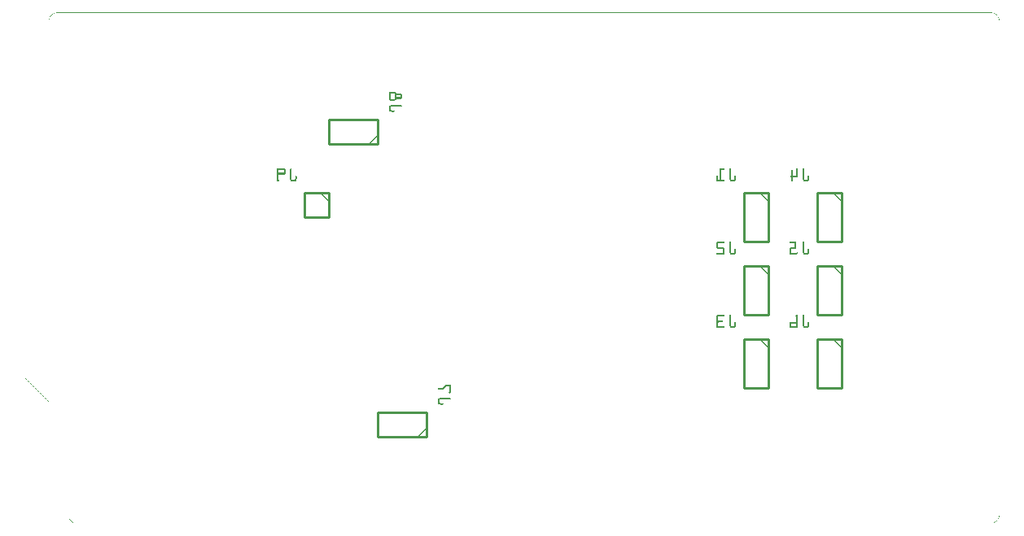
<source format=gbo>
G04 MADE WITH FRITZING*
G04 WWW.FRITZING.ORG*
G04 DOUBLE SIDED*
G04 HOLES PLATED*
G04 CONTOUR ON CENTER OF CONTOUR VECTOR*
%ASAXBY*%
%FSLAX23Y23*%
%MOIN*%
%OFA0B0*%
%SFA1.0B1.0*%
%ADD10C,0.010000*%
%ADD11R,0.001000X0.001000*%
%LNSILK0*%
G90*
G70*
G54D10*
X3053Y1363D02*
X3053Y1163D01*
D02*
X3053Y1163D02*
X2953Y1163D01*
D02*
X2953Y1163D02*
X2953Y1363D01*
D02*
X2953Y1363D02*
X3053Y1363D01*
D02*
X3053Y1063D02*
X3053Y863D01*
D02*
X3053Y863D02*
X2953Y863D01*
D02*
X2953Y863D02*
X2953Y1063D01*
D02*
X2953Y1063D02*
X3053Y1063D01*
D02*
X3053Y763D02*
X3053Y563D01*
D02*
X3053Y563D02*
X2953Y563D01*
D02*
X2953Y563D02*
X2953Y763D01*
D02*
X2953Y763D02*
X3053Y763D01*
D02*
X3353Y1363D02*
X3353Y1163D01*
D02*
X3353Y1163D02*
X3253Y1163D01*
D02*
X3253Y1163D02*
X3253Y1363D01*
D02*
X3253Y1363D02*
X3353Y1363D01*
D02*
X3353Y1063D02*
X3353Y863D01*
D02*
X3353Y863D02*
X3253Y863D01*
D02*
X3253Y863D02*
X3253Y1063D01*
D02*
X3253Y1063D02*
X3353Y1063D01*
D02*
X3353Y763D02*
X3353Y563D01*
D02*
X3353Y563D02*
X3253Y563D01*
D02*
X3253Y563D02*
X3253Y763D01*
D02*
X3253Y763D02*
X3353Y763D01*
D02*
X1653Y363D02*
X1453Y363D01*
D02*
X1453Y363D02*
X1453Y463D01*
D02*
X1453Y463D02*
X1653Y463D01*
D02*
X1653Y463D02*
X1653Y363D01*
D02*
X1453Y1563D02*
X1253Y1563D01*
D02*
X1253Y1563D02*
X1253Y1663D01*
D02*
X1253Y1663D02*
X1453Y1663D01*
D02*
X1453Y1663D02*
X1453Y1563D01*
D02*
X1253Y1363D02*
X1253Y1263D01*
D02*
X1253Y1263D02*
X1153Y1263D01*
D02*
X1153Y1263D02*
X1153Y1363D01*
D02*
X1153Y1363D02*
X1253Y1363D01*
G54D11*
X137Y2102D02*
X3967Y2102D01*
X132Y2101D02*
X136Y2101D01*
X3968Y2101D02*
X3972Y2101D01*
X129Y2100D02*
X131Y2100D01*
X3973Y2100D02*
X3975Y2100D01*
X127Y2099D02*
X128Y2099D01*
X3976Y2099D02*
X3977Y2099D01*
X125Y2098D02*
X126Y2098D01*
X3978Y2098D02*
X3979Y2098D01*
X123Y2097D02*
X124Y2097D01*
X3980Y2097D02*
X3981Y2097D01*
X121Y2096D02*
X122Y2096D01*
X3982Y2096D02*
X3982Y2096D01*
X120Y2095D02*
X121Y2095D01*
X3983Y2095D02*
X3984Y2095D01*
X119Y2094D02*
X119Y2094D01*
X3984Y2094D02*
X3985Y2094D01*
X118Y2093D02*
X118Y2093D01*
X3986Y2093D02*
X3986Y2093D01*
X116Y2092D02*
X117Y2092D01*
X3987Y2092D02*
X3987Y2092D01*
X115Y2091D02*
X116Y2091D01*
X3988Y2091D02*
X3988Y2091D01*
X115Y2090D02*
X115Y2090D01*
X3989Y2090D02*
X3989Y2090D01*
X114Y2089D02*
X114Y2089D01*
X3990Y2089D02*
X3990Y2089D01*
X113Y2088D02*
X113Y2088D01*
X3990Y2088D02*
X3991Y2088D01*
X112Y2087D02*
X112Y2087D01*
X3991Y2087D02*
X3991Y2087D01*
X112Y2086D02*
X112Y2086D01*
X3992Y2086D02*
X3992Y2086D01*
X111Y2085D02*
X111Y2085D01*
X3993Y2085D02*
X3993Y2085D01*
X110Y2084D02*
X110Y2084D01*
X3993Y2084D02*
X3993Y2084D01*
X110Y2083D02*
X110Y2083D01*
X3994Y2083D02*
X3994Y2083D01*
X109Y2082D02*
X109Y2082D01*
X3994Y2082D02*
X3994Y2082D01*
X109Y2081D02*
X109Y2081D01*
X3995Y2081D02*
X3995Y2081D01*
X108Y2080D02*
X108Y2080D01*
X3995Y2080D02*
X3995Y2080D01*
X108Y2079D02*
X108Y2079D01*
X3996Y2079D02*
X3996Y2079D01*
X108Y2078D02*
X108Y2078D01*
X3996Y2078D02*
X3996Y2078D01*
X107Y2077D02*
X107Y2077D01*
X3996Y2077D02*
X3996Y2077D01*
X107Y2076D02*
X107Y2076D01*
X3997Y2076D02*
X3997Y2076D01*
X107Y2075D02*
X107Y2075D01*
X3997Y2075D02*
X3997Y2075D01*
X107Y2074D02*
X107Y2074D01*
X3997Y2074D02*
X3997Y2074D01*
X106Y2073D02*
X106Y2073D01*
X3997Y2073D02*
X3997Y2073D01*
X106Y2072D02*
X106Y2072D01*
X3997Y2072D02*
X3997Y2072D01*
X106Y2071D02*
X106Y2071D01*
X3998Y2071D02*
X3998Y2071D01*
X106Y2070D02*
X106Y2070D01*
X3998Y2070D02*
X3998Y2070D01*
X106Y2069D02*
X106Y2069D01*
X3998Y2069D02*
X3998Y2069D01*
X106Y2068D02*
X106Y2068D01*
X3998Y2068D02*
X3998Y2068D01*
X106Y2067D02*
X106Y2067D01*
X3998Y2067D02*
X3998Y2067D01*
X106Y2066D02*
X106Y2066D01*
X3998Y2066D02*
X3998Y2066D01*
X106Y2065D02*
X106Y2065D01*
X3998Y2065D02*
X3998Y2065D01*
X106Y2064D02*
X106Y2064D01*
X3998Y2064D02*
X3998Y2064D01*
X106Y2063D02*
X106Y2063D01*
X3998Y2063D02*
X3998Y2063D01*
X106Y2062D02*
X106Y2062D01*
X3998Y2062D02*
X3998Y2062D01*
X106Y2061D02*
X106Y2061D01*
X3998Y2061D02*
X3998Y2061D01*
X106Y2060D02*
X106Y2060D01*
X3998Y2060D02*
X3998Y2060D01*
X106Y2059D02*
X106Y2059D01*
X3998Y2059D02*
X3998Y2059D01*
X106Y2058D02*
X106Y2058D01*
X3998Y2058D02*
X3998Y2058D01*
X106Y2057D02*
X106Y2057D01*
X3998Y2057D02*
X3998Y2057D01*
X106Y2056D02*
X106Y2056D01*
X3998Y2056D02*
X3998Y2056D01*
X106Y2055D02*
X106Y2055D01*
X3998Y2055D02*
X3998Y2055D01*
X106Y2054D02*
X106Y2054D01*
X3998Y2054D02*
X3998Y2054D01*
X106Y2053D02*
X106Y2053D01*
X3998Y2053D02*
X3998Y2053D01*
X106Y2052D02*
X106Y2052D01*
X3998Y2052D02*
X3998Y2052D01*
X105Y2051D02*
X105Y2051D01*
X3998Y2051D02*
X3998Y2051D01*
X104Y2050D02*
X104Y2050D01*
X3998Y2050D02*
X3998Y2050D01*
X103Y2049D02*
X103Y2049D01*
X3998Y2049D02*
X3998Y2049D01*
X102Y2048D02*
X102Y2048D01*
X3998Y2048D02*
X3998Y2048D01*
X101Y2047D02*
X101Y2047D01*
X3998Y2047D02*
X3998Y2047D01*
X100Y2046D02*
X100Y2046D01*
X3998Y2046D02*
X3998Y2046D01*
X99Y2045D02*
X99Y2045D01*
X3998Y2045D02*
X3998Y2045D01*
X98Y2044D02*
X98Y2044D01*
X3998Y2044D02*
X3998Y2044D01*
X97Y2043D02*
X97Y2043D01*
X3998Y2043D02*
X3998Y2043D01*
X96Y2042D02*
X96Y2042D01*
X3998Y2042D02*
X3998Y2042D01*
X95Y2041D02*
X95Y2041D01*
X3998Y2041D02*
X3998Y2041D01*
X94Y2040D02*
X94Y2040D01*
X3998Y2040D02*
X3998Y2040D01*
X93Y2039D02*
X93Y2039D01*
X3998Y2039D02*
X3998Y2039D01*
X92Y2038D02*
X92Y2038D01*
X3998Y2038D02*
X3998Y2038D01*
X91Y2037D02*
X91Y2037D01*
X3998Y2037D02*
X3998Y2037D01*
X90Y2036D02*
X90Y2036D01*
X3998Y2036D02*
X3998Y2036D01*
X89Y2035D02*
X89Y2035D01*
X3998Y2035D02*
X3998Y2035D01*
X88Y2034D02*
X88Y2034D01*
X3998Y2034D02*
X3998Y2034D01*
X87Y2033D02*
X87Y2033D01*
X3998Y2033D02*
X3998Y2033D01*
X86Y2032D02*
X86Y2032D01*
X3998Y2032D02*
X3998Y2032D01*
X85Y2031D02*
X85Y2031D01*
X3998Y2031D02*
X3998Y2031D01*
X84Y2030D02*
X84Y2030D01*
X3998Y2030D02*
X3998Y2030D01*
X83Y2029D02*
X83Y2029D01*
X3998Y2029D02*
X3998Y2029D01*
X82Y2028D02*
X82Y2028D01*
X3998Y2028D02*
X3998Y2028D01*
X81Y2027D02*
X81Y2027D01*
X3998Y2027D02*
X3998Y2027D01*
X80Y2026D02*
X80Y2026D01*
X3998Y2026D02*
X3998Y2026D01*
X79Y2025D02*
X79Y2025D01*
X3998Y2025D02*
X3998Y2025D01*
X78Y2024D02*
X78Y2024D01*
X3998Y2024D02*
X3998Y2024D01*
X77Y2023D02*
X77Y2023D01*
X3998Y2023D02*
X3998Y2023D01*
X76Y2022D02*
X76Y2022D01*
X3998Y2022D02*
X3998Y2022D01*
X75Y2021D02*
X75Y2021D01*
X3998Y2021D02*
X3998Y2021D01*
X74Y2020D02*
X74Y2020D01*
X3998Y2020D02*
X3998Y2020D01*
X73Y2019D02*
X73Y2019D01*
X3998Y2019D02*
X3998Y2019D01*
X72Y2018D02*
X72Y2018D01*
X3998Y2018D02*
X3998Y2018D01*
X71Y2017D02*
X71Y2017D01*
X3998Y2017D02*
X3998Y2017D01*
X70Y2016D02*
X70Y2016D01*
X3998Y2016D02*
X3998Y2016D01*
X69Y2015D02*
X69Y2015D01*
X3998Y2015D02*
X3998Y2015D01*
X68Y2014D02*
X68Y2014D01*
X3998Y2014D02*
X3998Y2014D01*
X67Y2013D02*
X67Y2013D01*
X3998Y2013D02*
X3998Y2013D01*
X66Y2012D02*
X66Y2012D01*
X3998Y2012D02*
X3998Y2012D01*
X65Y2011D02*
X65Y2011D01*
X3998Y2011D02*
X3998Y2011D01*
X64Y2010D02*
X64Y2010D01*
X3998Y2010D02*
X3998Y2010D01*
X63Y2009D02*
X63Y2009D01*
X3998Y2009D02*
X3998Y2009D01*
X62Y2008D02*
X62Y2008D01*
X3998Y2008D02*
X3998Y2008D01*
X61Y2007D02*
X61Y2007D01*
X3998Y2007D02*
X3998Y2007D01*
X60Y2006D02*
X60Y2006D01*
X3998Y2006D02*
X3998Y2006D01*
X59Y2005D02*
X59Y2005D01*
X3998Y2005D02*
X3998Y2005D01*
X58Y2004D02*
X58Y2004D01*
X3998Y2004D02*
X3998Y2004D01*
X57Y2003D02*
X57Y2003D01*
X3998Y2003D02*
X3998Y2003D01*
X56Y2002D02*
X56Y2002D01*
X3998Y2002D02*
X3998Y2002D01*
X55Y2001D02*
X55Y2001D01*
X3998Y2001D02*
X3998Y2001D01*
X54Y2000D02*
X54Y2000D01*
X3998Y2000D02*
X3998Y2000D01*
X53Y1999D02*
X53Y1999D01*
X3998Y1999D02*
X3998Y1999D01*
X52Y1998D02*
X52Y1998D01*
X3998Y1998D02*
X3998Y1998D01*
X51Y1997D02*
X51Y1997D01*
X3998Y1997D02*
X3998Y1997D01*
X50Y1996D02*
X50Y1996D01*
X3998Y1996D02*
X3998Y1996D01*
X49Y1995D02*
X49Y1995D01*
X3998Y1995D02*
X3998Y1995D01*
X48Y1994D02*
X48Y1994D01*
X3998Y1994D02*
X3998Y1994D01*
X47Y1993D02*
X47Y1993D01*
X3998Y1993D02*
X3998Y1993D01*
X46Y1992D02*
X46Y1992D01*
X3998Y1992D02*
X3998Y1992D01*
X45Y1991D02*
X45Y1991D01*
X3998Y1991D02*
X3998Y1991D01*
X44Y1990D02*
X44Y1990D01*
X3998Y1990D02*
X3998Y1990D01*
X43Y1989D02*
X43Y1989D01*
X3998Y1989D02*
X3998Y1989D01*
X42Y1988D02*
X42Y1988D01*
X3998Y1988D02*
X3998Y1988D01*
X41Y1987D02*
X41Y1987D01*
X3998Y1987D02*
X3998Y1987D01*
X40Y1986D02*
X40Y1986D01*
X3998Y1986D02*
X3998Y1986D01*
X39Y1985D02*
X39Y1985D01*
X3998Y1985D02*
X3998Y1985D01*
X38Y1984D02*
X38Y1984D01*
X3998Y1984D02*
X3998Y1984D01*
X37Y1983D02*
X37Y1983D01*
X3998Y1983D02*
X3998Y1983D01*
X36Y1982D02*
X36Y1982D01*
X3998Y1982D02*
X3998Y1982D01*
X35Y1981D02*
X35Y1981D01*
X3998Y1981D02*
X3998Y1981D01*
X34Y1980D02*
X34Y1980D01*
X3998Y1980D02*
X3998Y1980D01*
X33Y1979D02*
X33Y1979D01*
X3998Y1979D02*
X3998Y1979D01*
X32Y1978D02*
X32Y1978D01*
X3998Y1978D02*
X3998Y1978D01*
X31Y1977D02*
X31Y1977D01*
X3998Y1977D02*
X3998Y1977D01*
X30Y1976D02*
X30Y1976D01*
X3998Y1976D02*
X3998Y1976D01*
X29Y1975D02*
X29Y1975D01*
X3998Y1975D02*
X3998Y1975D01*
X28Y1974D02*
X28Y1974D01*
X3998Y1974D02*
X3998Y1974D01*
X27Y1973D02*
X27Y1973D01*
X3998Y1973D02*
X3998Y1973D01*
X26Y1972D02*
X26Y1972D01*
X3998Y1972D02*
X3998Y1972D01*
X25Y1971D02*
X25Y1971D01*
X3998Y1971D02*
X3998Y1971D01*
X24Y1970D02*
X24Y1970D01*
X3998Y1970D02*
X3998Y1970D01*
X23Y1969D02*
X23Y1969D01*
X3998Y1969D02*
X3998Y1969D01*
X22Y1968D02*
X22Y1968D01*
X3998Y1968D02*
X3998Y1968D01*
X21Y1967D02*
X21Y1967D01*
X3998Y1967D02*
X3998Y1967D01*
X20Y1966D02*
X20Y1966D01*
X3998Y1966D02*
X3998Y1966D01*
X19Y1965D02*
X19Y1965D01*
X3998Y1965D02*
X3998Y1965D01*
X18Y1964D02*
X18Y1964D01*
X3998Y1964D02*
X3998Y1964D01*
X17Y1963D02*
X17Y1963D01*
X3998Y1963D02*
X3998Y1963D01*
X16Y1962D02*
X16Y1962D01*
X3998Y1962D02*
X3998Y1962D01*
X15Y1961D02*
X15Y1961D01*
X3998Y1961D02*
X3998Y1961D01*
X14Y1960D02*
X14Y1960D01*
X3998Y1960D02*
X3998Y1960D01*
X13Y1959D02*
X13Y1959D01*
X3998Y1959D02*
X3998Y1959D01*
X12Y1958D02*
X12Y1958D01*
X3998Y1958D02*
X3998Y1958D01*
X11Y1957D02*
X11Y1957D01*
X3998Y1957D02*
X3998Y1957D01*
X10Y1956D02*
X10Y1956D01*
X3998Y1956D02*
X3998Y1956D01*
X9Y1955D02*
X9Y1955D01*
X3998Y1955D02*
X3998Y1955D01*
X8Y1954D02*
X8Y1954D01*
X3998Y1954D02*
X3998Y1954D01*
X7Y1953D02*
X7Y1953D01*
X3998Y1953D02*
X3998Y1953D01*
X6Y1952D02*
X6Y1952D01*
X3998Y1952D02*
X3998Y1952D01*
X6Y1951D02*
X6Y1951D01*
X3998Y1951D02*
X3998Y1951D01*
X6Y1950D02*
X6Y1950D01*
X3998Y1950D02*
X3998Y1950D01*
X6Y1949D02*
X6Y1949D01*
X3998Y1949D02*
X3998Y1949D01*
X6Y1948D02*
X6Y1948D01*
X3998Y1948D02*
X3998Y1948D01*
X6Y1947D02*
X6Y1947D01*
X3998Y1947D02*
X3998Y1947D01*
X6Y1946D02*
X6Y1946D01*
X3998Y1946D02*
X3998Y1946D01*
X6Y1945D02*
X6Y1945D01*
X3998Y1945D02*
X3998Y1945D01*
X6Y1944D02*
X6Y1944D01*
X3998Y1944D02*
X3998Y1944D01*
X6Y1943D02*
X6Y1943D01*
X3998Y1943D02*
X3998Y1943D01*
X6Y1942D02*
X6Y1942D01*
X3998Y1942D02*
X3998Y1942D01*
X6Y1941D02*
X6Y1941D01*
X3998Y1941D02*
X3998Y1941D01*
X6Y1940D02*
X6Y1940D01*
X3998Y1940D02*
X3998Y1940D01*
X6Y1939D02*
X6Y1939D01*
X3998Y1939D02*
X3998Y1939D01*
X6Y1938D02*
X6Y1938D01*
X3998Y1938D02*
X3998Y1938D01*
X6Y1937D02*
X6Y1937D01*
X3998Y1937D02*
X3998Y1937D01*
X6Y1936D02*
X6Y1936D01*
X3998Y1936D02*
X3998Y1936D01*
X6Y1935D02*
X6Y1935D01*
X3998Y1935D02*
X3998Y1935D01*
X6Y1934D02*
X6Y1934D01*
X3998Y1934D02*
X3998Y1934D01*
X6Y1933D02*
X6Y1933D01*
X3998Y1933D02*
X3998Y1933D01*
X6Y1932D02*
X6Y1932D01*
X3998Y1932D02*
X3998Y1932D01*
X6Y1931D02*
X6Y1931D01*
X3998Y1931D02*
X3998Y1931D01*
X6Y1930D02*
X6Y1930D01*
X3998Y1930D02*
X3998Y1930D01*
X6Y1929D02*
X6Y1929D01*
X3998Y1929D02*
X3998Y1929D01*
X6Y1928D02*
X6Y1928D01*
X3998Y1928D02*
X3998Y1928D01*
X6Y1927D02*
X6Y1927D01*
X3998Y1927D02*
X3998Y1927D01*
X6Y1926D02*
X6Y1926D01*
X3998Y1926D02*
X3998Y1926D01*
X6Y1925D02*
X6Y1925D01*
X3998Y1925D02*
X3998Y1925D01*
X6Y1924D02*
X6Y1924D01*
X3998Y1924D02*
X3998Y1924D01*
X6Y1923D02*
X6Y1923D01*
X3998Y1923D02*
X3998Y1923D01*
X6Y1922D02*
X6Y1922D01*
X3998Y1922D02*
X3998Y1922D01*
X6Y1921D02*
X6Y1921D01*
X3998Y1921D02*
X3998Y1921D01*
X6Y1920D02*
X6Y1920D01*
X3998Y1920D02*
X3998Y1920D01*
X6Y1919D02*
X6Y1919D01*
X3998Y1919D02*
X3998Y1919D01*
X6Y1918D02*
X6Y1918D01*
X3998Y1918D02*
X3998Y1918D01*
X6Y1917D02*
X6Y1917D01*
X3998Y1917D02*
X3998Y1917D01*
X6Y1916D02*
X6Y1916D01*
X3998Y1916D02*
X3998Y1916D01*
X6Y1915D02*
X6Y1915D01*
X3998Y1915D02*
X3998Y1915D01*
X6Y1914D02*
X6Y1914D01*
X3998Y1914D02*
X3998Y1914D01*
X6Y1913D02*
X6Y1913D01*
X3998Y1913D02*
X3998Y1913D01*
X6Y1912D02*
X6Y1912D01*
X3998Y1912D02*
X3998Y1912D01*
X6Y1911D02*
X6Y1911D01*
X3998Y1911D02*
X3998Y1911D01*
X6Y1910D02*
X6Y1910D01*
X3998Y1910D02*
X3998Y1910D01*
X6Y1909D02*
X6Y1909D01*
X3998Y1909D02*
X3998Y1909D01*
X6Y1908D02*
X6Y1908D01*
X3998Y1908D02*
X3998Y1908D01*
X6Y1907D02*
X6Y1907D01*
X3998Y1907D02*
X3998Y1907D01*
X6Y1906D02*
X6Y1906D01*
X3998Y1906D02*
X3998Y1906D01*
X6Y1905D02*
X6Y1905D01*
X3998Y1905D02*
X3998Y1905D01*
X6Y1904D02*
X6Y1904D01*
X3998Y1904D02*
X3998Y1904D01*
X6Y1903D02*
X6Y1903D01*
X3998Y1903D02*
X3998Y1903D01*
X6Y1902D02*
X6Y1902D01*
X3998Y1902D02*
X3998Y1902D01*
X6Y1901D02*
X6Y1901D01*
X3998Y1901D02*
X3998Y1901D01*
X6Y1900D02*
X6Y1900D01*
X3998Y1900D02*
X3998Y1900D01*
X6Y1899D02*
X6Y1899D01*
X3998Y1899D02*
X3998Y1899D01*
X6Y1898D02*
X6Y1898D01*
X3998Y1898D02*
X3998Y1898D01*
X6Y1897D02*
X6Y1897D01*
X3998Y1897D02*
X3998Y1897D01*
X6Y1896D02*
X6Y1896D01*
X3998Y1896D02*
X3998Y1896D01*
X6Y1895D02*
X6Y1895D01*
X3998Y1895D02*
X3998Y1895D01*
X6Y1894D02*
X6Y1894D01*
X3998Y1894D02*
X3998Y1894D01*
X6Y1893D02*
X6Y1893D01*
X3998Y1893D02*
X3998Y1893D01*
X6Y1892D02*
X6Y1892D01*
X3998Y1892D02*
X3998Y1892D01*
X6Y1891D02*
X6Y1891D01*
X3998Y1891D02*
X3998Y1891D01*
X6Y1890D02*
X6Y1890D01*
X3998Y1890D02*
X3998Y1890D01*
X6Y1889D02*
X6Y1889D01*
X3998Y1889D02*
X3998Y1889D01*
X6Y1888D02*
X6Y1888D01*
X3998Y1888D02*
X3998Y1888D01*
X6Y1887D02*
X6Y1887D01*
X3998Y1887D02*
X3998Y1887D01*
X6Y1886D02*
X6Y1886D01*
X3998Y1886D02*
X3998Y1886D01*
X6Y1885D02*
X6Y1885D01*
X3998Y1885D02*
X3998Y1885D01*
X6Y1884D02*
X6Y1884D01*
X3998Y1884D02*
X3998Y1884D01*
X6Y1883D02*
X6Y1883D01*
X3998Y1883D02*
X3998Y1883D01*
X6Y1882D02*
X6Y1882D01*
X3998Y1882D02*
X3998Y1882D01*
X6Y1881D02*
X6Y1881D01*
X3998Y1881D02*
X3998Y1881D01*
X6Y1880D02*
X6Y1880D01*
X3998Y1880D02*
X3998Y1880D01*
X6Y1879D02*
X6Y1879D01*
X3998Y1879D02*
X3998Y1879D01*
X6Y1878D02*
X6Y1878D01*
X3998Y1878D02*
X3998Y1878D01*
X6Y1877D02*
X6Y1877D01*
X3998Y1877D02*
X3998Y1877D01*
X6Y1876D02*
X6Y1876D01*
X3998Y1876D02*
X3998Y1876D01*
X6Y1875D02*
X6Y1875D01*
X3998Y1875D02*
X3998Y1875D01*
X6Y1874D02*
X6Y1874D01*
X3998Y1874D02*
X3998Y1874D01*
X6Y1873D02*
X6Y1873D01*
X3998Y1873D02*
X3998Y1873D01*
X6Y1872D02*
X6Y1872D01*
X3998Y1872D02*
X3998Y1872D01*
X6Y1871D02*
X6Y1871D01*
X3998Y1871D02*
X3998Y1871D01*
X6Y1870D02*
X6Y1870D01*
X3998Y1870D02*
X3998Y1870D01*
X6Y1869D02*
X6Y1869D01*
X3998Y1869D02*
X3998Y1869D01*
X6Y1868D02*
X6Y1868D01*
X3998Y1868D02*
X3998Y1868D01*
X6Y1867D02*
X6Y1867D01*
X3998Y1867D02*
X3998Y1867D01*
X6Y1866D02*
X6Y1866D01*
X3998Y1866D02*
X3998Y1866D01*
X6Y1865D02*
X6Y1865D01*
X3998Y1865D02*
X3998Y1865D01*
X6Y1864D02*
X6Y1864D01*
X3998Y1864D02*
X3998Y1864D01*
X6Y1863D02*
X6Y1863D01*
X3998Y1863D02*
X3998Y1863D01*
X6Y1862D02*
X6Y1862D01*
X3998Y1862D02*
X3998Y1862D01*
X6Y1861D02*
X6Y1861D01*
X3998Y1861D02*
X3998Y1861D01*
X6Y1860D02*
X6Y1860D01*
X3998Y1860D02*
X3998Y1860D01*
X6Y1859D02*
X6Y1859D01*
X3998Y1859D02*
X3998Y1859D01*
X6Y1858D02*
X6Y1858D01*
X3998Y1858D02*
X3998Y1858D01*
X6Y1857D02*
X6Y1857D01*
X3998Y1857D02*
X3998Y1857D01*
X6Y1856D02*
X6Y1856D01*
X3998Y1856D02*
X3998Y1856D01*
X6Y1855D02*
X6Y1855D01*
X3998Y1855D02*
X3998Y1855D01*
X6Y1854D02*
X6Y1854D01*
X3998Y1854D02*
X3998Y1854D01*
X6Y1853D02*
X6Y1853D01*
X3998Y1853D02*
X3998Y1853D01*
X6Y1852D02*
X6Y1852D01*
X3998Y1852D02*
X3998Y1852D01*
X6Y1851D02*
X6Y1851D01*
X3998Y1851D02*
X3998Y1851D01*
X6Y1850D02*
X6Y1850D01*
X3998Y1850D02*
X3998Y1850D01*
X6Y1849D02*
X6Y1849D01*
X3998Y1849D02*
X3998Y1849D01*
X6Y1848D02*
X6Y1848D01*
X3998Y1848D02*
X3998Y1848D01*
X6Y1847D02*
X6Y1847D01*
X3998Y1847D02*
X3998Y1847D01*
X6Y1846D02*
X6Y1846D01*
X3998Y1846D02*
X3998Y1846D01*
X6Y1845D02*
X6Y1845D01*
X3998Y1845D02*
X3998Y1845D01*
X6Y1844D02*
X6Y1844D01*
X3998Y1844D02*
X3998Y1844D01*
X6Y1843D02*
X6Y1843D01*
X3998Y1843D02*
X3998Y1843D01*
X6Y1842D02*
X6Y1842D01*
X3998Y1842D02*
X3998Y1842D01*
X6Y1841D02*
X6Y1841D01*
X3998Y1841D02*
X3998Y1841D01*
X6Y1840D02*
X6Y1840D01*
X3998Y1840D02*
X3998Y1840D01*
X6Y1839D02*
X6Y1839D01*
X3998Y1839D02*
X3998Y1839D01*
X6Y1838D02*
X6Y1838D01*
X3998Y1838D02*
X3998Y1838D01*
X6Y1837D02*
X6Y1837D01*
X3998Y1837D02*
X3998Y1837D01*
X6Y1836D02*
X6Y1836D01*
X3998Y1836D02*
X3998Y1836D01*
X6Y1835D02*
X6Y1835D01*
X3998Y1835D02*
X3998Y1835D01*
X6Y1834D02*
X6Y1834D01*
X3998Y1834D02*
X3998Y1834D01*
X6Y1833D02*
X6Y1833D01*
X3998Y1833D02*
X3998Y1833D01*
X6Y1832D02*
X6Y1832D01*
X3998Y1832D02*
X3998Y1832D01*
X6Y1831D02*
X6Y1831D01*
X3998Y1831D02*
X3998Y1831D01*
X6Y1830D02*
X6Y1830D01*
X3998Y1830D02*
X3998Y1830D01*
X6Y1829D02*
X6Y1829D01*
X3998Y1829D02*
X3998Y1829D01*
X6Y1828D02*
X6Y1828D01*
X3998Y1828D02*
X3998Y1828D01*
X6Y1827D02*
X6Y1827D01*
X3998Y1827D02*
X3998Y1827D01*
X6Y1826D02*
X6Y1826D01*
X3998Y1826D02*
X3998Y1826D01*
X6Y1825D02*
X6Y1825D01*
X3998Y1825D02*
X3998Y1825D01*
X6Y1824D02*
X6Y1824D01*
X3998Y1824D02*
X3998Y1824D01*
X6Y1823D02*
X6Y1823D01*
X3998Y1823D02*
X3998Y1823D01*
X6Y1822D02*
X6Y1822D01*
X3998Y1822D02*
X3998Y1822D01*
X6Y1821D02*
X6Y1821D01*
X3998Y1821D02*
X3998Y1821D01*
X6Y1820D02*
X6Y1820D01*
X3998Y1820D02*
X3998Y1820D01*
X6Y1819D02*
X6Y1819D01*
X3998Y1819D02*
X3998Y1819D01*
X6Y1818D02*
X6Y1818D01*
X3998Y1818D02*
X3998Y1818D01*
X6Y1817D02*
X6Y1817D01*
X3998Y1817D02*
X3998Y1817D01*
X6Y1816D02*
X6Y1816D01*
X3998Y1816D02*
X3998Y1816D01*
X6Y1815D02*
X6Y1815D01*
X3998Y1815D02*
X3998Y1815D01*
X6Y1814D02*
X6Y1814D01*
X3998Y1814D02*
X3998Y1814D01*
X6Y1813D02*
X6Y1813D01*
X3998Y1813D02*
X3998Y1813D01*
X6Y1812D02*
X6Y1812D01*
X3998Y1812D02*
X3998Y1812D01*
X6Y1811D02*
X6Y1811D01*
X3998Y1811D02*
X3998Y1811D01*
X6Y1810D02*
X6Y1810D01*
X3998Y1810D02*
X3998Y1810D01*
X6Y1809D02*
X6Y1809D01*
X3998Y1809D02*
X3998Y1809D01*
X6Y1808D02*
X6Y1808D01*
X3998Y1808D02*
X3998Y1808D01*
X6Y1807D02*
X6Y1807D01*
X3998Y1807D02*
X3998Y1807D01*
X6Y1806D02*
X6Y1806D01*
X3998Y1806D02*
X3998Y1806D01*
X6Y1805D02*
X6Y1805D01*
X3998Y1805D02*
X3998Y1805D01*
X6Y1804D02*
X6Y1804D01*
X3998Y1804D02*
X3998Y1804D01*
X6Y1803D02*
X6Y1803D01*
X3998Y1803D02*
X3998Y1803D01*
X6Y1802D02*
X6Y1802D01*
X3998Y1802D02*
X3998Y1802D01*
X6Y1801D02*
X6Y1801D01*
X3998Y1801D02*
X3998Y1801D01*
X6Y1800D02*
X6Y1800D01*
X3998Y1800D02*
X3998Y1800D01*
X6Y1799D02*
X6Y1799D01*
X3998Y1799D02*
X3998Y1799D01*
X6Y1798D02*
X6Y1798D01*
X3998Y1798D02*
X3998Y1798D01*
X6Y1797D02*
X6Y1797D01*
X3998Y1797D02*
X3998Y1797D01*
X6Y1796D02*
X6Y1796D01*
X3998Y1796D02*
X3998Y1796D01*
X6Y1795D02*
X6Y1795D01*
X3998Y1795D02*
X3998Y1795D01*
X6Y1794D02*
X6Y1794D01*
X3998Y1794D02*
X3998Y1794D01*
X6Y1793D02*
X6Y1793D01*
X3998Y1793D02*
X3998Y1793D01*
X6Y1792D02*
X6Y1792D01*
X3998Y1792D02*
X3998Y1792D01*
X6Y1791D02*
X6Y1791D01*
X3998Y1791D02*
X3998Y1791D01*
X6Y1790D02*
X6Y1790D01*
X3998Y1790D02*
X3998Y1790D01*
X6Y1789D02*
X6Y1789D01*
X3998Y1789D02*
X3998Y1789D01*
X6Y1788D02*
X6Y1788D01*
X3998Y1788D02*
X3998Y1788D01*
X6Y1787D02*
X6Y1787D01*
X3998Y1787D02*
X3998Y1787D01*
X6Y1786D02*
X6Y1786D01*
X3998Y1786D02*
X3998Y1786D01*
X6Y1785D02*
X6Y1785D01*
X3998Y1785D02*
X3998Y1785D01*
X6Y1784D02*
X6Y1784D01*
X3998Y1784D02*
X3998Y1784D01*
X6Y1783D02*
X6Y1783D01*
X3998Y1783D02*
X3998Y1783D01*
X6Y1782D02*
X6Y1782D01*
X3998Y1782D02*
X3998Y1782D01*
X6Y1781D02*
X6Y1781D01*
X3998Y1781D02*
X3998Y1781D01*
X6Y1780D02*
X6Y1780D01*
X3998Y1780D02*
X3998Y1780D01*
X6Y1779D02*
X6Y1779D01*
X3998Y1779D02*
X3998Y1779D01*
X6Y1778D02*
X6Y1778D01*
X3998Y1778D02*
X3998Y1778D01*
X6Y1777D02*
X6Y1777D01*
X3998Y1777D02*
X3998Y1777D01*
X6Y1776D02*
X6Y1776D01*
X1503Y1776D02*
X1523Y1776D01*
X3998Y1776D02*
X3998Y1776D01*
X6Y1775D02*
X6Y1775D01*
X1501Y1775D02*
X1525Y1775D01*
X3998Y1775D02*
X3998Y1775D01*
X6Y1774D02*
X6Y1774D01*
X1500Y1774D02*
X1526Y1774D01*
X3998Y1774D02*
X3998Y1774D01*
X6Y1773D02*
X6Y1773D01*
X1500Y1773D02*
X1527Y1773D01*
X3998Y1773D02*
X3998Y1773D01*
X6Y1772D02*
X6Y1772D01*
X1499Y1772D02*
X1527Y1772D01*
X3998Y1772D02*
X3998Y1772D01*
X6Y1771D02*
X6Y1771D01*
X1499Y1771D02*
X1528Y1771D01*
X3998Y1771D02*
X3998Y1771D01*
X6Y1770D02*
X6Y1770D01*
X1498Y1770D02*
X1528Y1770D01*
X3998Y1770D02*
X3998Y1770D01*
X6Y1769D02*
X6Y1769D01*
X1498Y1769D02*
X1505Y1769D01*
X1522Y1769D02*
X1549Y1769D01*
X3998Y1769D02*
X3998Y1769D01*
X6Y1768D02*
X6Y1768D01*
X1498Y1768D02*
X1504Y1768D01*
X1522Y1768D02*
X1551Y1768D01*
X3998Y1768D02*
X3998Y1768D01*
X6Y1767D02*
X6Y1767D01*
X1498Y1767D02*
X1504Y1767D01*
X1522Y1767D02*
X1551Y1767D01*
X3998Y1767D02*
X3998Y1767D01*
X6Y1766D02*
X6Y1766D01*
X1498Y1766D02*
X1504Y1766D01*
X1522Y1766D02*
X1551Y1766D01*
X3998Y1766D02*
X3998Y1766D01*
X6Y1765D02*
X6Y1765D01*
X1498Y1765D02*
X1504Y1765D01*
X1522Y1765D02*
X1552Y1765D01*
X3998Y1765D02*
X3998Y1765D01*
X6Y1764D02*
X6Y1764D01*
X1498Y1764D02*
X1504Y1764D01*
X1522Y1764D02*
X1552Y1764D01*
X3998Y1764D02*
X3998Y1764D01*
X6Y1763D02*
X6Y1763D01*
X1498Y1763D02*
X1504Y1763D01*
X1522Y1763D02*
X1552Y1763D01*
X3998Y1763D02*
X3998Y1763D01*
X6Y1762D02*
X6Y1762D01*
X1498Y1762D02*
X1504Y1762D01*
X1522Y1762D02*
X1528Y1762D01*
X1545Y1762D02*
X1552Y1762D01*
X3998Y1762D02*
X3998Y1762D01*
X6Y1761D02*
X6Y1761D01*
X1498Y1761D02*
X1504Y1761D01*
X1522Y1761D02*
X1528Y1761D01*
X1546Y1761D02*
X1552Y1761D01*
X3998Y1761D02*
X3998Y1761D01*
X6Y1760D02*
X6Y1760D01*
X1498Y1760D02*
X1504Y1760D01*
X1522Y1760D02*
X1528Y1760D01*
X1546Y1760D02*
X1552Y1760D01*
X3998Y1760D02*
X3998Y1760D01*
X6Y1759D02*
X6Y1759D01*
X1498Y1759D02*
X1504Y1759D01*
X1522Y1759D02*
X1528Y1759D01*
X1546Y1759D02*
X1552Y1759D01*
X3998Y1759D02*
X3998Y1759D01*
X6Y1758D02*
X6Y1758D01*
X1498Y1758D02*
X1504Y1758D01*
X1522Y1758D02*
X1528Y1758D01*
X1546Y1758D02*
X1552Y1758D01*
X3998Y1758D02*
X3998Y1758D01*
X6Y1757D02*
X6Y1757D01*
X1498Y1757D02*
X1504Y1757D01*
X1522Y1757D02*
X1528Y1757D01*
X1546Y1757D02*
X1552Y1757D01*
X3998Y1757D02*
X3998Y1757D01*
X6Y1756D02*
X6Y1756D01*
X1498Y1756D02*
X1504Y1756D01*
X1522Y1756D02*
X1528Y1756D01*
X1545Y1756D02*
X1552Y1756D01*
X3998Y1756D02*
X3998Y1756D01*
X6Y1755D02*
X6Y1755D01*
X1498Y1755D02*
X1504Y1755D01*
X1522Y1755D02*
X1552Y1755D01*
X3998Y1755D02*
X3998Y1755D01*
X6Y1754D02*
X6Y1754D01*
X1498Y1754D02*
X1504Y1754D01*
X1522Y1754D02*
X1552Y1754D01*
X3998Y1754D02*
X3998Y1754D01*
X6Y1753D02*
X6Y1753D01*
X1498Y1753D02*
X1504Y1753D01*
X1522Y1753D02*
X1552Y1753D01*
X3998Y1753D02*
X3998Y1753D01*
X6Y1752D02*
X6Y1752D01*
X1498Y1752D02*
X1504Y1752D01*
X1522Y1752D02*
X1552Y1752D01*
X3998Y1752D02*
X3998Y1752D01*
X6Y1751D02*
X6Y1751D01*
X1498Y1751D02*
X1504Y1751D01*
X1522Y1751D02*
X1551Y1751D01*
X3998Y1751D02*
X3998Y1751D01*
X6Y1750D02*
X6Y1750D01*
X1498Y1750D02*
X1504Y1750D01*
X1522Y1750D02*
X1551Y1750D01*
X3998Y1750D02*
X3998Y1750D01*
X6Y1749D02*
X6Y1749D01*
X1498Y1749D02*
X1504Y1749D01*
X1522Y1749D02*
X1549Y1749D01*
X3998Y1749D02*
X3998Y1749D01*
X6Y1748D02*
X6Y1748D01*
X1498Y1748D02*
X1528Y1748D01*
X3998Y1748D02*
X3998Y1748D01*
X6Y1747D02*
X6Y1747D01*
X1499Y1747D02*
X1528Y1747D01*
X3998Y1747D02*
X3998Y1747D01*
X6Y1746D02*
X6Y1746D01*
X1499Y1746D02*
X1527Y1746D01*
X3998Y1746D02*
X3998Y1746D01*
X6Y1745D02*
X6Y1745D01*
X1499Y1745D02*
X1527Y1745D01*
X3998Y1745D02*
X3998Y1745D01*
X6Y1744D02*
X6Y1744D01*
X1500Y1744D02*
X1526Y1744D01*
X3998Y1744D02*
X3998Y1744D01*
X6Y1743D02*
X6Y1743D01*
X1501Y1743D02*
X1525Y1743D01*
X3998Y1743D02*
X3998Y1743D01*
X6Y1742D02*
X6Y1742D01*
X1504Y1742D02*
X1523Y1742D01*
X3998Y1742D02*
X3998Y1742D01*
X6Y1741D02*
X6Y1741D01*
X3998Y1741D02*
X3998Y1741D01*
X6Y1740D02*
X6Y1740D01*
X3998Y1740D02*
X3998Y1740D01*
X6Y1739D02*
X6Y1739D01*
X3998Y1739D02*
X3998Y1739D01*
X6Y1738D02*
X6Y1738D01*
X3998Y1738D02*
X3998Y1738D01*
X6Y1737D02*
X6Y1737D01*
X3998Y1737D02*
X3998Y1737D01*
X6Y1736D02*
X6Y1736D01*
X3998Y1736D02*
X3998Y1736D01*
X6Y1735D02*
X6Y1735D01*
X3998Y1735D02*
X3998Y1735D01*
X6Y1734D02*
X6Y1734D01*
X3998Y1734D02*
X3998Y1734D01*
X6Y1733D02*
X6Y1733D01*
X3998Y1733D02*
X3998Y1733D01*
X6Y1732D02*
X6Y1732D01*
X3998Y1732D02*
X3998Y1732D01*
X6Y1731D02*
X6Y1731D01*
X3998Y1731D02*
X3998Y1731D01*
X6Y1730D02*
X6Y1730D01*
X3998Y1730D02*
X3998Y1730D01*
X6Y1729D02*
X6Y1729D01*
X3998Y1729D02*
X3998Y1729D01*
X6Y1728D02*
X6Y1728D01*
X3998Y1728D02*
X3998Y1728D01*
X6Y1727D02*
X6Y1727D01*
X3998Y1727D02*
X3998Y1727D01*
X6Y1726D02*
X6Y1726D01*
X3998Y1726D02*
X3998Y1726D01*
X6Y1725D02*
X6Y1725D01*
X3998Y1725D02*
X3998Y1725D01*
X6Y1724D02*
X6Y1724D01*
X3998Y1724D02*
X3998Y1724D01*
X6Y1723D02*
X6Y1723D01*
X3998Y1723D02*
X3998Y1723D01*
X6Y1722D02*
X6Y1722D01*
X1505Y1722D02*
X1550Y1722D01*
X3998Y1722D02*
X3998Y1722D01*
X6Y1721D02*
X6Y1721D01*
X1503Y1721D02*
X1551Y1721D01*
X3998Y1721D02*
X3998Y1721D01*
X6Y1720D02*
X6Y1720D01*
X1502Y1720D02*
X1551Y1720D01*
X3998Y1720D02*
X3998Y1720D01*
X6Y1719D02*
X6Y1719D01*
X1501Y1719D02*
X1551Y1719D01*
X3998Y1719D02*
X3998Y1719D01*
X6Y1718D02*
X6Y1718D01*
X1500Y1718D02*
X1551Y1718D01*
X3998Y1718D02*
X3998Y1718D01*
X6Y1717D02*
X6Y1717D01*
X1500Y1717D02*
X1551Y1717D01*
X3998Y1717D02*
X3998Y1717D01*
X6Y1716D02*
X6Y1716D01*
X1499Y1716D02*
X1550Y1716D01*
X3998Y1716D02*
X3998Y1716D01*
X6Y1715D02*
X6Y1715D01*
X1499Y1715D02*
X1506Y1715D01*
X3998Y1715D02*
X3998Y1715D01*
X6Y1714D02*
X6Y1714D01*
X1499Y1714D02*
X1505Y1714D01*
X3998Y1714D02*
X3998Y1714D01*
X6Y1713D02*
X6Y1713D01*
X1498Y1713D02*
X1505Y1713D01*
X3998Y1713D02*
X3998Y1713D01*
X6Y1712D02*
X6Y1712D01*
X1498Y1712D02*
X1504Y1712D01*
X3998Y1712D02*
X3998Y1712D01*
X6Y1711D02*
X6Y1711D01*
X1498Y1711D02*
X1504Y1711D01*
X3998Y1711D02*
X3998Y1711D01*
X6Y1710D02*
X6Y1710D01*
X1498Y1710D02*
X1504Y1710D01*
X3998Y1710D02*
X3998Y1710D01*
X6Y1709D02*
X6Y1709D01*
X1498Y1709D02*
X1504Y1709D01*
X3998Y1709D02*
X3998Y1709D01*
X6Y1708D02*
X6Y1708D01*
X1498Y1708D02*
X1504Y1708D01*
X3998Y1708D02*
X3998Y1708D01*
X6Y1707D02*
X6Y1707D01*
X1498Y1707D02*
X1504Y1707D01*
X3998Y1707D02*
X3998Y1707D01*
X6Y1706D02*
X6Y1706D01*
X1498Y1706D02*
X1504Y1706D01*
X3998Y1706D02*
X3998Y1706D01*
X6Y1705D02*
X6Y1705D01*
X1498Y1705D02*
X1504Y1705D01*
X3998Y1705D02*
X3998Y1705D01*
X6Y1704D02*
X6Y1704D01*
X1499Y1704D02*
X1505Y1704D01*
X3998Y1704D02*
X3998Y1704D01*
X6Y1703D02*
X6Y1703D01*
X1499Y1703D02*
X1505Y1703D01*
X3998Y1703D02*
X3998Y1703D01*
X6Y1702D02*
X6Y1702D01*
X1499Y1702D02*
X1507Y1702D01*
X3998Y1702D02*
X3998Y1702D01*
X6Y1701D02*
X6Y1701D01*
X1499Y1701D02*
X1521Y1701D01*
X3998Y1701D02*
X3998Y1701D01*
X6Y1700D02*
X6Y1700D01*
X1500Y1700D02*
X1522Y1700D01*
X3998Y1700D02*
X3998Y1700D01*
X6Y1699D02*
X6Y1699D01*
X1501Y1699D02*
X1522Y1699D01*
X3998Y1699D02*
X3998Y1699D01*
X6Y1698D02*
X6Y1698D01*
X1502Y1698D02*
X1522Y1698D01*
X3998Y1698D02*
X3998Y1698D01*
X6Y1697D02*
X6Y1697D01*
X1503Y1697D02*
X1522Y1697D01*
X3998Y1697D02*
X3998Y1697D01*
X6Y1696D02*
X6Y1696D01*
X1504Y1696D02*
X1521Y1696D01*
X3998Y1696D02*
X3998Y1696D01*
X6Y1695D02*
X6Y1695D01*
X1508Y1695D02*
X1519Y1695D01*
X3998Y1695D02*
X3998Y1695D01*
X6Y1694D02*
X6Y1694D01*
X3998Y1694D02*
X3998Y1694D01*
X6Y1693D02*
X6Y1693D01*
X3998Y1693D02*
X3998Y1693D01*
X6Y1692D02*
X6Y1692D01*
X3998Y1692D02*
X3998Y1692D01*
X6Y1691D02*
X6Y1691D01*
X3998Y1691D02*
X3998Y1691D01*
X6Y1690D02*
X6Y1690D01*
X3998Y1690D02*
X3998Y1690D01*
X6Y1689D02*
X6Y1689D01*
X3998Y1689D02*
X3998Y1689D01*
X6Y1688D02*
X6Y1688D01*
X3998Y1688D02*
X3998Y1688D01*
X6Y1687D02*
X6Y1687D01*
X3998Y1687D02*
X3998Y1687D01*
X6Y1686D02*
X6Y1686D01*
X3998Y1686D02*
X3998Y1686D01*
X6Y1685D02*
X6Y1685D01*
X3998Y1685D02*
X3998Y1685D01*
X6Y1684D02*
X6Y1684D01*
X3998Y1684D02*
X3998Y1684D01*
X6Y1683D02*
X6Y1683D01*
X3998Y1683D02*
X3998Y1683D01*
X6Y1682D02*
X6Y1682D01*
X3998Y1682D02*
X3998Y1682D01*
X6Y1681D02*
X6Y1681D01*
X3998Y1681D02*
X3998Y1681D01*
X6Y1680D02*
X6Y1680D01*
X3998Y1680D02*
X3998Y1680D01*
X6Y1679D02*
X6Y1679D01*
X3998Y1679D02*
X3998Y1679D01*
X6Y1678D02*
X6Y1678D01*
X3998Y1678D02*
X3998Y1678D01*
X6Y1677D02*
X6Y1677D01*
X3998Y1677D02*
X3998Y1677D01*
X6Y1676D02*
X6Y1676D01*
X3998Y1676D02*
X3998Y1676D01*
X6Y1675D02*
X6Y1675D01*
X3998Y1675D02*
X3998Y1675D01*
X6Y1674D02*
X6Y1674D01*
X3998Y1674D02*
X3998Y1674D01*
X6Y1673D02*
X6Y1673D01*
X3998Y1673D02*
X3998Y1673D01*
X6Y1672D02*
X6Y1672D01*
X3998Y1672D02*
X3998Y1672D01*
X6Y1671D02*
X6Y1671D01*
X3998Y1671D02*
X3998Y1671D01*
X6Y1670D02*
X6Y1670D01*
X3998Y1670D02*
X3998Y1670D01*
X6Y1669D02*
X6Y1669D01*
X3998Y1669D02*
X3998Y1669D01*
X6Y1668D02*
X6Y1668D01*
X3998Y1668D02*
X3998Y1668D01*
X6Y1667D02*
X6Y1667D01*
X3998Y1667D02*
X3998Y1667D01*
X6Y1666D02*
X6Y1666D01*
X3998Y1666D02*
X3998Y1666D01*
X6Y1665D02*
X6Y1665D01*
X3998Y1665D02*
X3998Y1665D01*
X6Y1664D02*
X6Y1664D01*
X3998Y1664D02*
X3998Y1664D01*
X6Y1663D02*
X6Y1663D01*
X3998Y1663D02*
X3998Y1663D01*
X6Y1662D02*
X6Y1662D01*
X3998Y1662D02*
X3998Y1662D01*
X6Y1661D02*
X6Y1661D01*
X3998Y1661D02*
X3998Y1661D01*
X6Y1660D02*
X6Y1660D01*
X3998Y1660D02*
X3998Y1660D01*
X6Y1659D02*
X6Y1659D01*
X3998Y1659D02*
X3998Y1659D01*
X6Y1658D02*
X6Y1658D01*
X3998Y1658D02*
X3998Y1658D01*
X6Y1657D02*
X6Y1657D01*
X3998Y1657D02*
X3998Y1657D01*
X6Y1656D02*
X6Y1656D01*
X3998Y1656D02*
X3998Y1656D01*
X6Y1655D02*
X6Y1655D01*
X3998Y1655D02*
X3998Y1655D01*
X6Y1654D02*
X6Y1654D01*
X3998Y1654D02*
X3998Y1654D01*
X6Y1653D02*
X6Y1653D01*
X3998Y1653D02*
X3998Y1653D01*
X6Y1652D02*
X6Y1652D01*
X3998Y1652D02*
X3998Y1652D01*
X6Y1651D02*
X6Y1651D01*
X3998Y1651D02*
X3998Y1651D01*
X6Y1650D02*
X6Y1650D01*
X3998Y1650D02*
X3998Y1650D01*
X6Y1649D02*
X6Y1649D01*
X3998Y1649D02*
X3998Y1649D01*
X6Y1648D02*
X6Y1648D01*
X3998Y1648D02*
X3998Y1648D01*
X6Y1647D02*
X6Y1647D01*
X3998Y1647D02*
X3998Y1647D01*
X6Y1646D02*
X6Y1646D01*
X3998Y1646D02*
X3998Y1646D01*
X6Y1645D02*
X6Y1645D01*
X3998Y1645D02*
X3998Y1645D01*
X6Y1644D02*
X6Y1644D01*
X3998Y1644D02*
X3998Y1644D01*
X6Y1643D02*
X6Y1643D01*
X3998Y1643D02*
X3998Y1643D01*
X6Y1642D02*
X6Y1642D01*
X3998Y1642D02*
X3998Y1642D01*
X6Y1641D02*
X6Y1641D01*
X3998Y1641D02*
X3998Y1641D01*
X6Y1640D02*
X6Y1640D01*
X3998Y1640D02*
X3998Y1640D01*
X6Y1639D02*
X6Y1639D01*
X3998Y1639D02*
X3998Y1639D01*
X6Y1638D02*
X6Y1638D01*
X3998Y1638D02*
X3998Y1638D01*
X6Y1637D02*
X6Y1637D01*
X3998Y1637D02*
X3998Y1637D01*
X6Y1636D02*
X6Y1636D01*
X3998Y1636D02*
X3998Y1636D01*
X6Y1635D02*
X6Y1635D01*
X3998Y1635D02*
X3998Y1635D01*
X6Y1634D02*
X6Y1634D01*
X3998Y1634D02*
X3998Y1634D01*
X6Y1633D02*
X6Y1633D01*
X3998Y1633D02*
X3998Y1633D01*
X6Y1632D02*
X6Y1632D01*
X3998Y1632D02*
X3998Y1632D01*
X6Y1631D02*
X6Y1631D01*
X3998Y1631D02*
X3998Y1631D01*
X6Y1630D02*
X6Y1630D01*
X3998Y1630D02*
X3998Y1630D01*
X6Y1629D02*
X6Y1629D01*
X3998Y1629D02*
X3998Y1629D01*
X6Y1628D02*
X6Y1628D01*
X3998Y1628D02*
X3998Y1628D01*
X6Y1627D02*
X6Y1627D01*
X3998Y1627D02*
X3998Y1627D01*
X6Y1626D02*
X6Y1626D01*
X3998Y1626D02*
X3998Y1626D01*
X6Y1625D02*
X6Y1625D01*
X3998Y1625D02*
X3998Y1625D01*
X6Y1624D02*
X6Y1624D01*
X3998Y1624D02*
X3998Y1624D01*
X6Y1623D02*
X6Y1623D01*
X3998Y1623D02*
X3998Y1623D01*
X6Y1622D02*
X6Y1622D01*
X3998Y1622D02*
X3998Y1622D01*
X6Y1621D02*
X6Y1621D01*
X3998Y1621D02*
X3998Y1621D01*
X6Y1620D02*
X6Y1620D01*
X3998Y1620D02*
X3998Y1620D01*
X6Y1619D02*
X6Y1619D01*
X3998Y1619D02*
X3998Y1619D01*
X6Y1618D02*
X6Y1618D01*
X3998Y1618D02*
X3998Y1618D01*
X6Y1617D02*
X6Y1617D01*
X3998Y1617D02*
X3998Y1617D01*
X6Y1616D02*
X6Y1616D01*
X3998Y1616D02*
X3998Y1616D01*
X6Y1615D02*
X6Y1615D01*
X3998Y1615D02*
X3998Y1615D01*
X6Y1614D02*
X6Y1614D01*
X3998Y1614D02*
X3998Y1614D01*
X6Y1613D02*
X6Y1613D01*
X3998Y1613D02*
X3998Y1613D01*
X6Y1612D02*
X6Y1612D01*
X3998Y1612D02*
X3998Y1612D01*
X6Y1611D02*
X6Y1611D01*
X3998Y1611D02*
X3998Y1611D01*
X6Y1610D02*
X6Y1610D01*
X3998Y1610D02*
X3998Y1610D01*
X6Y1609D02*
X6Y1609D01*
X3998Y1609D02*
X3998Y1609D01*
X6Y1608D02*
X6Y1608D01*
X3998Y1608D02*
X3998Y1608D01*
X6Y1607D02*
X6Y1607D01*
X3998Y1607D02*
X3998Y1607D01*
X6Y1606D02*
X6Y1606D01*
X3998Y1606D02*
X3998Y1606D01*
X6Y1605D02*
X6Y1605D01*
X3998Y1605D02*
X3998Y1605D01*
X6Y1604D02*
X6Y1604D01*
X3998Y1604D02*
X3998Y1604D01*
X6Y1603D02*
X6Y1603D01*
X3998Y1603D02*
X3998Y1603D01*
X6Y1602D02*
X6Y1602D01*
X3998Y1602D02*
X3998Y1602D01*
X6Y1601D02*
X6Y1601D01*
X3998Y1601D02*
X3998Y1601D01*
X6Y1600D02*
X6Y1600D01*
X3998Y1600D02*
X3998Y1600D01*
X6Y1599D02*
X6Y1599D01*
X1449Y1599D02*
X1451Y1599D01*
X3998Y1599D02*
X3998Y1599D01*
X6Y1598D02*
X6Y1598D01*
X1448Y1598D02*
X1452Y1598D01*
X3998Y1598D02*
X3998Y1598D01*
X6Y1597D02*
X6Y1597D01*
X1447Y1597D02*
X1453Y1597D01*
X3998Y1597D02*
X3998Y1597D01*
X6Y1596D02*
X6Y1596D01*
X1446Y1596D02*
X1453Y1596D01*
X3998Y1596D02*
X3998Y1596D01*
X6Y1595D02*
X6Y1595D01*
X1445Y1595D02*
X1452Y1595D01*
X3998Y1595D02*
X3998Y1595D01*
X6Y1594D02*
X6Y1594D01*
X1444Y1594D02*
X1451Y1594D01*
X3998Y1594D02*
X3998Y1594D01*
X6Y1593D02*
X6Y1593D01*
X1443Y1593D02*
X1450Y1593D01*
X3998Y1593D02*
X3998Y1593D01*
X6Y1592D02*
X6Y1592D01*
X1442Y1592D02*
X1449Y1592D01*
X3998Y1592D02*
X3998Y1592D01*
X6Y1591D02*
X6Y1591D01*
X1441Y1591D02*
X1448Y1591D01*
X3998Y1591D02*
X3998Y1591D01*
X6Y1590D02*
X6Y1590D01*
X1440Y1590D02*
X1447Y1590D01*
X3998Y1590D02*
X3998Y1590D01*
X6Y1589D02*
X6Y1589D01*
X1439Y1589D02*
X1446Y1589D01*
X3998Y1589D02*
X3998Y1589D01*
X6Y1588D02*
X6Y1588D01*
X1438Y1588D02*
X1445Y1588D01*
X3998Y1588D02*
X3998Y1588D01*
X6Y1587D02*
X6Y1587D01*
X1438Y1587D02*
X1444Y1587D01*
X3998Y1587D02*
X3998Y1587D01*
X6Y1586D02*
X6Y1586D01*
X1437Y1586D02*
X1443Y1586D01*
X3998Y1586D02*
X3998Y1586D01*
X6Y1585D02*
X6Y1585D01*
X1436Y1585D02*
X1442Y1585D01*
X3998Y1585D02*
X3998Y1585D01*
X6Y1584D02*
X6Y1584D01*
X1435Y1584D02*
X1441Y1584D01*
X3998Y1584D02*
X3998Y1584D01*
X6Y1583D02*
X6Y1583D01*
X1434Y1583D02*
X1440Y1583D01*
X3998Y1583D02*
X3998Y1583D01*
X6Y1582D02*
X6Y1582D01*
X1433Y1582D02*
X1439Y1582D01*
X3998Y1582D02*
X3998Y1582D01*
X6Y1581D02*
X6Y1581D01*
X1432Y1581D02*
X1438Y1581D01*
X3998Y1581D02*
X3998Y1581D01*
X6Y1580D02*
X6Y1580D01*
X1431Y1580D02*
X1437Y1580D01*
X3998Y1580D02*
X3998Y1580D01*
X6Y1579D02*
X6Y1579D01*
X1430Y1579D02*
X1436Y1579D01*
X3998Y1579D02*
X3998Y1579D01*
X6Y1578D02*
X6Y1578D01*
X1428Y1578D02*
X1435Y1578D01*
X3998Y1578D02*
X3998Y1578D01*
X6Y1577D02*
X6Y1577D01*
X1427Y1577D02*
X1434Y1577D01*
X3998Y1577D02*
X3998Y1577D01*
X6Y1576D02*
X6Y1576D01*
X1426Y1576D02*
X1433Y1576D01*
X3998Y1576D02*
X3998Y1576D01*
X6Y1575D02*
X6Y1575D01*
X1425Y1575D02*
X1432Y1575D01*
X3998Y1575D02*
X3998Y1575D01*
X6Y1574D02*
X6Y1574D01*
X1424Y1574D02*
X1431Y1574D01*
X3998Y1574D02*
X3998Y1574D01*
X6Y1573D02*
X6Y1573D01*
X1423Y1573D02*
X1430Y1573D01*
X3998Y1573D02*
X3998Y1573D01*
X6Y1572D02*
X6Y1572D01*
X1422Y1572D02*
X1429Y1572D01*
X3998Y1572D02*
X3998Y1572D01*
X6Y1571D02*
X6Y1571D01*
X1421Y1571D02*
X1428Y1571D01*
X3998Y1571D02*
X3998Y1571D01*
X6Y1570D02*
X6Y1570D01*
X1420Y1570D02*
X1427Y1570D01*
X3998Y1570D02*
X3998Y1570D01*
X6Y1569D02*
X6Y1569D01*
X1419Y1569D02*
X1426Y1569D01*
X3998Y1569D02*
X3998Y1569D01*
X6Y1568D02*
X6Y1568D01*
X1418Y1568D02*
X1425Y1568D01*
X3998Y1568D02*
X3998Y1568D01*
X6Y1567D02*
X6Y1567D01*
X1417Y1567D02*
X1424Y1567D01*
X3998Y1567D02*
X3998Y1567D01*
X6Y1566D02*
X6Y1566D01*
X1416Y1566D02*
X1423Y1566D01*
X3998Y1566D02*
X3998Y1566D01*
X6Y1565D02*
X6Y1565D01*
X1416Y1565D02*
X1422Y1565D01*
X3998Y1565D02*
X3998Y1565D01*
X6Y1564D02*
X6Y1564D01*
X1417Y1564D02*
X1421Y1564D01*
X3998Y1564D02*
X3998Y1564D01*
X6Y1563D02*
X6Y1563D01*
X1418Y1563D02*
X1420Y1563D01*
X3998Y1563D02*
X3998Y1563D01*
X6Y1562D02*
X6Y1562D01*
X3998Y1562D02*
X3998Y1562D01*
X6Y1561D02*
X6Y1561D01*
X3998Y1561D02*
X3998Y1561D01*
X6Y1560D02*
X6Y1560D01*
X3998Y1560D02*
X3998Y1560D01*
X6Y1559D02*
X6Y1559D01*
X3998Y1559D02*
X3998Y1559D01*
X6Y1558D02*
X6Y1558D01*
X3998Y1558D02*
X3998Y1558D01*
X6Y1557D02*
X6Y1557D01*
X3998Y1557D02*
X3998Y1557D01*
X6Y1556D02*
X6Y1556D01*
X3998Y1556D02*
X3998Y1556D01*
X6Y1555D02*
X6Y1555D01*
X3998Y1555D02*
X3998Y1555D01*
X6Y1554D02*
X6Y1554D01*
X3998Y1554D02*
X3998Y1554D01*
X6Y1553D02*
X6Y1553D01*
X3998Y1553D02*
X3998Y1553D01*
X6Y1552D02*
X6Y1552D01*
X3998Y1552D02*
X3998Y1552D01*
X6Y1551D02*
X6Y1551D01*
X3998Y1551D02*
X3998Y1551D01*
X6Y1550D02*
X6Y1550D01*
X3998Y1550D02*
X3998Y1550D01*
X6Y1549D02*
X6Y1549D01*
X3998Y1549D02*
X3998Y1549D01*
X6Y1548D02*
X6Y1548D01*
X3998Y1548D02*
X3998Y1548D01*
X6Y1547D02*
X6Y1547D01*
X3998Y1547D02*
X3998Y1547D01*
X6Y1546D02*
X6Y1546D01*
X3998Y1546D02*
X3998Y1546D01*
X6Y1545D02*
X6Y1545D01*
X3998Y1545D02*
X3998Y1545D01*
X6Y1544D02*
X6Y1544D01*
X3998Y1544D02*
X3998Y1544D01*
X6Y1543D02*
X6Y1543D01*
X3998Y1543D02*
X3998Y1543D01*
X6Y1542D02*
X6Y1542D01*
X3998Y1542D02*
X3998Y1542D01*
X6Y1541D02*
X6Y1541D01*
X3998Y1541D02*
X3998Y1541D01*
X6Y1540D02*
X6Y1540D01*
X3998Y1540D02*
X3998Y1540D01*
X6Y1539D02*
X6Y1539D01*
X3998Y1539D02*
X3998Y1539D01*
X6Y1538D02*
X6Y1538D01*
X3998Y1538D02*
X3998Y1538D01*
X6Y1537D02*
X6Y1537D01*
X3998Y1537D02*
X3998Y1537D01*
X6Y1536D02*
X6Y1536D01*
X3998Y1536D02*
X3998Y1536D01*
X6Y1535D02*
X6Y1535D01*
X3998Y1535D02*
X3998Y1535D01*
X6Y1534D02*
X6Y1534D01*
X3998Y1534D02*
X3998Y1534D01*
X6Y1533D02*
X6Y1533D01*
X3998Y1533D02*
X3998Y1533D01*
X6Y1532D02*
X6Y1532D01*
X3998Y1532D02*
X3998Y1532D01*
X6Y1531D02*
X6Y1531D01*
X3998Y1531D02*
X3998Y1531D01*
X6Y1530D02*
X6Y1530D01*
X3998Y1530D02*
X3998Y1530D01*
X6Y1529D02*
X6Y1529D01*
X3998Y1529D02*
X3998Y1529D01*
X6Y1528D02*
X6Y1528D01*
X3998Y1528D02*
X3998Y1528D01*
X6Y1527D02*
X6Y1527D01*
X3998Y1527D02*
X3998Y1527D01*
X6Y1526D02*
X6Y1526D01*
X3998Y1526D02*
X3998Y1526D01*
X6Y1525D02*
X6Y1525D01*
X3998Y1525D02*
X3998Y1525D01*
X6Y1524D02*
X6Y1524D01*
X3998Y1524D02*
X3998Y1524D01*
X6Y1523D02*
X6Y1523D01*
X3998Y1523D02*
X3998Y1523D01*
X6Y1522D02*
X6Y1522D01*
X3998Y1522D02*
X3998Y1522D01*
X6Y1521D02*
X6Y1521D01*
X3998Y1521D02*
X3998Y1521D01*
X6Y1520D02*
X6Y1520D01*
X3998Y1520D02*
X3998Y1520D01*
X6Y1519D02*
X6Y1519D01*
X3998Y1519D02*
X3998Y1519D01*
X6Y1518D02*
X6Y1518D01*
X3998Y1518D02*
X3998Y1518D01*
X6Y1517D02*
X6Y1517D01*
X3998Y1517D02*
X3998Y1517D01*
X6Y1516D02*
X6Y1516D01*
X3998Y1516D02*
X3998Y1516D01*
X6Y1515D02*
X6Y1515D01*
X3998Y1515D02*
X3998Y1515D01*
X6Y1514D02*
X6Y1514D01*
X3998Y1514D02*
X3998Y1514D01*
X6Y1513D02*
X6Y1513D01*
X3998Y1513D02*
X3998Y1513D01*
X6Y1512D02*
X6Y1512D01*
X3998Y1512D02*
X3998Y1512D01*
X6Y1511D02*
X6Y1511D01*
X3998Y1511D02*
X3998Y1511D01*
X6Y1510D02*
X6Y1510D01*
X3998Y1510D02*
X3998Y1510D01*
X6Y1509D02*
X6Y1509D01*
X3998Y1509D02*
X3998Y1509D01*
X6Y1508D02*
X6Y1508D01*
X3998Y1508D02*
X3998Y1508D01*
X6Y1507D02*
X6Y1507D01*
X3998Y1507D02*
X3998Y1507D01*
X6Y1506D02*
X6Y1506D01*
X3998Y1506D02*
X3998Y1506D01*
X6Y1505D02*
X6Y1505D01*
X3998Y1505D02*
X3998Y1505D01*
X6Y1504D02*
X6Y1504D01*
X3998Y1504D02*
X3998Y1504D01*
X6Y1503D02*
X6Y1503D01*
X3998Y1503D02*
X3998Y1503D01*
X6Y1502D02*
X6Y1502D01*
X3998Y1502D02*
X3998Y1502D01*
X6Y1501D02*
X6Y1501D01*
X3998Y1501D02*
X3998Y1501D01*
X6Y1500D02*
X6Y1500D01*
X3998Y1500D02*
X3998Y1500D01*
X6Y1499D02*
X6Y1499D01*
X3998Y1499D02*
X3998Y1499D01*
X6Y1498D02*
X6Y1498D01*
X3998Y1498D02*
X3998Y1498D01*
X6Y1497D02*
X6Y1497D01*
X3998Y1497D02*
X3998Y1497D01*
X6Y1496D02*
X6Y1496D01*
X3998Y1496D02*
X3998Y1496D01*
X6Y1495D02*
X6Y1495D01*
X3998Y1495D02*
X3998Y1495D01*
X6Y1494D02*
X6Y1494D01*
X3998Y1494D02*
X3998Y1494D01*
X6Y1493D02*
X6Y1493D01*
X3998Y1493D02*
X3998Y1493D01*
X6Y1492D02*
X6Y1492D01*
X3998Y1492D02*
X3998Y1492D01*
X6Y1491D02*
X6Y1491D01*
X3998Y1491D02*
X3998Y1491D01*
X6Y1490D02*
X6Y1490D01*
X3998Y1490D02*
X3998Y1490D01*
X6Y1489D02*
X6Y1489D01*
X3998Y1489D02*
X3998Y1489D01*
X6Y1488D02*
X6Y1488D01*
X3998Y1488D02*
X3998Y1488D01*
X6Y1487D02*
X6Y1487D01*
X3998Y1487D02*
X3998Y1487D01*
X6Y1486D02*
X6Y1486D01*
X3998Y1486D02*
X3998Y1486D01*
X6Y1485D02*
X6Y1485D01*
X3998Y1485D02*
X3998Y1485D01*
X6Y1484D02*
X6Y1484D01*
X3998Y1484D02*
X3998Y1484D01*
X6Y1483D02*
X6Y1483D01*
X3998Y1483D02*
X3998Y1483D01*
X6Y1482D02*
X6Y1482D01*
X3998Y1482D02*
X3998Y1482D01*
X6Y1481D02*
X6Y1481D01*
X3998Y1481D02*
X3998Y1481D01*
X6Y1480D02*
X6Y1480D01*
X3998Y1480D02*
X3998Y1480D01*
X6Y1479D02*
X6Y1479D01*
X3998Y1479D02*
X3998Y1479D01*
X6Y1478D02*
X6Y1478D01*
X3998Y1478D02*
X3998Y1478D01*
X6Y1477D02*
X6Y1477D01*
X3998Y1477D02*
X3998Y1477D01*
X6Y1476D02*
X6Y1476D01*
X3998Y1476D02*
X3998Y1476D01*
X6Y1475D02*
X6Y1475D01*
X3998Y1475D02*
X3998Y1475D01*
X6Y1474D02*
X6Y1474D01*
X3998Y1474D02*
X3998Y1474D01*
X6Y1473D02*
X6Y1473D01*
X3998Y1473D02*
X3998Y1473D01*
X6Y1472D02*
X6Y1472D01*
X3998Y1472D02*
X3998Y1472D01*
X6Y1471D02*
X6Y1471D01*
X3998Y1471D02*
X3998Y1471D01*
X6Y1470D02*
X6Y1470D01*
X3998Y1470D02*
X3998Y1470D01*
X6Y1469D02*
X6Y1469D01*
X3998Y1469D02*
X3998Y1469D01*
X6Y1468D02*
X6Y1468D01*
X3998Y1468D02*
X3998Y1468D01*
X6Y1467D02*
X6Y1467D01*
X3998Y1467D02*
X3998Y1467D01*
X6Y1466D02*
X6Y1466D01*
X3998Y1466D02*
X3998Y1466D01*
X6Y1465D02*
X6Y1465D01*
X3998Y1465D02*
X3998Y1465D01*
X6Y1464D02*
X6Y1464D01*
X3998Y1464D02*
X3998Y1464D01*
X6Y1463D02*
X6Y1463D01*
X1042Y1463D02*
X1072Y1463D01*
X1096Y1463D02*
X1098Y1463D01*
X2854Y1463D02*
X2872Y1463D01*
X2895Y1463D02*
X2898Y1463D01*
X3167Y1463D02*
X3170Y1463D01*
X3195Y1463D02*
X3198Y1463D01*
X3998Y1463D02*
X3998Y1463D01*
X6Y1462D02*
X6Y1462D01*
X1041Y1462D02*
X1073Y1462D01*
X1095Y1462D02*
X1099Y1462D01*
X2854Y1462D02*
X2873Y1462D01*
X2894Y1462D02*
X2899Y1462D01*
X3166Y1462D02*
X3171Y1462D01*
X3194Y1462D02*
X3199Y1462D01*
X3998Y1462D02*
X3998Y1462D01*
X6Y1461D02*
X6Y1461D01*
X1040Y1461D02*
X1074Y1461D01*
X1094Y1461D02*
X1100Y1461D01*
X2854Y1461D02*
X2873Y1461D01*
X2894Y1461D02*
X2899Y1461D01*
X3166Y1461D02*
X3171Y1461D01*
X3194Y1461D02*
X3199Y1461D01*
X3998Y1461D02*
X3998Y1461D01*
X6Y1460D02*
X6Y1460D01*
X1040Y1460D02*
X1074Y1460D01*
X1094Y1460D02*
X1100Y1460D01*
X2854Y1460D02*
X2873Y1460D01*
X2893Y1460D02*
X2899Y1460D01*
X3166Y1460D02*
X3172Y1460D01*
X3193Y1460D02*
X3199Y1460D01*
X3998Y1460D02*
X3998Y1460D01*
X6Y1459D02*
X6Y1459D01*
X1040Y1459D02*
X1074Y1459D01*
X1094Y1459D02*
X1100Y1459D01*
X2854Y1459D02*
X2873Y1459D01*
X2893Y1459D02*
X2899Y1459D01*
X3166Y1459D02*
X3172Y1459D01*
X3193Y1459D02*
X3199Y1459D01*
X3998Y1459D02*
X3998Y1459D01*
X6Y1458D02*
X6Y1458D01*
X1040Y1458D02*
X1074Y1458D01*
X1094Y1458D02*
X1100Y1458D01*
X2854Y1458D02*
X2873Y1458D01*
X2893Y1458D02*
X2899Y1458D01*
X3166Y1458D02*
X3172Y1458D01*
X3193Y1458D02*
X3199Y1458D01*
X3998Y1458D02*
X3998Y1458D01*
X6Y1457D02*
X6Y1457D01*
X1040Y1457D02*
X1074Y1457D01*
X1094Y1457D02*
X1100Y1457D01*
X2854Y1457D02*
X2872Y1457D01*
X2893Y1457D02*
X2899Y1457D01*
X3146Y1457D02*
X3149Y1457D01*
X3166Y1457D02*
X3172Y1457D01*
X3193Y1457D02*
X3199Y1457D01*
X3998Y1457D02*
X3998Y1457D01*
X6Y1456D02*
X6Y1456D01*
X1040Y1456D02*
X1046Y1456D01*
X1068Y1456D02*
X1074Y1456D01*
X1094Y1456D02*
X1100Y1456D01*
X2854Y1456D02*
X2860Y1456D01*
X2893Y1456D02*
X2899Y1456D01*
X3145Y1456D02*
X3150Y1456D01*
X3166Y1456D02*
X3172Y1456D01*
X3193Y1456D02*
X3199Y1456D01*
X3998Y1456D02*
X3998Y1456D01*
X6Y1455D02*
X6Y1455D01*
X1040Y1455D02*
X1046Y1455D01*
X1068Y1455D02*
X1074Y1455D01*
X1094Y1455D02*
X1100Y1455D01*
X2854Y1455D02*
X2860Y1455D01*
X2893Y1455D02*
X2899Y1455D01*
X3145Y1455D02*
X3151Y1455D01*
X3166Y1455D02*
X3172Y1455D01*
X3193Y1455D02*
X3199Y1455D01*
X3998Y1455D02*
X3998Y1455D01*
X6Y1454D02*
X6Y1454D01*
X1040Y1454D02*
X1046Y1454D01*
X1068Y1454D02*
X1074Y1454D01*
X1094Y1454D02*
X1100Y1454D01*
X2854Y1454D02*
X2860Y1454D01*
X2893Y1454D02*
X2899Y1454D01*
X3145Y1454D02*
X3151Y1454D01*
X3166Y1454D02*
X3172Y1454D01*
X3193Y1454D02*
X3199Y1454D01*
X3998Y1454D02*
X3998Y1454D01*
X6Y1453D02*
X6Y1453D01*
X1040Y1453D02*
X1046Y1453D01*
X1068Y1453D02*
X1074Y1453D01*
X1094Y1453D02*
X1100Y1453D01*
X2854Y1453D02*
X2860Y1453D01*
X2893Y1453D02*
X2899Y1453D01*
X3145Y1453D02*
X3151Y1453D01*
X3166Y1453D02*
X3172Y1453D01*
X3193Y1453D02*
X3199Y1453D01*
X3998Y1453D02*
X3998Y1453D01*
X6Y1452D02*
X6Y1452D01*
X1040Y1452D02*
X1046Y1452D01*
X1068Y1452D02*
X1074Y1452D01*
X1094Y1452D02*
X1100Y1452D01*
X2854Y1452D02*
X2860Y1452D01*
X2893Y1452D02*
X2899Y1452D01*
X3145Y1452D02*
X3151Y1452D01*
X3166Y1452D02*
X3172Y1452D01*
X3193Y1452D02*
X3199Y1452D01*
X3998Y1452D02*
X3998Y1452D01*
X6Y1451D02*
X6Y1451D01*
X1040Y1451D02*
X1046Y1451D01*
X1068Y1451D02*
X1074Y1451D01*
X1094Y1451D02*
X1100Y1451D01*
X2854Y1451D02*
X2860Y1451D01*
X2893Y1451D02*
X2899Y1451D01*
X3145Y1451D02*
X3151Y1451D01*
X3166Y1451D02*
X3172Y1451D01*
X3193Y1451D02*
X3199Y1451D01*
X3998Y1451D02*
X3998Y1451D01*
X6Y1450D02*
X6Y1450D01*
X1040Y1450D02*
X1046Y1450D01*
X1068Y1450D02*
X1074Y1450D01*
X1094Y1450D02*
X1100Y1450D01*
X2854Y1450D02*
X2860Y1450D01*
X2893Y1450D02*
X2899Y1450D01*
X3145Y1450D02*
X3151Y1450D01*
X3166Y1450D02*
X3172Y1450D01*
X3193Y1450D02*
X3199Y1450D01*
X3998Y1450D02*
X3998Y1450D01*
X6Y1449D02*
X6Y1449D01*
X1040Y1449D02*
X1046Y1449D01*
X1068Y1449D02*
X1074Y1449D01*
X1094Y1449D02*
X1100Y1449D01*
X2854Y1449D02*
X2860Y1449D01*
X2893Y1449D02*
X2899Y1449D01*
X3145Y1449D02*
X3151Y1449D01*
X3166Y1449D02*
X3172Y1449D01*
X3193Y1449D02*
X3199Y1449D01*
X3998Y1449D02*
X3998Y1449D01*
X6Y1448D02*
X6Y1448D01*
X1040Y1448D02*
X1046Y1448D01*
X1068Y1448D02*
X1074Y1448D01*
X1094Y1448D02*
X1100Y1448D01*
X2854Y1448D02*
X2860Y1448D01*
X2893Y1448D02*
X2899Y1448D01*
X3145Y1448D02*
X3151Y1448D01*
X3166Y1448D02*
X3172Y1448D01*
X3193Y1448D02*
X3199Y1448D01*
X3998Y1448D02*
X3998Y1448D01*
X6Y1447D02*
X6Y1447D01*
X1040Y1447D02*
X1046Y1447D01*
X1068Y1447D02*
X1074Y1447D01*
X1094Y1447D02*
X1100Y1447D01*
X2854Y1447D02*
X2860Y1447D01*
X2893Y1447D02*
X2899Y1447D01*
X3145Y1447D02*
X3151Y1447D01*
X3166Y1447D02*
X3172Y1447D01*
X3193Y1447D02*
X3199Y1447D01*
X3998Y1447D02*
X3998Y1447D01*
X6Y1446D02*
X6Y1446D01*
X1040Y1446D02*
X1046Y1446D01*
X1068Y1446D02*
X1074Y1446D01*
X1094Y1446D02*
X1100Y1446D01*
X2854Y1446D02*
X2860Y1446D01*
X2893Y1446D02*
X2899Y1446D01*
X3145Y1446D02*
X3151Y1446D01*
X3166Y1446D02*
X3172Y1446D01*
X3193Y1446D02*
X3199Y1446D01*
X3998Y1446D02*
X3998Y1446D01*
X6Y1445D02*
X6Y1445D01*
X1040Y1445D02*
X1074Y1445D01*
X1094Y1445D02*
X1100Y1445D01*
X2854Y1445D02*
X2860Y1445D01*
X2893Y1445D02*
X2899Y1445D01*
X3145Y1445D02*
X3151Y1445D01*
X3166Y1445D02*
X3172Y1445D01*
X3193Y1445D02*
X3199Y1445D01*
X3998Y1445D02*
X3998Y1445D01*
X6Y1444D02*
X6Y1444D01*
X1040Y1444D02*
X1074Y1444D01*
X1094Y1444D02*
X1100Y1444D01*
X2854Y1444D02*
X2860Y1444D01*
X2893Y1444D02*
X2899Y1444D01*
X3145Y1444D02*
X3151Y1444D01*
X3166Y1444D02*
X3172Y1444D01*
X3193Y1444D02*
X3199Y1444D01*
X3998Y1444D02*
X3998Y1444D01*
X6Y1443D02*
X6Y1443D01*
X1040Y1443D02*
X1074Y1443D01*
X1094Y1443D02*
X1100Y1443D01*
X2854Y1443D02*
X2860Y1443D01*
X2893Y1443D02*
X2899Y1443D01*
X3145Y1443D02*
X3151Y1443D01*
X3166Y1443D02*
X3172Y1443D01*
X3193Y1443D02*
X3199Y1443D01*
X3998Y1443D02*
X3998Y1443D01*
X6Y1442D02*
X6Y1442D01*
X1040Y1442D02*
X1074Y1442D01*
X1094Y1442D02*
X1100Y1442D01*
X2854Y1442D02*
X2860Y1442D01*
X2893Y1442D02*
X2899Y1442D01*
X3145Y1442D02*
X3151Y1442D01*
X3166Y1442D02*
X3172Y1442D01*
X3193Y1442D02*
X3199Y1442D01*
X3998Y1442D02*
X3998Y1442D01*
X6Y1441D02*
X6Y1441D01*
X1040Y1441D02*
X1073Y1441D01*
X1094Y1441D02*
X1100Y1441D01*
X2854Y1441D02*
X2860Y1441D01*
X2893Y1441D02*
X2899Y1441D01*
X3145Y1441D02*
X3151Y1441D01*
X3166Y1441D02*
X3172Y1441D01*
X3193Y1441D02*
X3199Y1441D01*
X3998Y1441D02*
X3998Y1441D01*
X6Y1440D02*
X6Y1440D01*
X1040Y1440D02*
X1073Y1440D01*
X1094Y1440D02*
X1100Y1440D01*
X2854Y1440D02*
X2860Y1440D01*
X2893Y1440D02*
X2899Y1440D01*
X3145Y1440D02*
X3151Y1440D01*
X3166Y1440D02*
X3172Y1440D01*
X3193Y1440D02*
X3199Y1440D01*
X3998Y1440D02*
X3998Y1440D01*
X6Y1439D02*
X6Y1439D01*
X1040Y1439D02*
X1071Y1439D01*
X1094Y1439D02*
X1100Y1439D01*
X2854Y1439D02*
X2860Y1439D01*
X2893Y1439D02*
X2899Y1439D01*
X3145Y1439D02*
X3151Y1439D01*
X3166Y1439D02*
X3172Y1439D01*
X3193Y1439D02*
X3199Y1439D01*
X3998Y1439D02*
X3998Y1439D01*
X6Y1438D02*
X6Y1438D01*
X1040Y1438D02*
X1046Y1438D01*
X1094Y1438D02*
X1100Y1438D01*
X2854Y1438D02*
X2860Y1438D01*
X2893Y1438D02*
X2899Y1438D01*
X3145Y1438D02*
X3151Y1438D01*
X3166Y1438D02*
X3172Y1438D01*
X3193Y1438D02*
X3199Y1438D01*
X3998Y1438D02*
X3998Y1438D01*
X6Y1437D02*
X6Y1437D01*
X1040Y1437D02*
X1046Y1437D01*
X1094Y1437D02*
X1100Y1437D01*
X2854Y1437D02*
X2860Y1437D01*
X2893Y1437D02*
X2899Y1437D01*
X3145Y1437D02*
X3151Y1437D01*
X3166Y1437D02*
X3172Y1437D01*
X3193Y1437D02*
X3199Y1437D01*
X3998Y1437D02*
X3998Y1437D01*
X6Y1436D02*
X6Y1436D01*
X1040Y1436D02*
X1046Y1436D01*
X1094Y1436D02*
X1100Y1436D01*
X2854Y1436D02*
X2860Y1436D01*
X2893Y1436D02*
X2899Y1436D01*
X3145Y1436D02*
X3151Y1436D01*
X3166Y1436D02*
X3172Y1436D01*
X3193Y1436D02*
X3199Y1436D01*
X3998Y1436D02*
X3998Y1436D01*
X6Y1435D02*
X6Y1435D01*
X1040Y1435D02*
X1046Y1435D01*
X1094Y1435D02*
X1100Y1435D01*
X2854Y1435D02*
X2860Y1435D01*
X2893Y1435D02*
X2899Y1435D01*
X3145Y1435D02*
X3151Y1435D01*
X3166Y1435D02*
X3172Y1435D01*
X3193Y1435D02*
X3199Y1435D01*
X3998Y1435D02*
X3998Y1435D01*
X6Y1434D02*
X6Y1434D01*
X1040Y1434D02*
X1046Y1434D01*
X1094Y1434D02*
X1100Y1434D01*
X2843Y1434D02*
X2843Y1434D01*
X2854Y1434D02*
X2860Y1434D01*
X2893Y1434D02*
X2899Y1434D01*
X2917Y1434D02*
X2917Y1434D01*
X3144Y1434D02*
X3172Y1434D01*
X3193Y1434D02*
X3199Y1434D01*
X3217Y1434D02*
X3217Y1434D01*
X3998Y1434D02*
X3998Y1434D01*
X6Y1433D02*
X6Y1433D01*
X1040Y1433D02*
X1046Y1433D01*
X1094Y1433D02*
X1100Y1433D01*
X1116Y1433D02*
X1119Y1433D01*
X2841Y1433D02*
X2845Y1433D01*
X2854Y1433D02*
X2860Y1433D01*
X2893Y1433D02*
X2899Y1433D01*
X2915Y1433D02*
X2919Y1433D01*
X3142Y1433D02*
X3172Y1433D01*
X3193Y1433D02*
X3199Y1433D01*
X3215Y1433D02*
X3219Y1433D01*
X3998Y1433D02*
X3998Y1433D01*
X6Y1432D02*
X6Y1432D01*
X1040Y1432D02*
X1046Y1432D01*
X1094Y1432D02*
X1100Y1432D01*
X1115Y1432D02*
X1120Y1432D01*
X2840Y1432D02*
X2845Y1432D01*
X2854Y1432D02*
X2860Y1432D01*
X2893Y1432D02*
X2899Y1432D01*
X2914Y1432D02*
X2920Y1432D01*
X3142Y1432D02*
X3172Y1432D01*
X3193Y1432D02*
X3199Y1432D01*
X3214Y1432D02*
X3220Y1432D01*
X3998Y1432D02*
X3998Y1432D01*
X6Y1431D02*
X6Y1431D01*
X1040Y1431D02*
X1046Y1431D01*
X1094Y1431D02*
X1100Y1431D01*
X1115Y1431D02*
X1120Y1431D01*
X2840Y1431D02*
X2846Y1431D01*
X2854Y1431D02*
X2860Y1431D01*
X2893Y1431D02*
X2899Y1431D01*
X2914Y1431D02*
X2920Y1431D01*
X3141Y1431D02*
X3172Y1431D01*
X3193Y1431D02*
X3199Y1431D01*
X3214Y1431D02*
X3220Y1431D01*
X3998Y1431D02*
X3998Y1431D01*
X6Y1430D02*
X6Y1430D01*
X1040Y1430D02*
X1046Y1430D01*
X1094Y1430D02*
X1100Y1430D01*
X1115Y1430D02*
X1121Y1430D01*
X2840Y1430D02*
X2846Y1430D01*
X2854Y1430D02*
X2860Y1430D01*
X2893Y1430D02*
X2899Y1430D01*
X2914Y1430D02*
X2920Y1430D01*
X3142Y1430D02*
X3172Y1430D01*
X3193Y1430D02*
X3199Y1430D01*
X3214Y1430D02*
X3220Y1430D01*
X3998Y1430D02*
X3998Y1430D01*
X6Y1429D02*
X6Y1429D01*
X1040Y1429D02*
X1046Y1429D01*
X1094Y1429D02*
X1100Y1429D01*
X1115Y1429D02*
X1121Y1429D01*
X2840Y1429D02*
X2846Y1429D01*
X2854Y1429D02*
X2860Y1429D01*
X2893Y1429D02*
X2899Y1429D01*
X2914Y1429D02*
X2920Y1429D01*
X3142Y1429D02*
X3172Y1429D01*
X3193Y1429D02*
X3199Y1429D01*
X3214Y1429D02*
X3220Y1429D01*
X3998Y1429D02*
X3998Y1429D01*
X6Y1428D02*
X6Y1428D01*
X1040Y1428D02*
X1046Y1428D01*
X1094Y1428D02*
X1100Y1428D01*
X1115Y1428D02*
X1121Y1428D01*
X2840Y1428D02*
X2846Y1428D01*
X2854Y1428D02*
X2860Y1428D01*
X2893Y1428D02*
X2899Y1428D01*
X2914Y1428D02*
X2920Y1428D01*
X3143Y1428D02*
X3172Y1428D01*
X3193Y1428D02*
X3199Y1428D01*
X3214Y1428D02*
X3220Y1428D01*
X3998Y1428D02*
X3998Y1428D01*
X6Y1427D02*
X6Y1427D01*
X1040Y1427D02*
X1046Y1427D01*
X1094Y1427D02*
X1100Y1427D01*
X1115Y1427D02*
X1121Y1427D01*
X2840Y1427D02*
X2846Y1427D01*
X2854Y1427D02*
X2860Y1427D01*
X2893Y1427D02*
X2899Y1427D01*
X2914Y1427D02*
X2920Y1427D01*
X3145Y1427D02*
X3151Y1427D01*
X3193Y1427D02*
X3199Y1427D01*
X3214Y1427D02*
X3220Y1427D01*
X3998Y1427D02*
X3998Y1427D01*
X6Y1426D02*
X6Y1426D01*
X1040Y1426D02*
X1046Y1426D01*
X1094Y1426D02*
X1100Y1426D01*
X1115Y1426D02*
X1121Y1426D01*
X2840Y1426D02*
X2846Y1426D01*
X2854Y1426D02*
X2860Y1426D01*
X2893Y1426D02*
X2899Y1426D01*
X2914Y1426D02*
X2920Y1426D01*
X3145Y1426D02*
X3151Y1426D01*
X3193Y1426D02*
X3199Y1426D01*
X3214Y1426D02*
X3220Y1426D01*
X3998Y1426D02*
X3998Y1426D01*
X6Y1425D02*
X6Y1425D01*
X1040Y1425D02*
X1046Y1425D01*
X1094Y1425D02*
X1100Y1425D01*
X1115Y1425D02*
X1121Y1425D01*
X2840Y1425D02*
X2846Y1425D01*
X2854Y1425D02*
X2860Y1425D01*
X2893Y1425D02*
X2899Y1425D01*
X2914Y1425D02*
X2920Y1425D01*
X3145Y1425D02*
X3151Y1425D01*
X3193Y1425D02*
X3199Y1425D01*
X3214Y1425D02*
X3220Y1425D01*
X3998Y1425D02*
X3998Y1425D01*
X6Y1424D02*
X6Y1424D01*
X1040Y1424D02*
X1046Y1424D01*
X1094Y1424D02*
X1100Y1424D01*
X1115Y1424D02*
X1121Y1424D01*
X2840Y1424D02*
X2846Y1424D01*
X2854Y1424D02*
X2860Y1424D01*
X2893Y1424D02*
X2899Y1424D01*
X2914Y1424D02*
X2920Y1424D01*
X3145Y1424D02*
X3151Y1424D01*
X3193Y1424D02*
X3199Y1424D01*
X3214Y1424D02*
X3220Y1424D01*
X3998Y1424D02*
X3998Y1424D01*
X6Y1423D02*
X6Y1423D01*
X1040Y1423D02*
X1046Y1423D01*
X1094Y1423D02*
X1100Y1423D01*
X1115Y1423D02*
X1121Y1423D01*
X2840Y1423D02*
X2846Y1423D01*
X2854Y1423D02*
X2860Y1423D01*
X2893Y1423D02*
X2899Y1423D01*
X2914Y1423D02*
X2920Y1423D01*
X3145Y1423D02*
X3151Y1423D01*
X3193Y1423D02*
X3199Y1423D01*
X3214Y1423D02*
X3220Y1423D01*
X3998Y1423D02*
X3998Y1423D01*
X6Y1422D02*
X6Y1422D01*
X1040Y1422D02*
X1046Y1422D01*
X1094Y1422D02*
X1100Y1422D01*
X1115Y1422D02*
X1121Y1422D01*
X2840Y1422D02*
X2846Y1422D01*
X2854Y1422D02*
X2860Y1422D01*
X2893Y1422D02*
X2899Y1422D01*
X2914Y1422D02*
X2920Y1422D01*
X3145Y1422D02*
X3151Y1422D01*
X3193Y1422D02*
X3199Y1422D01*
X3214Y1422D02*
X3220Y1422D01*
X3998Y1422D02*
X3998Y1422D01*
X6Y1421D02*
X6Y1421D01*
X1040Y1421D02*
X1046Y1421D01*
X1094Y1421D02*
X1100Y1421D01*
X1115Y1421D02*
X1121Y1421D01*
X2840Y1421D02*
X2846Y1421D01*
X2854Y1421D02*
X2860Y1421D01*
X2893Y1421D02*
X2899Y1421D01*
X2914Y1421D02*
X2920Y1421D01*
X3145Y1421D02*
X3151Y1421D01*
X3193Y1421D02*
X3199Y1421D01*
X3214Y1421D02*
X3220Y1421D01*
X3998Y1421D02*
X3998Y1421D01*
X6Y1420D02*
X6Y1420D01*
X1040Y1420D02*
X1046Y1420D01*
X1094Y1420D02*
X1100Y1420D01*
X1115Y1420D02*
X1121Y1420D01*
X2840Y1420D02*
X2846Y1420D01*
X2854Y1420D02*
X2860Y1420D01*
X2893Y1420D02*
X2899Y1420D01*
X2914Y1420D02*
X2920Y1420D01*
X3145Y1420D02*
X3151Y1420D01*
X3193Y1420D02*
X3199Y1420D01*
X3214Y1420D02*
X3220Y1420D01*
X3998Y1420D02*
X3998Y1420D01*
X6Y1419D02*
X6Y1419D01*
X1040Y1419D02*
X1046Y1419D01*
X1094Y1419D02*
X1100Y1419D01*
X1114Y1419D02*
X1120Y1419D01*
X2840Y1419D02*
X2846Y1419D01*
X2854Y1419D02*
X2860Y1419D01*
X2893Y1419D02*
X2900Y1419D01*
X2914Y1419D02*
X2920Y1419D01*
X3145Y1419D02*
X3151Y1419D01*
X3193Y1419D02*
X3200Y1419D01*
X3214Y1419D02*
X3220Y1419D01*
X3998Y1419D02*
X3998Y1419D01*
X6Y1418D02*
X6Y1418D01*
X1040Y1418D02*
X1046Y1418D01*
X1094Y1418D02*
X1100Y1418D01*
X1114Y1418D02*
X1120Y1418D01*
X2840Y1418D02*
X2846Y1418D01*
X2854Y1418D02*
X2860Y1418D01*
X2894Y1418D02*
X2900Y1418D01*
X2913Y1418D02*
X2920Y1418D01*
X3145Y1418D02*
X3151Y1418D01*
X3194Y1418D02*
X3200Y1418D01*
X3213Y1418D02*
X3220Y1418D01*
X3998Y1418D02*
X3998Y1418D01*
X6Y1417D02*
X6Y1417D01*
X1040Y1417D02*
X1046Y1417D01*
X1094Y1417D02*
X1101Y1417D01*
X1113Y1417D02*
X1120Y1417D01*
X2840Y1417D02*
X2846Y1417D01*
X2854Y1417D02*
X2860Y1417D01*
X2894Y1417D02*
X2901Y1417D01*
X2912Y1417D02*
X2920Y1417D01*
X3145Y1417D02*
X3151Y1417D01*
X3194Y1417D02*
X3201Y1417D01*
X3212Y1417D02*
X3220Y1417D01*
X3998Y1417D02*
X3998Y1417D01*
X6Y1416D02*
X6Y1416D01*
X1040Y1416D02*
X1048Y1416D01*
X1095Y1416D02*
X1120Y1416D01*
X2840Y1416D02*
X2871Y1416D01*
X2894Y1416D02*
X2919Y1416D01*
X3145Y1416D02*
X3151Y1416D01*
X3194Y1416D02*
X3219Y1416D01*
X3998Y1416D02*
X3998Y1416D01*
X6Y1415D02*
X6Y1415D01*
X1040Y1415D02*
X1049Y1415D01*
X1095Y1415D02*
X1119Y1415D01*
X2840Y1415D02*
X2873Y1415D01*
X2895Y1415D02*
X2919Y1415D01*
X3145Y1415D02*
X3151Y1415D01*
X3195Y1415D02*
X3219Y1415D01*
X3998Y1415D02*
X3998Y1415D01*
X6Y1414D02*
X6Y1414D01*
X1040Y1414D02*
X1049Y1414D01*
X1096Y1414D02*
X1119Y1414D01*
X2840Y1414D02*
X2873Y1414D01*
X2895Y1414D02*
X2918Y1414D01*
X3145Y1414D02*
X3151Y1414D01*
X3195Y1414D02*
X3218Y1414D01*
X3998Y1414D02*
X3998Y1414D01*
X6Y1413D02*
X6Y1413D01*
X1040Y1413D02*
X1050Y1413D01*
X1096Y1413D02*
X1118Y1413D01*
X2840Y1413D02*
X2873Y1413D01*
X2896Y1413D02*
X2917Y1413D01*
X3145Y1413D02*
X3151Y1413D01*
X3196Y1413D02*
X3217Y1413D01*
X3998Y1413D02*
X3998Y1413D01*
X6Y1412D02*
X6Y1412D01*
X1040Y1412D02*
X1049Y1412D01*
X1097Y1412D02*
X1117Y1412D01*
X2840Y1412D02*
X2873Y1412D01*
X2897Y1412D02*
X2916Y1412D01*
X3145Y1412D02*
X3151Y1412D01*
X3197Y1412D02*
X3216Y1412D01*
X3998Y1412D02*
X3998Y1412D01*
X6Y1411D02*
X6Y1411D01*
X1041Y1411D02*
X1049Y1411D01*
X1099Y1411D02*
X1116Y1411D01*
X2840Y1411D02*
X2873Y1411D01*
X2898Y1411D02*
X2915Y1411D01*
X3146Y1411D02*
X3150Y1411D01*
X3198Y1411D02*
X3215Y1411D01*
X3998Y1411D02*
X3998Y1411D01*
X6Y1410D02*
X6Y1410D01*
X1042Y1410D02*
X1048Y1410D01*
X1101Y1410D02*
X1114Y1410D01*
X2841Y1410D02*
X2872Y1410D01*
X2900Y1410D02*
X2913Y1410D01*
X3146Y1410D02*
X3149Y1410D01*
X3200Y1410D02*
X3213Y1410D01*
X3998Y1410D02*
X3998Y1410D01*
X6Y1409D02*
X6Y1409D01*
X3998Y1409D02*
X3998Y1409D01*
X6Y1408D02*
X6Y1408D01*
X3998Y1408D02*
X3998Y1408D01*
X6Y1407D02*
X6Y1407D01*
X3998Y1407D02*
X3998Y1407D01*
X6Y1406D02*
X6Y1406D01*
X3998Y1406D02*
X3998Y1406D01*
X6Y1405D02*
X6Y1405D01*
X3998Y1405D02*
X3998Y1405D01*
X6Y1404D02*
X6Y1404D01*
X3998Y1404D02*
X3998Y1404D01*
X6Y1403D02*
X6Y1403D01*
X3998Y1403D02*
X3998Y1403D01*
X6Y1402D02*
X6Y1402D01*
X3998Y1402D02*
X3998Y1402D01*
X6Y1401D02*
X6Y1401D01*
X3998Y1401D02*
X3998Y1401D01*
X6Y1400D02*
X6Y1400D01*
X3998Y1400D02*
X3998Y1400D01*
X6Y1399D02*
X6Y1399D01*
X3998Y1399D02*
X3998Y1399D01*
X6Y1398D02*
X6Y1398D01*
X3998Y1398D02*
X3998Y1398D01*
X6Y1397D02*
X6Y1397D01*
X3998Y1397D02*
X3998Y1397D01*
X6Y1396D02*
X6Y1396D01*
X3998Y1396D02*
X3998Y1396D01*
X6Y1395D02*
X6Y1395D01*
X3998Y1395D02*
X3998Y1395D01*
X6Y1394D02*
X6Y1394D01*
X3998Y1394D02*
X3998Y1394D01*
X6Y1393D02*
X6Y1393D01*
X3998Y1393D02*
X3998Y1393D01*
X6Y1392D02*
X6Y1392D01*
X3998Y1392D02*
X3998Y1392D01*
X6Y1391D02*
X6Y1391D01*
X3998Y1391D02*
X3998Y1391D01*
X6Y1390D02*
X6Y1390D01*
X3998Y1390D02*
X3998Y1390D01*
X6Y1389D02*
X6Y1389D01*
X3998Y1389D02*
X3998Y1389D01*
X6Y1388D02*
X6Y1388D01*
X3998Y1388D02*
X3998Y1388D01*
X6Y1387D02*
X6Y1387D01*
X3998Y1387D02*
X3998Y1387D01*
X6Y1386D02*
X6Y1386D01*
X3998Y1386D02*
X3998Y1386D01*
X6Y1385D02*
X6Y1385D01*
X3998Y1385D02*
X3998Y1385D01*
X6Y1384D02*
X6Y1384D01*
X3998Y1384D02*
X3998Y1384D01*
X6Y1383D02*
X6Y1383D01*
X3998Y1383D02*
X3998Y1383D01*
X6Y1382D02*
X6Y1382D01*
X3998Y1382D02*
X3998Y1382D01*
X6Y1381D02*
X6Y1381D01*
X3998Y1381D02*
X3998Y1381D01*
X6Y1380D02*
X6Y1380D01*
X3998Y1380D02*
X3998Y1380D01*
X6Y1379D02*
X6Y1379D01*
X3998Y1379D02*
X3998Y1379D01*
X6Y1378D02*
X6Y1378D01*
X3998Y1378D02*
X3998Y1378D01*
X6Y1377D02*
X6Y1377D01*
X3998Y1377D02*
X3998Y1377D01*
X6Y1376D02*
X6Y1376D01*
X3998Y1376D02*
X3998Y1376D01*
X6Y1375D02*
X6Y1375D01*
X3998Y1375D02*
X3998Y1375D01*
X6Y1374D02*
X6Y1374D01*
X3998Y1374D02*
X3998Y1374D01*
X6Y1373D02*
X6Y1373D01*
X3998Y1373D02*
X3998Y1373D01*
X6Y1372D02*
X6Y1372D01*
X3998Y1372D02*
X3998Y1372D01*
X6Y1371D02*
X6Y1371D01*
X3998Y1371D02*
X3998Y1371D01*
X6Y1370D02*
X6Y1370D01*
X3998Y1370D02*
X3998Y1370D01*
X6Y1369D02*
X6Y1369D01*
X3998Y1369D02*
X3998Y1369D01*
X6Y1368D02*
X6Y1368D01*
X3998Y1368D02*
X3998Y1368D01*
X6Y1367D02*
X6Y1367D01*
X3998Y1367D02*
X3998Y1367D01*
X6Y1366D02*
X6Y1366D01*
X3998Y1366D02*
X3998Y1366D01*
X6Y1365D02*
X6Y1365D01*
X1219Y1365D02*
X1219Y1365D01*
X3019Y1365D02*
X3019Y1365D01*
X3998Y1365D02*
X3998Y1365D01*
X6Y1364D02*
X6Y1364D01*
X1218Y1364D02*
X1220Y1364D01*
X3018Y1364D02*
X3020Y1364D01*
X3318Y1364D02*
X3319Y1364D01*
X3998Y1364D02*
X3998Y1364D01*
X6Y1363D02*
X6Y1363D01*
X1217Y1363D02*
X1221Y1363D01*
X3017Y1363D02*
X3021Y1363D01*
X3317Y1363D02*
X3320Y1363D01*
X3998Y1363D02*
X3998Y1363D01*
X6Y1362D02*
X6Y1362D01*
X1216Y1362D02*
X1222Y1362D01*
X3016Y1362D02*
X3022Y1362D01*
X3316Y1362D02*
X3321Y1362D01*
X3998Y1362D02*
X3998Y1362D01*
X6Y1361D02*
X6Y1361D01*
X1217Y1361D02*
X1223Y1361D01*
X3016Y1361D02*
X3023Y1361D01*
X3316Y1361D02*
X3322Y1361D01*
X3998Y1361D02*
X3998Y1361D01*
X6Y1360D02*
X6Y1360D01*
X1218Y1360D02*
X1224Y1360D01*
X3017Y1360D02*
X3024Y1360D01*
X3317Y1360D02*
X3323Y1360D01*
X3998Y1360D02*
X3998Y1360D01*
X6Y1359D02*
X6Y1359D01*
X1219Y1359D02*
X1225Y1359D01*
X3018Y1359D02*
X3025Y1359D01*
X3318Y1359D02*
X3324Y1359D01*
X3998Y1359D02*
X3998Y1359D01*
X6Y1358D02*
X6Y1358D01*
X1220Y1358D02*
X1226Y1358D01*
X3019Y1358D02*
X3026Y1358D01*
X3319Y1358D02*
X3325Y1358D01*
X3998Y1358D02*
X3998Y1358D01*
X6Y1357D02*
X6Y1357D01*
X1221Y1357D02*
X1227Y1357D01*
X3020Y1357D02*
X3027Y1357D01*
X3320Y1357D02*
X3326Y1357D01*
X3998Y1357D02*
X3998Y1357D01*
X6Y1356D02*
X6Y1356D01*
X1222Y1356D02*
X1228Y1356D01*
X3021Y1356D02*
X3028Y1356D01*
X3321Y1356D02*
X3327Y1356D01*
X3998Y1356D02*
X3998Y1356D01*
X6Y1355D02*
X6Y1355D01*
X1223Y1355D02*
X1229Y1355D01*
X3022Y1355D02*
X3029Y1355D01*
X3322Y1355D02*
X3328Y1355D01*
X3998Y1355D02*
X3998Y1355D01*
X6Y1354D02*
X6Y1354D01*
X1224Y1354D02*
X1230Y1354D01*
X3023Y1354D02*
X3030Y1354D01*
X3323Y1354D02*
X3329Y1354D01*
X3998Y1354D02*
X3998Y1354D01*
X6Y1353D02*
X6Y1353D01*
X1225Y1353D02*
X1231Y1353D01*
X3024Y1353D02*
X3031Y1353D01*
X3324Y1353D02*
X3330Y1353D01*
X3998Y1353D02*
X3998Y1353D01*
X6Y1352D02*
X6Y1352D01*
X1226Y1352D02*
X1232Y1352D01*
X3025Y1352D02*
X3032Y1352D01*
X3325Y1352D02*
X3331Y1352D01*
X3998Y1352D02*
X3998Y1352D01*
X6Y1351D02*
X6Y1351D01*
X1227Y1351D02*
X1233Y1351D01*
X3026Y1351D02*
X3033Y1351D01*
X3326Y1351D02*
X3332Y1351D01*
X3998Y1351D02*
X3998Y1351D01*
X6Y1350D02*
X6Y1350D01*
X1228Y1350D02*
X1234Y1350D01*
X3027Y1350D02*
X3034Y1350D01*
X3327Y1350D02*
X3333Y1350D01*
X3998Y1350D02*
X3998Y1350D01*
X6Y1349D02*
X6Y1349D01*
X1229Y1349D02*
X1235Y1349D01*
X3028Y1349D02*
X3035Y1349D01*
X3328Y1349D02*
X3334Y1349D01*
X3998Y1349D02*
X3998Y1349D01*
X6Y1348D02*
X6Y1348D01*
X1230Y1348D02*
X1236Y1348D01*
X3030Y1348D02*
X3036Y1348D01*
X3330Y1348D02*
X3335Y1348D01*
X3998Y1348D02*
X3998Y1348D01*
X6Y1347D02*
X6Y1347D01*
X1231Y1347D02*
X1237Y1347D01*
X3031Y1347D02*
X3037Y1347D01*
X3331Y1347D02*
X3336Y1347D01*
X3998Y1347D02*
X3998Y1347D01*
X6Y1346D02*
X6Y1346D01*
X1232Y1346D02*
X1238Y1346D01*
X3032Y1346D02*
X3038Y1346D01*
X3332Y1346D02*
X3337Y1346D01*
X3998Y1346D02*
X3998Y1346D01*
X6Y1345D02*
X6Y1345D01*
X1234Y1345D02*
X1239Y1345D01*
X3033Y1345D02*
X3039Y1345D01*
X3333Y1345D02*
X3338Y1345D01*
X3998Y1345D02*
X3998Y1345D01*
X6Y1344D02*
X6Y1344D01*
X1235Y1344D02*
X1240Y1344D01*
X3034Y1344D02*
X3040Y1344D01*
X3334Y1344D02*
X3339Y1344D01*
X3998Y1344D02*
X3998Y1344D01*
X6Y1343D02*
X6Y1343D01*
X1235Y1343D02*
X1241Y1343D01*
X3035Y1343D02*
X3041Y1343D01*
X3335Y1343D02*
X3340Y1343D01*
X3998Y1343D02*
X3998Y1343D01*
X6Y1342D02*
X6Y1342D01*
X1236Y1342D02*
X1242Y1342D01*
X3036Y1342D02*
X3042Y1342D01*
X3336Y1342D02*
X3341Y1342D01*
X3998Y1342D02*
X3998Y1342D01*
X6Y1341D02*
X6Y1341D01*
X1237Y1341D02*
X1243Y1341D01*
X3037Y1341D02*
X3043Y1341D01*
X3337Y1341D02*
X3342Y1341D01*
X3998Y1341D02*
X3998Y1341D01*
X6Y1340D02*
X6Y1340D01*
X1238Y1340D02*
X1244Y1340D01*
X3037Y1340D02*
X3044Y1340D01*
X3337Y1340D02*
X3343Y1340D01*
X3998Y1340D02*
X3998Y1340D01*
X6Y1339D02*
X6Y1339D01*
X1239Y1339D02*
X1245Y1339D01*
X3038Y1339D02*
X3045Y1339D01*
X3338Y1339D02*
X3344Y1339D01*
X3998Y1339D02*
X3998Y1339D01*
X6Y1338D02*
X6Y1338D01*
X1240Y1338D02*
X1246Y1338D01*
X3039Y1338D02*
X3046Y1338D01*
X3339Y1338D02*
X3345Y1338D01*
X3998Y1338D02*
X3998Y1338D01*
X6Y1337D02*
X6Y1337D01*
X1241Y1337D02*
X1247Y1337D01*
X3040Y1337D02*
X3047Y1337D01*
X3340Y1337D02*
X3346Y1337D01*
X3998Y1337D02*
X3998Y1337D01*
X6Y1336D02*
X6Y1336D01*
X1242Y1336D02*
X1248Y1336D01*
X3041Y1336D02*
X3048Y1336D01*
X3341Y1336D02*
X3347Y1336D01*
X3998Y1336D02*
X3998Y1336D01*
X6Y1335D02*
X6Y1335D01*
X1243Y1335D02*
X1249Y1335D01*
X3042Y1335D02*
X3049Y1335D01*
X3342Y1335D02*
X3348Y1335D01*
X3998Y1335D02*
X3998Y1335D01*
X6Y1334D02*
X6Y1334D01*
X1244Y1334D02*
X1250Y1334D01*
X3043Y1334D02*
X3050Y1334D01*
X3343Y1334D02*
X3349Y1334D01*
X3998Y1334D02*
X3998Y1334D01*
X6Y1333D02*
X6Y1333D01*
X1245Y1333D02*
X1251Y1333D01*
X3044Y1333D02*
X3051Y1333D01*
X3344Y1333D02*
X3350Y1333D01*
X3998Y1333D02*
X3998Y1333D01*
X6Y1332D02*
X6Y1332D01*
X1246Y1332D02*
X1252Y1332D01*
X3045Y1332D02*
X3052Y1332D01*
X3345Y1332D02*
X3351Y1332D01*
X3998Y1332D02*
X3998Y1332D01*
X6Y1331D02*
X6Y1331D01*
X1247Y1331D02*
X1253Y1331D01*
X3046Y1331D02*
X3053Y1331D01*
X3346Y1331D02*
X3352Y1331D01*
X3998Y1331D02*
X3998Y1331D01*
X6Y1330D02*
X6Y1330D01*
X1248Y1330D02*
X1253Y1330D01*
X3047Y1330D02*
X3053Y1330D01*
X3347Y1330D02*
X3353Y1330D01*
X3998Y1330D02*
X3998Y1330D01*
X6Y1329D02*
X6Y1329D01*
X1249Y1329D02*
X1252Y1329D01*
X3048Y1329D02*
X3052Y1329D01*
X3348Y1329D02*
X3352Y1329D01*
X3998Y1329D02*
X3998Y1329D01*
X6Y1328D02*
X6Y1328D01*
X1250Y1328D02*
X1251Y1328D01*
X3049Y1328D02*
X3051Y1328D01*
X3349Y1328D02*
X3351Y1328D01*
X3998Y1328D02*
X3998Y1328D01*
X6Y1327D02*
X6Y1327D01*
X3998Y1327D02*
X3998Y1327D01*
X6Y1326D02*
X6Y1326D01*
X3998Y1326D02*
X3998Y1326D01*
X6Y1325D02*
X6Y1325D01*
X3998Y1325D02*
X3998Y1325D01*
X6Y1324D02*
X6Y1324D01*
X3998Y1324D02*
X3998Y1324D01*
X6Y1323D02*
X6Y1323D01*
X3998Y1323D02*
X3998Y1323D01*
X6Y1322D02*
X6Y1322D01*
X3998Y1322D02*
X3998Y1322D01*
X6Y1321D02*
X6Y1321D01*
X3998Y1321D02*
X3998Y1321D01*
X6Y1320D02*
X6Y1320D01*
X3998Y1320D02*
X3998Y1320D01*
X6Y1319D02*
X6Y1319D01*
X3998Y1319D02*
X3998Y1319D01*
X6Y1318D02*
X6Y1318D01*
X3998Y1318D02*
X3998Y1318D01*
X6Y1317D02*
X6Y1317D01*
X3998Y1317D02*
X3998Y1317D01*
X6Y1316D02*
X6Y1316D01*
X3998Y1316D02*
X3998Y1316D01*
X6Y1315D02*
X6Y1315D01*
X3998Y1315D02*
X3998Y1315D01*
X6Y1314D02*
X6Y1314D01*
X3998Y1314D02*
X3998Y1314D01*
X6Y1313D02*
X6Y1313D01*
X3998Y1313D02*
X3998Y1313D01*
X6Y1312D02*
X6Y1312D01*
X3998Y1312D02*
X3998Y1312D01*
X6Y1311D02*
X6Y1311D01*
X3998Y1311D02*
X3998Y1311D01*
X6Y1310D02*
X6Y1310D01*
X3998Y1310D02*
X3998Y1310D01*
X6Y1309D02*
X6Y1309D01*
X3998Y1309D02*
X3998Y1309D01*
X6Y1308D02*
X6Y1308D01*
X3998Y1308D02*
X3998Y1308D01*
X6Y1307D02*
X6Y1307D01*
X3998Y1307D02*
X3998Y1307D01*
X6Y1306D02*
X6Y1306D01*
X3998Y1306D02*
X3998Y1306D01*
X6Y1305D02*
X6Y1305D01*
X3998Y1305D02*
X3998Y1305D01*
X6Y1304D02*
X6Y1304D01*
X3998Y1304D02*
X3998Y1304D01*
X6Y1303D02*
X6Y1303D01*
X3998Y1303D02*
X3998Y1303D01*
X6Y1302D02*
X6Y1302D01*
X3998Y1302D02*
X3998Y1302D01*
X6Y1301D02*
X6Y1301D01*
X3998Y1301D02*
X3998Y1301D01*
X6Y1300D02*
X6Y1300D01*
X3998Y1300D02*
X3998Y1300D01*
X6Y1299D02*
X6Y1299D01*
X3998Y1299D02*
X3998Y1299D01*
X6Y1298D02*
X6Y1298D01*
X3998Y1298D02*
X3998Y1298D01*
X6Y1297D02*
X6Y1297D01*
X3998Y1297D02*
X3998Y1297D01*
X6Y1296D02*
X6Y1296D01*
X3998Y1296D02*
X3998Y1296D01*
X6Y1295D02*
X6Y1295D01*
X3998Y1295D02*
X3998Y1295D01*
X6Y1294D02*
X6Y1294D01*
X3998Y1294D02*
X3998Y1294D01*
X6Y1293D02*
X6Y1293D01*
X3998Y1293D02*
X3998Y1293D01*
X6Y1292D02*
X6Y1292D01*
X3998Y1292D02*
X3998Y1292D01*
X6Y1291D02*
X6Y1291D01*
X3998Y1291D02*
X3998Y1291D01*
X6Y1290D02*
X6Y1290D01*
X3998Y1290D02*
X3998Y1290D01*
X6Y1289D02*
X6Y1289D01*
X3998Y1289D02*
X3998Y1289D01*
X6Y1288D02*
X6Y1288D01*
X3998Y1288D02*
X3998Y1288D01*
X6Y1287D02*
X6Y1287D01*
X3998Y1287D02*
X3998Y1287D01*
X6Y1286D02*
X6Y1286D01*
X3998Y1286D02*
X3998Y1286D01*
X6Y1285D02*
X6Y1285D01*
X3998Y1285D02*
X3998Y1285D01*
X6Y1284D02*
X6Y1284D01*
X3998Y1284D02*
X3998Y1284D01*
X6Y1283D02*
X6Y1283D01*
X3998Y1283D02*
X3998Y1283D01*
X6Y1282D02*
X6Y1282D01*
X3998Y1282D02*
X3998Y1282D01*
X6Y1281D02*
X6Y1281D01*
X3998Y1281D02*
X3998Y1281D01*
X6Y1280D02*
X6Y1280D01*
X3998Y1280D02*
X3998Y1280D01*
X6Y1279D02*
X6Y1279D01*
X3998Y1279D02*
X3998Y1279D01*
X6Y1278D02*
X6Y1278D01*
X3998Y1278D02*
X3998Y1278D01*
X6Y1277D02*
X6Y1277D01*
X3998Y1277D02*
X3998Y1277D01*
X6Y1276D02*
X6Y1276D01*
X3998Y1276D02*
X3998Y1276D01*
X6Y1275D02*
X6Y1275D01*
X3998Y1275D02*
X3998Y1275D01*
X6Y1274D02*
X6Y1274D01*
X3998Y1274D02*
X3998Y1274D01*
X6Y1273D02*
X6Y1273D01*
X3998Y1273D02*
X3998Y1273D01*
X6Y1272D02*
X6Y1272D01*
X3998Y1272D02*
X3998Y1272D01*
X6Y1271D02*
X6Y1271D01*
X3998Y1271D02*
X3998Y1271D01*
X6Y1270D02*
X6Y1270D01*
X3998Y1270D02*
X3998Y1270D01*
X6Y1269D02*
X6Y1269D01*
X3998Y1269D02*
X3998Y1269D01*
X6Y1268D02*
X6Y1268D01*
X3998Y1268D02*
X3998Y1268D01*
X6Y1267D02*
X6Y1267D01*
X3998Y1267D02*
X3998Y1267D01*
X6Y1266D02*
X6Y1266D01*
X3998Y1266D02*
X3998Y1266D01*
X6Y1265D02*
X6Y1265D01*
X3998Y1265D02*
X3998Y1265D01*
X6Y1264D02*
X6Y1264D01*
X3998Y1264D02*
X3998Y1264D01*
X6Y1263D02*
X6Y1263D01*
X3998Y1263D02*
X3998Y1263D01*
X6Y1262D02*
X6Y1262D01*
X3998Y1262D02*
X3998Y1262D01*
X6Y1261D02*
X6Y1261D01*
X3998Y1261D02*
X3998Y1261D01*
X6Y1260D02*
X6Y1260D01*
X3998Y1260D02*
X3998Y1260D01*
X6Y1259D02*
X6Y1259D01*
X3998Y1259D02*
X3998Y1259D01*
X6Y1258D02*
X6Y1258D01*
X3998Y1258D02*
X3998Y1258D01*
X6Y1257D02*
X6Y1257D01*
X3998Y1257D02*
X3998Y1257D01*
X6Y1256D02*
X6Y1256D01*
X3998Y1256D02*
X3998Y1256D01*
X6Y1255D02*
X6Y1255D01*
X3998Y1255D02*
X3998Y1255D01*
X6Y1254D02*
X6Y1254D01*
X3998Y1254D02*
X3998Y1254D01*
X6Y1253D02*
X6Y1253D01*
X3998Y1253D02*
X3998Y1253D01*
X6Y1252D02*
X6Y1252D01*
X3998Y1252D02*
X3998Y1252D01*
X6Y1251D02*
X6Y1251D01*
X3998Y1251D02*
X3998Y1251D01*
X6Y1250D02*
X6Y1250D01*
X3998Y1250D02*
X3998Y1250D01*
X6Y1249D02*
X6Y1249D01*
X3998Y1249D02*
X3998Y1249D01*
X6Y1248D02*
X6Y1248D01*
X3998Y1248D02*
X3998Y1248D01*
X6Y1247D02*
X6Y1247D01*
X3998Y1247D02*
X3998Y1247D01*
X6Y1246D02*
X6Y1246D01*
X3998Y1246D02*
X3998Y1246D01*
X6Y1245D02*
X6Y1245D01*
X3998Y1245D02*
X3998Y1245D01*
X6Y1244D02*
X6Y1244D01*
X3998Y1244D02*
X3998Y1244D01*
X6Y1243D02*
X6Y1243D01*
X3998Y1243D02*
X3998Y1243D01*
X6Y1242D02*
X6Y1242D01*
X3998Y1242D02*
X3998Y1242D01*
X6Y1241D02*
X6Y1241D01*
X3998Y1241D02*
X3998Y1241D01*
X6Y1240D02*
X6Y1240D01*
X3998Y1240D02*
X3998Y1240D01*
X6Y1239D02*
X6Y1239D01*
X3998Y1239D02*
X3998Y1239D01*
X6Y1238D02*
X6Y1238D01*
X3998Y1238D02*
X3998Y1238D01*
X6Y1237D02*
X6Y1237D01*
X3998Y1237D02*
X3998Y1237D01*
X6Y1236D02*
X6Y1236D01*
X3998Y1236D02*
X3998Y1236D01*
X6Y1235D02*
X6Y1235D01*
X3998Y1235D02*
X3998Y1235D01*
X6Y1234D02*
X6Y1234D01*
X3998Y1234D02*
X3998Y1234D01*
X6Y1233D02*
X6Y1233D01*
X3998Y1233D02*
X3998Y1233D01*
X6Y1232D02*
X6Y1232D01*
X3998Y1232D02*
X3998Y1232D01*
X6Y1231D02*
X6Y1231D01*
X3998Y1231D02*
X3998Y1231D01*
X6Y1230D02*
X6Y1230D01*
X3998Y1230D02*
X3998Y1230D01*
X6Y1229D02*
X6Y1229D01*
X3998Y1229D02*
X3998Y1229D01*
X6Y1228D02*
X6Y1228D01*
X3998Y1228D02*
X3998Y1228D01*
X6Y1227D02*
X6Y1227D01*
X3998Y1227D02*
X3998Y1227D01*
X6Y1226D02*
X6Y1226D01*
X3998Y1226D02*
X3998Y1226D01*
X6Y1225D02*
X6Y1225D01*
X3998Y1225D02*
X3998Y1225D01*
X6Y1224D02*
X6Y1224D01*
X3998Y1224D02*
X3998Y1224D01*
X6Y1223D02*
X6Y1223D01*
X3998Y1223D02*
X3998Y1223D01*
X6Y1222D02*
X6Y1222D01*
X3998Y1222D02*
X3998Y1222D01*
X6Y1221D02*
X6Y1221D01*
X3998Y1221D02*
X3998Y1221D01*
X6Y1220D02*
X6Y1220D01*
X3998Y1220D02*
X3998Y1220D01*
X6Y1219D02*
X6Y1219D01*
X3998Y1219D02*
X3998Y1219D01*
X6Y1218D02*
X6Y1218D01*
X3998Y1218D02*
X3998Y1218D01*
X6Y1217D02*
X6Y1217D01*
X3998Y1217D02*
X3998Y1217D01*
X6Y1216D02*
X6Y1216D01*
X3998Y1216D02*
X3998Y1216D01*
X6Y1215D02*
X6Y1215D01*
X3998Y1215D02*
X3998Y1215D01*
X6Y1214D02*
X6Y1214D01*
X3998Y1214D02*
X3998Y1214D01*
X6Y1213D02*
X6Y1213D01*
X3998Y1213D02*
X3998Y1213D01*
X6Y1212D02*
X6Y1212D01*
X3998Y1212D02*
X3998Y1212D01*
X6Y1211D02*
X6Y1211D01*
X3998Y1211D02*
X3998Y1211D01*
X6Y1210D02*
X6Y1210D01*
X3998Y1210D02*
X3998Y1210D01*
X6Y1209D02*
X6Y1209D01*
X3998Y1209D02*
X3998Y1209D01*
X6Y1208D02*
X6Y1208D01*
X3998Y1208D02*
X3998Y1208D01*
X6Y1207D02*
X6Y1207D01*
X3998Y1207D02*
X3998Y1207D01*
X6Y1206D02*
X6Y1206D01*
X3998Y1206D02*
X3998Y1206D01*
X6Y1205D02*
X6Y1205D01*
X3998Y1205D02*
X3998Y1205D01*
X6Y1204D02*
X6Y1204D01*
X3998Y1204D02*
X3998Y1204D01*
X6Y1203D02*
X6Y1203D01*
X3998Y1203D02*
X3998Y1203D01*
X6Y1202D02*
X6Y1202D01*
X3998Y1202D02*
X3998Y1202D01*
X6Y1201D02*
X6Y1201D01*
X3998Y1201D02*
X3998Y1201D01*
X6Y1200D02*
X6Y1200D01*
X3998Y1200D02*
X3998Y1200D01*
X6Y1199D02*
X6Y1199D01*
X3998Y1199D02*
X3998Y1199D01*
X6Y1198D02*
X6Y1198D01*
X3998Y1198D02*
X3998Y1198D01*
X6Y1197D02*
X6Y1197D01*
X3998Y1197D02*
X3998Y1197D01*
X6Y1196D02*
X6Y1196D01*
X3998Y1196D02*
X3998Y1196D01*
X6Y1195D02*
X6Y1195D01*
X3998Y1195D02*
X3998Y1195D01*
X6Y1194D02*
X6Y1194D01*
X3998Y1194D02*
X3998Y1194D01*
X6Y1193D02*
X6Y1193D01*
X3998Y1193D02*
X3998Y1193D01*
X6Y1192D02*
X6Y1192D01*
X3998Y1192D02*
X3998Y1192D01*
X6Y1191D02*
X6Y1191D01*
X3998Y1191D02*
X3998Y1191D01*
X6Y1190D02*
X6Y1190D01*
X3998Y1190D02*
X3998Y1190D01*
X6Y1189D02*
X6Y1189D01*
X3998Y1189D02*
X3998Y1189D01*
X6Y1188D02*
X6Y1188D01*
X3998Y1188D02*
X3998Y1188D01*
X6Y1187D02*
X6Y1187D01*
X3998Y1187D02*
X3998Y1187D01*
X6Y1186D02*
X6Y1186D01*
X3998Y1186D02*
X3998Y1186D01*
X6Y1185D02*
X6Y1185D01*
X3998Y1185D02*
X3998Y1185D01*
X6Y1184D02*
X6Y1184D01*
X3998Y1184D02*
X3998Y1184D01*
X6Y1183D02*
X6Y1183D01*
X3998Y1183D02*
X3998Y1183D01*
X6Y1182D02*
X6Y1182D01*
X3998Y1182D02*
X3998Y1182D01*
X6Y1181D02*
X6Y1181D01*
X3998Y1181D02*
X3998Y1181D01*
X6Y1180D02*
X6Y1180D01*
X3998Y1180D02*
X3998Y1180D01*
X6Y1179D02*
X6Y1179D01*
X3998Y1179D02*
X3998Y1179D01*
X6Y1178D02*
X6Y1178D01*
X3998Y1178D02*
X3998Y1178D01*
X6Y1177D02*
X6Y1177D01*
X3998Y1177D02*
X3998Y1177D01*
X6Y1176D02*
X6Y1176D01*
X3998Y1176D02*
X3998Y1176D01*
X6Y1175D02*
X6Y1175D01*
X3998Y1175D02*
X3998Y1175D01*
X6Y1174D02*
X6Y1174D01*
X3998Y1174D02*
X3998Y1174D01*
X6Y1173D02*
X6Y1173D01*
X3998Y1173D02*
X3998Y1173D01*
X6Y1172D02*
X6Y1172D01*
X3998Y1172D02*
X3998Y1172D01*
X6Y1171D02*
X6Y1171D01*
X3998Y1171D02*
X3998Y1171D01*
X6Y1170D02*
X6Y1170D01*
X3998Y1170D02*
X3998Y1170D01*
X6Y1169D02*
X6Y1169D01*
X3998Y1169D02*
X3998Y1169D01*
X6Y1168D02*
X6Y1168D01*
X3998Y1168D02*
X3998Y1168D01*
X6Y1167D02*
X6Y1167D01*
X3998Y1167D02*
X3998Y1167D01*
X6Y1166D02*
X6Y1166D01*
X3998Y1166D02*
X3998Y1166D01*
X6Y1165D02*
X6Y1165D01*
X3998Y1165D02*
X3998Y1165D01*
X6Y1164D02*
X6Y1164D01*
X3998Y1164D02*
X3998Y1164D01*
X6Y1163D02*
X6Y1163D01*
X2844Y1163D02*
X2872Y1163D01*
X2895Y1163D02*
X2898Y1163D01*
X3141Y1163D02*
X3166Y1163D01*
X3195Y1163D02*
X3198Y1163D01*
X3998Y1163D02*
X3998Y1163D01*
X6Y1162D02*
X6Y1162D01*
X2843Y1162D02*
X2873Y1162D01*
X2894Y1162D02*
X2899Y1162D01*
X3140Y1162D02*
X3166Y1162D01*
X3194Y1162D02*
X3199Y1162D01*
X3998Y1162D02*
X3998Y1162D01*
X6Y1161D02*
X6Y1161D01*
X2841Y1161D02*
X2873Y1161D01*
X2894Y1161D02*
X2899Y1161D01*
X3140Y1161D02*
X3166Y1161D01*
X3194Y1161D02*
X3199Y1161D01*
X3998Y1161D02*
X3998Y1161D01*
X6Y1160D02*
X6Y1160D01*
X2841Y1160D02*
X2873Y1160D01*
X2893Y1160D02*
X2899Y1160D01*
X3140Y1160D02*
X3166Y1160D01*
X3193Y1160D02*
X3199Y1160D01*
X3998Y1160D02*
X3998Y1160D01*
X6Y1159D02*
X6Y1159D01*
X2840Y1159D02*
X2873Y1159D01*
X2893Y1159D02*
X2899Y1159D01*
X3140Y1159D02*
X3166Y1159D01*
X3193Y1159D02*
X3199Y1159D01*
X3998Y1159D02*
X3998Y1159D01*
X6Y1158D02*
X6Y1158D01*
X2840Y1158D02*
X2873Y1158D01*
X2893Y1158D02*
X2899Y1158D01*
X3140Y1158D02*
X3166Y1158D01*
X3193Y1158D02*
X3199Y1158D01*
X3998Y1158D02*
X3998Y1158D01*
X6Y1157D02*
X6Y1157D01*
X2840Y1157D02*
X2872Y1157D01*
X2893Y1157D02*
X2899Y1157D01*
X3142Y1157D02*
X3166Y1157D01*
X3193Y1157D02*
X3199Y1157D01*
X3998Y1157D02*
X3998Y1157D01*
X6Y1156D02*
X6Y1156D01*
X2840Y1156D02*
X2846Y1156D01*
X2893Y1156D02*
X2899Y1156D01*
X3160Y1156D02*
X3166Y1156D01*
X3193Y1156D02*
X3199Y1156D01*
X3998Y1156D02*
X3998Y1156D01*
X6Y1155D02*
X6Y1155D01*
X2840Y1155D02*
X2846Y1155D01*
X2893Y1155D02*
X2899Y1155D01*
X3160Y1155D02*
X3166Y1155D01*
X3193Y1155D02*
X3199Y1155D01*
X3998Y1155D02*
X3998Y1155D01*
X6Y1154D02*
X6Y1154D01*
X2840Y1154D02*
X2846Y1154D01*
X2893Y1154D02*
X2899Y1154D01*
X3160Y1154D02*
X3166Y1154D01*
X3193Y1154D02*
X3199Y1154D01*
X3998Y1154D02*
X3998Y1154D01*
X6Y1153D02*
X6Y1153D01*
X2840Y1153D02*
X2846Y1153D01*
X2893Y1153D02*
X2899Y1153D01*
X3160Y1153D02*
X3166Y1153D01*
X3193Y1153D02*
X3199Y1153D01*
X3998Y1153D02*
X3998Y1153D01*
X6Y1152D02*
X6Y1152D01*
X2840Y1152D02*
X2846Y1152D01*
X2893Y1152D02*
X2899Y1152D01*
X3160Y1152D02*
X3166Y1152D01*
X3193Y1152D02*
X3199Y1152D01*
X3998Y1152D02*
X3998Y1152D01*
X6Y1151D02*
X6Y1151D01*
X2840Y1151D02*
X2846Y1151D01*
X2893Y1151D02*
X2899Y1151D01*
X3160Y1151D02*
X3166Y1151D01*
X3193Y1151D02*
X3199Y1151D01*
X3998Y1151D02*
X3998Y1151D01*
X6Y1150D02*
X6Y1150D01*
X2840Y1150D02*
X2846Y1150D01*
X2893Y1150D02*
X2899Y1150D01*
X3160Y1150D02*
X3166Y1150D01*
X3193Y1150D02*
X3199Y1150D01*
X3998Y1150D02*
X3998Y1150D01*
X6Y1149D02*
X6Y1149D01*
X2840Y1149D02*
X2846Y1149D01*
X2893Y1149D02*
X2899Y1149D01*
X3160Y1149D02*
X3166Y1149D01*
X3193Y1149D02*
X3199Y1149D01*
X3998Y1149D02*
X3998Y1149D01*
X6Y1148D02*
X6Y1148D01*
X2840Y1148D02*
X2846Y1148D01*
X2893Y1148D02*
X2899Y1148D01*
X3160Y1148D02*
X3166Y1148D01*
X3193Y1148D02*
X3199Y1148D01*
X3998Y1148D02*
X3998Y1148D01*
X6Y1147D02*
X6Y1147D01*
X2840Y1147D02*
X2846Y1147D01*
X2893Y1147D02*
X2899Y1147D01*
X3160Y1147D02*
X3166Y1147D01*
X3193Y1147D02*
X3199Y1147D01*
X3998Y1147D02*
X3998Y1147D01*
X6Y1146D02*
X6Y1146D01*
X2840Y1146D02*
X2846Y1146D01*
X2893Y1146D02*
X2899Y1146D01*
X3160Y1146D02*
X3166Y1146D01*
X3193Y1146D02*
X3199Y1146D01*
X3998Y1146D02*
X3998Y1146D01*
X6Y1145D02*
X6Y1145D01*
X2840Y1145D02*
X2846Y1145D01*
X2893Y1145D02*
X2899Y1145D01*
X3160Y1145D02*
X3166Y1145D01*
X3193Y1145D02*
X3199Y1145D01*
X3998Y1145D02*
X3998Y1145D01*
X6Y1144D02*
X6Y1144D01*
X2840Y1144D02*
X2846Y1144D01*
X2893Y1144D02*
X2899Y1144D01*
X3160Y1144D02*
X3166Y1144D01*
X3193Y1144D02*
X3199Y1144D01*
X3998Y1144D02*
X3998Y1144D01*
X6Y1143D02*
X6Y1143D01*
X2840Y1143D02*
X2846Y1143D01*
X2893Y1143D02*
X2899Y1143D01*
X3160Y1143D02*
X3166Y1143D01*
X3193Y1143D02*
X3199Y1143D01*
X3998Y1143D02*
X3998Y1143D01*
X6Y1142D02*
X6Y1142D01*
X2840Y1142D02*
X2846Y1142D01*
X2893Y1142D02*
X2899Y1142D01*
X3160Y1142D02*
X3166Y1142D01*
X3193Y1142D02*
X3199Y1142D01*
X3998Y1142D02*
X3998Y1142D01*
X6Y1141D02*
X6Y1141D01*
X2840Y1141D02*
X2846Y1141D01*
X2893Y1141D02*
X2899Y1141D01*
X3160Y1141D02*
X3166Y1141D01*
X3193Y1141D02*
X3199Y1141D01*
X3998Y1141D02*
X3998Y1141D01*
X6Y1140D02*
X6Y1140D01*
X2840Y1140D02*
X2846Y1140D01*
X2893Y1140D02*
X2899Y1140D01*
X3160Y1140D02*
X3166Y1140D01*
X3193Y1140D02*
X3199Y1140D01*
X3998Y1140D02*
X3998Y1140D01*
X6Y1139D02*
X6Y1139D01*
X2840Y1139D02*
X2870Y1139D01*
X2893Y1139D02*
X2899Y1139D01*
X3143Y1139D02*
X3166Y1139D01*
X3193Y1139D02*
X3199Y1139D01*
X3998Y1139D02*
X3998Y1139D01*
X6Y1138D02*
X6Y1138D01*
X2840Y1138D02*
X2871Y1138D01*
X2893Y1138D02*
X2899Y1138D01*
X3142Y1138D02*
X3166Y1138D01*
X3193Y1138D02*
X3199Y1138D01*
X3998Y1138D02*
X3998Y1138D01*
X6Y1137D02*
X6Y1137D01*
X2840Y1137D02*
X2872Y1137D01*
X2893Y1137D02*
X2899Y1137D01*
X3141Y1137D02*
X3166Y1137D01*
X3193Y1137D02*
X3199Y1137D01*
X3998Y1137D02*
X3998Y1137D01*
X6Y1136D02*
X6Y1136D01*
X2841Y1136D02*
X2873Y1136D01*
X2893Y1136D02*
X2899Y1136D01*
X3140Y1136D02*
X3166Y1136D01*
X3193Y1136D02*
X3199Y1136D01*
X3998Y1136D02*
X3998Y1136D01*
X6Y1135D02*
X6Y1135D01*
X2842Y1135D02*
X2873Y1135D01*
X2893Y1135D02*
X2899Y1135D01*
X3140Y1135D02*
X3166Y1135D01*
X3193Y1135D02*
X3199Y1135D01*
X3998Y1135D02*
X3998Y1135D01*
X6Y1134D02*
X6Y1134D01*
X2843Y1134D02*
X2873Y1134D01*
X2893Y1134D02*
X2899Y1134D01*
X2917Y1134D02*
X2917Y1134D01*
X3140Y1134D02*
X3166Y1134D01*
X3193Y1134D02*
X3199Y1134D01*
X3217Y1134D02*
X3217Y1134D01*
X3998Y1134D02*
X3998Y1134D01*
X6Y1133D02*
X6Y1133D01*
X2846Y1133D02*
X2873Y1133D01*
X2893Y1133D02*
X2899Y1133D01*
X2915Y1133D02*
X2919Y1133D01*
X3140Y1133D02*
X3166Y1133D01*
X3193Y1133D02*
X3199Y1133D01*
X3215Y1133D02*
X3219Y1133D01*
X3998Y1133D02*
X3998Y1133D01*
X6Y1132D02*
X6Y1132D01*
X2867Y1132D02*
X2873Y1132D01*
X2893Y1132D02*
X2899Y1132D01*
X2914Y1132D02*
X2920Y1132D01*
X3140Y1132D02*
X3146Y1132D01*
X3193Y1132D02*
X3199Y1132D01*
X3214Y1132D02*
X3220Y1132D01*
X3998Y1132D02*
X3998Y1132D01*
X6Y1131D02*
X6Y1131D01*
X2867Y1131D02*
X2873Y1131D01*
X2893Y1131D02*
X2899Y1131D01*
X2914Y1131D02*
X2920Y1131D01*
X3140Y1131D02*
X3146Y1131D01*
X3193Y1131D02*
X3199Y1131D01*
X3214Y1131D02*
X3220Y1131D01*
X3998Y1131D02*
X3998Y1131D01*
X6Y1130D02*
X6Y1130D01*
X2867Y1130D02*
X2873Y1130D01*
X2893Y1130D02*
X2899Y1130D01*
X2914Y1130D02*
X2920Y1130D01*
X3140Y1130D02*
X3146Y1130D01*
X3193Y1130D02*
X3199Y1130D01*
X3214Y1130D02*
X3220Y1130D01*
X3998Y1130D02*
X3998Y1130D01*
X6Y1129D02*
X6Y1129D01*
X2867Y1129D02*
X2873Y1129D01*
X2893Y1129D02*
X2899Y1129D01*
X2914Y1129D02*
X2920Y1129D01*
X3140Y1129D02*
X3146Y1129D01*
X3193Y1129D02*
X3199Y1129D01*
X3214Y1129D02*
X3220Y1129D01*
X3998Y1129D02*
X3998Y1129D01*
X6Y1128D02*
X6Y1128D01*
X2867Y1128D02*
X2873Y1128D01*
X2893Y1128D02*
X2899Y1128D01*
X2914Y1128D02*
X2920Y1128D01*
X3140Y1128D02*
X3146Y1128D01*
X3193Y1128D02*
X3199Y1128D01*
X3214Y1128D02*
X3220Y1128D01*
X3998Y1128D02*
X3998Y1128D01*
X6Y1127D02*
X6Y1127D01*
X2867Y1127D02*
X2873Y1127D01*
X2893Y1127D02*
X2899Y1127D01*
X2914Y1127D02*
X2920Y1127D01*
X3140Y1127D02*
X3146Y1127D01*
X3193Y1127D02*
X3199Y1127D01*
X3214Y1127D02*
X3220Y1127D01*
X3998Y1127D02*
X3998Y1127D01*
X6Y1126D02*
X6Y1126D01*
X2867Y1126D02*
X2873Y1126D01*
X2893Y1126D02*
X2899Y1126D01*
X2914Y1126D02*
X2920Y1126D01*
X3140Y1126D02*
X3146Y1126D01*
X3193Y1126D02*
X3199Y1126D01*
X3214Y1126D02*
X3220Y1126D01*
X3998Y1126D02*
X3998Y1126D01*
X6Y1125D02*
X6Y1125D01*
X2867Y1125D02*
X2873Y1125D01*
X2893Y1125D02*
X2899Y1125D01*
X2914Y1125D02*
X2920Y1125D01*
X3140Y1125D02*
X3146Y1125D01*
X3193Y1125D02*
X3199Y1125D01*
X3214Y1125D02*
X3220Y1125D01*
X3998Y1125D02*
X3998Y1125D01*
X6Y1124D02*
X6Y1124D01*
X2867Y1124D02*
X2873Y1124D01*
X2893Y1124D02*
X2899Y1124D01*
X2914Y1124D02*
X2920Y1124D01*
X3140Y1124D02*
X3146Y1124D01*
X3193Y1124D02*
X3199Y1124D01*
X3214Y1124D02*
X3220Y1124D01*
X3998Y1124D02*
X3998Y1124D01*
X6Y1123D02*
X6Y1123D01*
X2867Y1123D02*
X2873Y1123D01*
X2893Y1123D02*
X2899Y1123D01*
X2914Y1123D02*
X2920Y1123D01*
X3140Y1123D02*
X3146Y1123D01*
X3193Y1123D02*
X3199Y1123D01*
X3214Y1123D02*
X3220Y1123D01*
X3998Y1123D02*
X3998Y1123D01*
X6Y1122D02*
X6Y1122D01*
X2867Y1122D02*
X2873Y1122D01*
X2893Y1122D02*
X2899Y1122D01*
X2914Y1122D02*
X2920Y1122D01*
X3140Y1122D02*
X3146Y1122D01*
X3193Y1122D02*
X3199Y1122D01*
X3214Y1122D02*
X3220Y1122D01*
X3998Y1122D02*
X3998Y1122D01*
X6Y1121D02*
X6Y1121D01*
X2867Y1121D02*
X2873Y1121D01*
X2893Y1121D02*
X2899Y1121D01*
X2914Y1121D02*
X2920Y1121D01*
X3140Y1121D02*
X3146Y1121D01*
X3193Y1121D02*
X3199Y1121D01*
X3214Y1121D02*
X3220Y1121D01*
X3998Y1121D02*
X3998Y1121D01*
X6Y1120D02*
X6Y1120D01*
X2867Y1120D02*
X2873Y1120D01*
X2893Y1120D02*
X2899Y1120D01*
X2914Y1120D02*
X2920Y1120D01*
X3140Y1120D02*
X3146Y1120D01*
X3193Y1120D02*
X3199Y1120D01*
X3214Y1120D02*
X3220Y1120D01*
X3998Y1120D02*
X3998Y1120D01*
X6Y1119D02*
X6Y1119D01*
X2867Y1119D02*
X2873Y1119D01*
X2893Y1119D02*
X2900Y1119D01*
X2914Y1119D02*
X2920Y1119D01*
X3140Y1119D02*
X3146Y1119D01*
X3169Y1119D02*
X3171Y1119D01*
X3193Y1119D02*
X3200Y1119D01*
X3214Y1119D02*
X3220Y1119D01*
X3998Y1119D02*
X3998Y1119D01*
X6Y1118D02*
X6Y1118D01*
X2867Y1118D02*
X2873Y1118D01*
X2894Y1118D02*
X2900Y1118D01*
X2913Y1118D02*
X2920Y1118D01*
X3140Y1118D02*
X3146Y1118D01*
X3167Y1118D02*
X3172Y1118D01*
X3194Y1118D02*
X3200Y1118D01*
X3213Y1118D02*
X3220Y1118D01*
X3998Y1118D02*
X3998Y1118D01*
X6Y1117D02*
X6Y1117D01*
X2867Y1117D02*
X2873Y1117D01*
X2894Y1117D02*
X2901Y1117D01*
X2912Y1117D02*
X2920Y1117D01*
X3140Y1117D02*
X3146Y1117D01*
X3165Y1117D02*
X3173Y1117D01*
X3194Y1117D02*
X3201Y1117D01*
X3212Y1117D02*
X3220Y1117D01*
X3998Y1117D02*
X3998Y1117D01*
X6Y1116D02*
X6Y1116D01*
X2842Y1116D02*
X2873Y1116D01*
X2894Y1116D02*
X2919Y1116D01*
X3140Y1116D02*
X3173Y1116D01*
X3194Y1116D02*
X3219Y1116D01*
X3998Y1116D02*
X3998Y1116D01*
X6Y1115D02*
X6Y1115D01*
X2841Y1115D02*
X2873Y1115D01*
X2895Y1115D02*
X2919Y1115D01*
X3140Y1115D02*
X3173Y1115D01*
X3195Y1115D02*
X3219Y1115D01*
X3998Y1115D02*
X3998Y1115D01*
X6Y1114D02*
X6Y1114D01*
X2840Y1114D02*
X2873Y1114D01*
X2895Y1114D02*
X2918Y1114D01*
X3140Y1114D02*
X3173Y1114D01*
X3195Y1114D02*
X3218Y1114D01*
X3998Y1114D02*
X3998Y1114D01*
X6Y1113D02*
X6Y1113D01*
X2840Y1113D02*
X2873Y1113D01*
X2896Y1113D02*
X2917Y1113D01*
X3141Y1113D02*
X3172Y1113D01*
X3196Y1113D02*
X3217Y1113D01*
X3998Y1113D02*
X3998Y1113D01*
X6Y1112D02*
X6Y1112D01*
X2840Y1112D02*
X2873Y1112D01*
X2897Y1112D02*
X2916Y1112D01*
X3141Y1112D02*
X3170Y1112D01*
X3197Y1112D02*
X3216Y1112D01*
X3998Y1112D02*
X3998Y1112D01*
X6Y1111D02*
X6Y1111D01*
X2840Y1111D02*
X2873Y1111D01*
X2898Y1111D02*
X2915Y1111D01*
X3142Y1111D02*
X3168Y1111D01*
X3198Y1111D02*
X3215Y1111D01*
X3998Y1111D02*
X3998Y1111D01*
X6Y1110D02*
X6Y1110D01*
X2841Y1110D02*
X2873Y1110D01*
X2900Y1110D02*
X2913Y1110D01*
X3144Y1110D02*
X3165Y1110D01*
X3200Y1110D02*
X3213Y1110D01*
X3998Y1110D02*
X3998Y1110D01*
X6Y1109D02*
X6Y1109D01*
X3998Y1109D02*
X3998Y1109D01*
X6Y1108D02*
X6Y1108D01*
X3998Y1108D02*
X3998Y1108D01*
X6Y1107D02*
X6Y1107D01*
X3998Y1107D02*
X3998Y1107D01*
X6Y1106D02*
X6Y1106D01*
X3998Y1106D02*
X3998Y1106D01*
X6Y1105D02*
X6Y1105D01*
X3998Y1105D02*
X3998Y1105D01*
X6Y1104D02*
X6Y1104D01*
X3998Y1104D02*
X3998Y1104D01*
X6Y1103D02*
X6Y1103D01*
X3998Y1103D02*
X3998Y1103D01*
X6Y1102D02*
X6Y1102D01*
X3998Y1102D02*
X3998Y1102D01*
X6Y1101D02*
X6Y1101D01*
X3998Y1101D02*
X3998Y1101D01*
X6Y1100D02*
X6Y1100D01*
X3998Y1100D02*
X3998Y1100D01*
X6Y1099D02*
X6Y1099D01*
X3998Y1099D02*
X3998Y1099D01*
X6Y1098D02*
X6Y1098D01*
X3998Y1098D02*
X3998Y1098D01*
X6Y1097D02*
X6Y1097D01*
X3998Y1097D02*
X3998Y1097D01*
X6Y1096D02*
X6Y1096D01*
X3998Y1096D02*
X3998Y1096D01*
X6Y1095D02*
X6Y1095D01*
X3998Y1095D02*
X3998Y1095D01*
X6Y1094D02*
X6Y1094D01*
X3998Y1094D02*
X3998Y1094D01*
X6Y1093D02*
X6Y1093D01*
X3998Y1093D02*
X3998Y1093D01*
X6Y1092D02*
X6Y1092D01*
X3998Y1092D02*
X3998Y1092D01*
X6Y1091D02*
X6Y1091D01*
X3998Y1091D02*
X3998Y1091D01*
X6Y1090D02*
X6Y1090D01*
X3998Y1090D02*
X3998Y1090D01*
X6Y1089D02*
X6Y1089D01*
X3998Y1089D02*
X3998Y1089D01*
X6Y1088D02*
X6Y1088D01*
X3998Y1088D02*
X3998Y1088D01*
X6Y1087D02*
X6Y1087D01*
X3998Y1087D02*
X3998Y1087D01*
X6Y1086D02*
X6Y1086D01*
X3998Y1086D02*
X3998Y1086D01*
X6Y1085D02*
X6Y1085D01*
X3998Y1085D02*
X3998Y1085D01*
X6Y1084D02*
X6Y1084D01*
X3998Y1084D02*
X3998Y1084D01*
X6Y1083D02*
X6Y1083D01*
X3998Y1083D02*
X3998Y1083D01*
X6Y1082D02*
X6Y1082D01*
X3998Y1082D02*
X3998Y1082D01*
X6Y1081D02*
X6Y1081D01*
X3998Y1081D02*
X3998Y1081D01*
X6Y1080D02*
X6Y1080D01*
X3998Y1080D02*
X3998Y1080D01*
X6Y1079D02*
X6Y1079D01*
X3998Y1079D02*
X3998Y1079D01*
X6Y1078D02*
X6Y1078D01*
X3998Y1078D02*
X3998Y1078D01*
X6Y1077D02*
X6Y1077D01*
X3998Y1077D02*
X3998Y1077D01*
X6Y1076D02*
X6Y1076D01*
X3998Y1076D02*
X3998Y1076D01*
X6Y1075D02*
X6Y1075D01*
X3998Y1075D02*
X3998Y1075D01*
X6Y1074D02*
X6Y1074D01*
X3998Y1074D02*
X3998Y1074D01*
X6Y1073D02*
X6Y1073D01*
X3998Y1073D02*
X3998Y1073D01*
X6Y1072D02*
X6Y1072D01*
X3998Y1072D02*
X3998Y1072D01*
X6Y1071D02*
X6Y1071D01*
X3998Y1071D02*
X3998Y1071D01*
X6Y1070D02*
X6Y1070D01*
X3998Y1070D02*
X3998Y1070D01*
X6Y1069D02*
X6Y1069D01*
X3998Y1069D02*
X3998Y1069D01*
X6Y1068D02*
X6Y1068D01*
X3998Y1068D02*
X3998Y1068D01*
X6Y1067D02*
X6Y1067D01*
X3998Y1067D02*
X3998Y1067D01*
X6Y1066D02*
X6Y1066D01*
X3998Y1066D02*
X3998Y1066D01*
X6Y1065D02*
X6Y1065D01*
X3019Y1065D02*
X3019Y1065D01*
X3998Y1065D02*
X3998Y1065D01*
X6Y1064D02*
X6Y1064D01*
X3018Y1064D02*
X3020Y1064D01*
X3318Y1064D02*
X3319Y1064D01*
X3998Y1064D02*
X3998Y1064D01*
X6Y1063D02*
X6Y1063D01*
X3017Y1063D02*
X3021Y1063D01*
X3317Y1063D02*
X3320Y1063D01*
X3998Y1063D02*
X3998Y1063D01*
X6Y1062D02*
X6Y1062D01*
X3016Y1062D02*
X3022Y1062D01*
X3316Y1062D02*
X3321Y1062D01*
X3998Y1062D02*
X3998Y1062D01*
X6Y1061D02*
X6Y1061D01*
X3016Y1061D02*
X3023Y1061D01*
X3316Y1061D02*
X3322Y1061D01*
X3998Y1061D02*
X3998Y1061D01*
X6Y1060D02*
X6Y1060D01*
X3017Y1060D02*
X3024Y1060D01*
X3317Y1060D02*
X3323Y1060D01*
X3998Y1060D02*
X3998Y1060D01*
X6Y1059D02*
X6Y1059D01*
X3018Y1059D02*
X3025Y1059D01*
X3318Y1059D02*
X3324Y1059D01*
X3998Y1059D02*
X3998Y1059D01*
X6Y1058D02*
X6Y1058D01*
X3019Y1058D02*
X3026Y1058D01*
X3319Y1058D02*
X3325Y1058D01*
X3998Y1058D02*
X3998Y1058D01*
X6Y1057D02*
X6Y1057D01*
X3020Y1057D02*
X3027Y1057D01*
X3320Y1057D02*
X3326Y1057D01*
X3998Y1057D02*
X3998Y1057D01*
X6Y1056D02*
X6Y1056D01*
X3021Y1056D02*
X3028Y1056D01*
X3321Y1056D02*
X3327Y1056D01*
X3998Y1056D02*
X3998Y1056D01*
X6Y1055D02*
X6Y1055D01*
X3022Y1055D02*
X3029Y1055D01*
X3322Y1055D02*
X3328Y1055D01*
X3998Y1055D02*
X3998Y1055D01*
X6Y1054D02*
X6Y1054D01*
X3023Y1054D02*
X3030Y1054D01*
X3323Y1054D02*
X3329Y1054D01*
X3998Y1054D02*
X3998Y1054D01*
X6Y1053D02*
X6Y1053D01*
X3024Y1053D02*
X3031Y1053D01*
X3324Y1053D02*
X3330Y1053D01*
X3998Y1053D02*
X3998Y1053D01*
X6Y1052D02*
X6Y1052D01*
X3025Y1052D02*
X3032Y1052D01*
X3325Y1052D02*
X3331Y1052D01*
X3998Y1052D02*
X3998Y1052D01*
X6Y1051D02*
X6Y1051D01*
X3026Y1051D02*
X3033Y1051D01*
X3326Y1051D02*
X3332Y1051D01*
X3998Y1051D02*
X3998Y1051D01*
X6Y1050D02*
X6Y1050D01*
X3027Y1050D02*
X3034Y1050D01*
X3327Y1050D02*
X3333Y1050D01*
X3998Y1050D02*
X3998Y1050D01*
X6Y1049D02*
X6Y1049D01*
X3028Y1049D02*
X3035Y1049D01*
X3328Y1049D02*
X3334Y1049D01*
X3998Y1049D02*
X3998Y1049D01*
X6Y1048D02*
X6Y1048D01*
X3030Y1048D02*
X3036Y1048D01*
X3330Y1048D02*
X3335Y1048D01*
X3998Y1048D02*
X3998Y1048D01*
X6Y1047D02*
X6Y1047D01*
X3031Y1047D02*
X3037Y1047D01*
X3331Y1047D02*
X3336Y1047D01*
X3998Y1047D02*
X3998Y1047D01*
X6Y1046D02*
X6Y1046D01*
X3032Y1046D02*
X3038Y1046D01*
X3332Y1046D02*
X3337Y1046D01*
X3998Y1046D02*
X3998Y1046D01*
X6Y1045D02*
X6Y1045D01*
X3033Y1045D02*
X3039Y1045D01*
X3333Y1045D02*
X3338Y1045D01*
X3998Y1045D02*
X3998Y1045D01*
X6Y1044D02*
X6Y1044D01*
X3034Y1044D02*
X3040Y1044D01*
X3334Y1044D02*
X3339Y1044D01*
X3998Y1044D02*
X3998Y1044D01*
X6Y1043D02*
X6Y1043D01*
X3035Y1043D02*
X3041Y1043D01*
X3335Y1043D02*
X3340Y1043D01*
X3998Y1043D02*
X3998Y1043D01*
X6Y1042D02*
X6Y1042D01*
X3036Y1042D02*
X3042Y1042D01*
X3336Y1042D02*
X3341Y1042D01*
X3998Y1042D02*
X3998Y1042D01*
X6Y1041D02*
X6Y1041D01*
X3037Y1041D02*
X3043Y1041D01*
X3337Y1041D02*
X3342Y1041D01*
X3998Y1041D02*
X3998Y1041D01*
X6Y1040D02*
X6Y1040D01*
X3037Y1040D02*
X3044Y1040D01*
X3337Y1040D02*
X3343Y1040D01*
X3998Y1040D02*
X3998Y1040D01*
X6Y1039D02*
X6Y1039D01*
X3038Y1039D02*
X3045Y1039D01*
X3338Y1039D02*
X3344Y1039D01*
X3998Y1039D02*
X3998Y1039D01*
X6Y1038D02*
X6Y1038D01*
X3039Y1038D02*
X3046Y1038D01*
X3339Y1038D02*
X3345Y1038D01*
X3998Y1038D02*
X3998Y1038D01*
X6Y1037D02*
X6Y1037D01*
X3040Y1037D02*
X3047Y1037D01*
X3340Y1037D02*
X3346Y1037D01*
X3998Y1037D02*
X3998Y1037D01*
X6Y1036D02*
X6Y1036D01*
X3041Y1036D02*
X3048Y1036D01*
X3341Y1036D02*
X3347Y1036D01*
X3998Y1036D02*
X3998Y1036D01*
X6Y1035D02*
X6Y1035D01*
X3042Y1035D02*
X3049Y1035D01*
X3342Y1035D02*
X3348Y1035D01*
X3998Y1035D02*
X3998Y1035D01*
X6Y1034D02*
X6Y1034D01*
X3043Y1034D02*
X3050Y1034D01*
X3343Y1034D02*
X3349Y1034D01*
X3998Y1034D02*
X3998Y1034D01*
X6Y1033D02*
X6Y1033D01*
X3044Y1033D02*
X3051Y1033D01*
X3344Y1033D02*
X3350Y1033D01*
X3998Y1033D02*
X3998Y1033D01*
X6Y1032D02*
X6Y1032D01*
X3045Y1032D02*
X3052Y1032D01*
X3345Y1032D02*
X3351Y1032D01*
X3998Y1032D02*
X3998Y1032D01*
X6Y1031D02*
X6Y1031D01*
X3046Y1031D02*
X3053Y1031D01*
X3346Y1031D02*
X3352Y1031D01*
X3998Y1031D02*
X3998Y1031D01*
X6Y1030D02*
X6Y1030D01*
X3047Y1030D02*
X3053Y1030D01*
X3347Y1030D02*
X3353Y1030D01*
X3998Y1030D02*
X3998Y1030D01*
X6Y1029D02*
X6Y1029D01*
X3048Y1029D02*
X3052Y1029D01*
X3348Y1029D02*
X3352Y1029D01*
X3998Y1029D02*
X3998Y1029D01*
X6Y1028D02*
X6Y1028D01*
X3049Y1028D02*
X3051Y1028D01*
X3349Y1028D02*
X3351Y1028D01*
X3998Y1028D02*
X3998Y1028D01*
X6Y1027D02*
X6Y1027D01*
X3998Y1027D02*
X3998Y1027D01*
X6Y1026D02*
X6Y1026D01*
X3998Y1026D02*
X3998Y1026D01*
X6Y1025D02*
X6Y1025D01*
X3998Y1025D02*
X3998Y1025D01*
X6Y1024D02*
X6Y1024D01*
X3998Y1024D02*
X3998Y1024D01*
X6Y1023D02*
X6Y1023D01*
X3998Y1023D02*
X3998Y1023D01*
X6Y1022D02*
X6Y1022D01*
X3998Y1022D02*
X3998Y1022D01*
X6Y1021D02*
X6Y1021D01*
X3998Y1021D02*
X3998Y1021D01*
X6Y1020D02*
X6Y1020D01*
X3998Y1020D02*
X3998Y1020D01*
X6Y1019D02*
X6Y1019D01*
X3998Y1019D02*
X3998Y1019D01*
X6Y1018D02*
X6Y1018D01*
X3998Y1018D02*
X3998Y1018D01*
X6Y1017D02*
X6Y1017D01*
X3998Y1017D02*
X3998Y1017D01*
X6Y1016D02*
X6Y1016D01*
X3998Y1016D02*
X3998Y1016D01*
X6Y1015D02*
X6Y1015D01*
X3998Y1015D02*
X3998Y1015D01*
X6Y1014D02*
X6Y1014D01*
X3998Y1014D02*
X3998Y1014D01*
X6Y1013D02*
X6Y1013D01*
X3998Y1013D02*
X3998Y1013D01*
X6Y1012D02*
X6Y1012D01*
X3998Y1012D02*
X3998Y1012D01*
X6Y1011D02*
X6Y1011D01*
X3998Y1011D02*
X3998Y1011D01*
X6Y1010D02*
X6Y1010D01*
X3998Y1010D02*
X3998Y1010D01*
X6Y1009D02*
X6Y1009D01*
X3998Y1009D02*
X3998Y1009D01*
X6Y1008D02*
X6Y1008D01*
X3998Y1008D02*
X3998Y1008D01*
X6Y1007D02*
X6Y1007D01*
X3998Y1007D02*
X3998Y1007D01*
X6Y1006D02*
X6Y1006D01*
X3998Y1006D02*
X3998Y1006D01*
X6Y1005D02*
X6Y1005D01*
X3998Y1005D02*
X3998Y1005D01*
X6Y1004D02*
X6Y1004D01*
X3998Y1004D02*
X3998Y1004D01*
X6Y1003D02*
X6Y1003D01*
X3998Y1003D02*
X3998Y1003D01*
X6Y1002D02*
X6Y1002D01*
X3998Y1002D02*
X3998Y1002D01*
X6Y1001D02*
X6Y1001D01*
X3998Y1001D02*
X3998Y1001D01*
X6Y1000D02*
X6Y1000D01*
X3998Y1000D02*
X3998Y1000D01*
X6Y999D02*
X6Y999D01*
X3998Y999D02*
X3998Y999D01*
X6Y998D02*
X6Y998D01*
X3998Y998D02*
X3998Y998D01*
X6Y997D02*
X6Y997D01*
X3998Y997D02*
X3998Y997D01*
X6Y996D02*
X6Y996D01*
X3998Y996D02*
X3998Y996D01*
X6Y995D02*
X6Y995D01*
X3998Y995D02*
X3998Y995D01*
X6Y994D02*
X6Y994D01*
X3998Y994D02*
X3998Y994D01*
X6Y993D02*
X6Y993D01*
X3998Y993D02*
X3998Y993D01*
X6Y992D02*
X6Y992D01*
X3998Y992D02*
X3998Y992D01*
X6Y991D02*
X6Y991D01*
X3998Y991D02*
X3998Y991D01*
X6Y990D02*
X6Y990D01*
X3998Y990D02*
X3998Y990D01*
X6Y989D02*
X6Y989D01*
X3998Y989D02*
X3998Y989D01*
X6Y988D02*
X6Y988D01*
X3998Y988D02*
X3998Y988D01*
X6Y987D02*
X6Y987D01*
X3998Y987D02*
X3998Y987D01*
X6Y986D02*
X6Y986D01*
X3998Y986D02*
X3998Y986D01*
X6Y985D02*
X6Y985D01*
X3998Y985D02*
X3998Y985D01*
X6Y984D02*
X6Y984D01*
X3998Y984D02*
X3998Y984D01*
X6Y983D02*
X6Y983D01*
X3998Y983D02*
X3998Y983D01*
X6Y982D02*
X6Y982D01*
X3998Y982D02*
X3998Y982D01*
X6Y981D02*
X6Y981D01*
X3998Y981D02*
X3998Y981D01*
X6Y980D02*
X6Y980D01*
X3998Y980D02*
X3998Y980D01*
X6Y979D02*
X6Y979D01*
X3998Y979D02*
X3998Y979D01*
X6Y978D02*
X6Y978D01*
X3998Y978D02*
X3998Y978D01*
X6Y977D02*
X6Y977D01*
X3998Y977D02*
X3998Y977D01*
X6Y976D02*
X6Y976D01*
X3998Y976D02*
X3998Y976D01*
X6Y975D02*
X6Y975D01*
X3998Y975D02*
X3998Y975D01*
X6Y974D02*
X6Y974D01*
X3998Y974D02*
X3998Y974D01*
X6Y973D02*
X6Y973D01*
X3998Y973D02*
X3998Y973D01*
X6Y972D02*
X6Y972D01*
X3998Y972D02*
X3998Y972D01*
X6Y971D02*
X6Y971D01*
X3998Y971D02*
X3998Y971D01*
X6Y970D02*
X6Y970D01*
X3998Y970D02*
X3998Y970D01*
X6Y969D02*
X6Y969D01*
X3998Y969D02*
X3998Y969D01*
X6Y968D02*
X6Y968D01*
X3998Y968D02*
X3998Y968D01*
X6Y967D02*
X6Y967D01*
X3998Y967D02*
X3998Y967D01*
X6Y966D02*
X6Y966D01*
X3998Y966D02*
X3998Y966D01*
X6Y965D02*
X6Y965D01*
X3998Y965D02*
X3998Y965D01*
X6Y964D02*
X6Y964D01*
X3998Y964D02*
X3998Y964D01*
X6Y963D02*
X6Y963D01*
X3998Y963D02*
X3998Y963D01*
X6Y962D02*
X6Y962D01*
X3998Y962D02*
X3998Y962D01*
X6Y961D02*
X6Y961D01*
X3998Y961D02*
X3998Y961D01*
X6Y960D02*
X6Y960D01*
X3998Y960D02*
X3998Y960D01*
X6Y959D02*
X6Y959D01*
X3998Y959D02*
X3998Y959D01*
X6Y958D02*
X6Y958D01*
X3998Y958D02*
X3998Y958D01*
X6Y957D02*
X6Y957D01*
X3998Y957D02*
X3998Y957D01*
X6Y956D02*
X6Y956D01*
X3998Y956D02*
X3998Y956D01*
X6Y955D02*
X6Y955D01*
X3998Y955D02*
X3998Y955D01*
X6Y954D02*
X6Y954D01*
X3998Y954D02*
X3998Y954D01*
X6Y953D02*
X6Y953D01*
X3998Y953D02*
X3998Y953D01*
X6Y952D02*
X6Y952D01*
X3998Y952D02*
X3998Y952D01*
X6Y951D02*
X6Y951D01*
X3998Y951D02*
X3998Y951D01*
X6Y950D02*
X6Y950D01*
X3998Y950D02*
X3998Y950D01*
X6Y949D02*
X6Y949D01*
X3998Y949D02*
X3998Y949D01*
X6Y948D02*
X6Y948D01*
X3998Y948D02*
X3998Y948D01*
X6Y947D02*
X6Y947D01*
X3998Y947D02*
X3998Y947D01*
X6Y946D02*
X6Y946D01*
X3998Y946D02*
X3998Y946D01*
X6Y945D02*
X6Y945D01*
X3998Y945D02*
X3998Y945D01*
X6Y944D02*
X6Y944D01*
X3998Y944D02*
X3998Y944D01*
X6Y943D02*
X6Y943D01*
X3998Y943D02*
X3998Y943D01*
X6Y942D02*
X6Y942D01*
X3998Y942D02*
X3998Y942D01*
X6Y941D02*
X6Y941D01*
X3998Y941D02*
X3998Y941D01*
X6Y940D02*
X6Y940D01*
X3998Y940D02*
X3998Y940D01*
X6Y939D02*
X6Y939D01*
X3998Y939D02*
X3998Y939D01*
X6Y938D02*
X6Y938D01*
X3998Y938D02*
X3998Y938D01*
X6Y937D02*
X6Y937D01*
X3998Y937D02*
X3998Y937D01*
X6Y936D02*
X6Y936D01*
X3998Y936D02*
X3998Y936D01*
X6Y935D02*
X6Y935D01*
X3998Y935D02*
X3998Y935D01*
X6Y934D02*
X6Y934D01*
X3998Y934D02*
X3998Y934D01*
X6Y933D02*
X6Y933D01*
X3998Y933D02*
X3998Y933D01*
X6Y932D02*
X6Y932D01*
X3998Y932D02*
X3998Y932D01*
X6Y931D02*
X6Y931D01*
X3998Y931D02*
X3998Y931D01*
X6Y930D02*
X6Y930D01*
X3998Y930D02*
X3998Y930D01*
X6Y929D02*
X6Y929D01*
X3998Y929D02*
X3998Y929D01*
X6Y928D02*
X6Y928D01*
X3998Y928D02*
X3998Y928D01*
X6Y927D02*
X6Y927D01*
X3998Y927D02*
X3998Y927D01*
X6Y926D02*
X6Y926D01*
X3998Y926D02*
X3998Y926D01*
X6Y925D02*
X6Y925D01*
X3998Y925D02*
X3998Y925D01*
X6Y924D02*
X6Y924D01*
X3998Y924D02*
X3998Y924D01*
X6Y923D02*
X6Y923D01*
X3998Y923D02*
X3998Y923D01*
X6Y922D02*
X6Y922D01*
X3998Y922D02*
X3998Y922D01*
X6Y921D02*
X6Y921D01*
X3998Y921D02*
X3998Y921D01*
X6Y920D02*
X6Y920D01*
X3998Y920D02*
X3998Y920D01*
X6Y919D02*
X6Y919D01*
X3998Y919D02*
X3998Y919D01*
X6Y918D02*
X6Y918D01*
X3998Y918D02*
X3998Y918D01*
X6Y917D02*
X6Y917D01*
X3998Y917D02*
X3998Y917D01*
X6Y916D02*
X6Y916D01*
X3998Y916D02*
X3998Y916D01*
X6Y915D02*
X6Y915D01*
X3998Y915D02*
X3998Y915D01*
X6Y914D02*
X6Y914D01*
X3998Y914D02*
X3998Y914D01*
X6Y913D02*
X6Y913D01*
X3998Y913D02*
X3998Y913D01*
X6Y912D02*
X6Y912D01*
X3998Y912D02*
X3998Y912D01*
X6Y911D02*
X6Y911D01*
X3998Y911D02*
X3998Y911D01*
X6Y910D02*
X6Y910D01*
X3998Y910D02*
X3998Y910D01*
X6Y909D02*
X6Y909D01*
X3998Y909D02*
X3998Y909D01*
X6Y908D02*
X6Y908D01*
X3998Y908D02*
X3998Y908D01*
X6Y907D02*
X6Y907D01*
X3998Y907D02*
X3998Y907D01*
X6Y906D02*
X6Y906D01*
X3998Y906D02*
X3998Y906D01*
X6Y905D02*
X6Y905D01*
X3998Y905D02*
X3998Y905D01*
X6Y904D02*
X6Y904D01*
X3998Y904D02*
X3998Y904D01*
X6Y903D02*
X6Y903D01*
X3998Y903D02*
X3998Y903D01*
X6Y902D02*
X6Y902D01*
X3998Y902D02*
X3998Y902D01*
X6Y901D02*
X6Y901D01*
X3998Y901D02*
X3998Y901D01*
X6Y900D02*
X6Y900D01*
X3998Y900D02*
X3998Y900D01*
X6Y899D02*
X6Y899D01*
X3998Y899D02*
X3998Y899D01*
X6Y898D02*
X6Y898D01*
X3998Y898D02*
X3998Y898D01*
X6Y897D02*
X6Y897D01*
X3998Y897D02*
X3998Y897D01*
X6Y896D02*
X6Y896D01*
X3998Y896D02*
X3998Y896D01*
X6Y895D02*
X6Y895D01*
X3998Y895D02*
X3998Y895D01*
X6Y894D02*
X6Y894D01*
X3998Y894D02*
X3998Y894D01*
X6Y893D02*
X6Y893D01*
X3998Y893D02*
X3998Y893D01*
X6Y892D02*
X6Y892D01*
X3998Y892D02*
X3998Y892D01*
X6Y891D02*
X6Y891D01*
X3998Y891D02*
X3998Y891D01*
X6Y890D02*
X6Y890D01*
X3998Y890D02*
X3998Y890D01*
X6Y889D02*
X6Y889D01*
X3998Y889D02*
X3998Y889D01*
X6Y888D02*
X6Y888D01*
X3998Y888D02*
X3998Y888D01*
X6Y887D02*
X6Y887D01*
X3998Y887D02*
X3998Y887D01*
X6Y886D02*
X6Y886D01*
X3998Y886D02*
X3998Y886D01*
X6Y885D02*
X6Y885D01*
X3998Y885D02*
X3998Y885D01*
X6Y884D02*
X6Y884D01*
X3998Y884D02*
X3998Y884D01*
X6Y883D02*
X6Y883D01*
X3998Y883D02*
X3998Y883D01*
X6Y882D02*
X6Y882D01*
X3998Y882D02*
X3998Y882D01*
X6Y881D02*
X6Y881D01*
X3998Y881D02*
X3998Y881D01*
X6Y880D02*
X6Y880D01*
X3998Y880D02*
X3998Y880D01*
X6Y879D02*
X6Y879D01*
X3998Y879D02*
X3998Y879D01*
X6Y878D02*
X6Y878D01*
X3998Y878D02*
X3998Y878D01*
X6Y877D02*
X6Y877D01*
X3998Y877D02*
X3998Y877D01*
X6Y876D02*
X6Y876D01*
X3998Y876D02*
X3998Y876D01*
X6Y875D02*
X6Y875D01*
X3998Y875D02*
X3998Y875D01*
X6Y874D02*
X6Y874D01*
X3998Y874D02*
X3998Y874D01*
X6Y873D02*
X6Y873D01*
X3998Y873D02*
X3998Y873D01*
X6Y872D02*
X6Y872D01*
X3998Y872D02*
X3998Y872D01*
X6Y871D02*
X6Y871D01*
X3998Y871D02*
X3998Y871D01*
X6Y870D02*
X6Y870D01*
X3998Y870D02*
X3998Y870D01*
X6Y869D02*
X6Y869D01*
X3998Y869D02*
X3998Y869D01*
X6Y868D02*
X6Y868D01*
X3998Y868D02*
X3998Y868D01*
X6Y867D02*
X6Y867D01*
X3998Y867D02*
X3998Y867D01*
X6Y866D02*
X6Y866D01*
X3998Y866D02*
X3998Y866D01*
X6Y865D02*
X6Y865D01*
X3998Y865D02*
X3998Y865D01*
X6Y864D02*
X6Y864D01*
X3998Y864D02*
X3998Y864D01*
X6Y863D02*
X6Y863D01*
X2844Y863D02*
X2872Y863D01*
X2895Y863D02*
X2898Y863D01*
X3166Y863D02*
X3171Y863D01*
X3195Y863D02*
X3198Y863D01*
X3998Y863D02*
X3998Y863D01*
X6Y862D02*
X6Y862D01*
X2843Y862D02*
X2873Y862D01*
X2894Y862D02*
X2899Y862D01*
X3165Y862D02*
X3173Y862D01*
X3194Y862D02*
X3199Y862D01*
X3998Y862D02*
X3998Y862D01*
X6Y861D02*
X6Y861D01*
X2841Y861D02*
X2873Y861D01*
X2894Y861D02*
X2899Y861D01*
X3164Y861D02*
X3173Y861D01*
X3194Y861D02*
X3199Y861D01*
X3998Y861D02*
X3998Y861D01*
X6Y860D02*
X6Y860D01*
X2841Y860D02*
X2873Y860D01*
X2893Y860D02*
X2899Y860D01*
X3164Y860D02*
X3173Y860D01*
X3193Y860D02*
X3199Y860D01*
X3998Y860D02*
X3998Y860D01*
X6Y859D02*
X6Y859D01*
X2840Y859D02*
X2873Y859D01*
X2893Y859D02*
X2899Y859D01*
X3164Y859D02*
X3173Y859D01*
X3193Y859D02*
X3199Y859D01*
X3998Y859D02*
X3998Y859D01*
X6Y858D02*
X6Y858D01*
X2840Y858D02*
X2873Y858D01*
X2893Y858D02*
X2899Y858D01*
X3165Y858D02*
X3173Y858D01*
X3193Y858D02*
X3199Y858D01*
X3998Y858D02*
X3998Y858D01*
X6Y857D02*
X6Y857D01*
X2840Y857D02*
X2872Y857D01*
X2893Y857D02*
X2899Y857D01*
X3166Y857D02*
X3173Y857D01*
X3193Y857D02*
X3199Y857D01*
X3998Y857D02*
X3998Y857D01*
X6Y856D02*
X6Y856D01*
X2840Y856D02*
X2846Y856D01*
X2893Y856D02*
X2899Y856D01*
X3167Y856D02*
X3173Y856D01*
X3193Y856D02*
X3199Y856D01*
X3998Y856D02*
X3998Y856D01*
X6Y855D02*
X6Y855D01*
X2840Y855D02*
X2846Y855D01*
X2893Y855D02*
X2899Y855D01*
X3167Y855D02*
X3173Y855D01*
X3193Y855D02*
X3199Y855D01*
X3998Y855D02*
X3998Y855D01*
X6Y854D02*
X6Y854D01*
X2840Y854D02*
X2846Y854D01*
X2893Y854D02*
X2899Y854D01*
X3167Y854D02*
X3173Y854D01*
X3193Y854D02*
X3199Y854D01*
X3998Y854D02*
X3998Y854D01*
X6Y853D02*
X6Y853D01*
X2840Y853D02*
X2846Y853D01*
X2893Y853D02*
X2899Y853D01*
X3167Y853D02*
X3173Y853D01*
X3193Y853D02*
X3199Y853D01*
X3998Y853D02*
X3998Y853D01*
X6Y852D02*
X6Y852D01*
X2840Y852D02*
X2846Y852D01*
X2893Y852D02*
X2899Y852D01*
X3167Y852D02*
X3173Y852D01*
X3193Y852D02*
X3199Y852D01*
X3998Y852D02*
X3998Y852D01*
X6Y851D02*
X6Y851D01*
X2840Y851D02*
X2846Y851D01*
X2893Y851D02*
X2899Y851D01*
X3167Y851D02*
X3173Y851D01*
X3193Y851D02*
X3199Y851D01*
X3998Y851D02*
X3998Y851D01*
X6Y850D02*
X6Y850D01*
X2840Y850D02*
X2846Y850D01*
X2893Y850D02*
X2899Y850D01*
X3167Y850D02*
X3173Y850D01*
X3193Y850D02*
X3199Y850D01*
X3998Y850D02*
X3998Y850D01*
X6Y849D02*
X6Y849D01*
X2840Y849D02*
X2846Y849D01*
X2893Y849D02*
X2899Y849D01*
X3167Y849D02*
X3173Y849D01*
X3193Y849D02*
X3199Y849D01*
X3998Y849D02*
X3998Y849D01*
X6Y848D02*
X6Y848D01*
X2840Y848D02*
X2846Y848D01*
X2893Y848D02*
X2899Y848D01*
X3167Y848D02*
X3173Y848D01*
X3193Y848D02*
X3199Y848D01*
X3998Y848D02*
X3998Y848D01*
X6Y847D02*
X6Y847D01*
X2840Y847D02*
X2846Y847D01*
X2893Y847D02*
X2899Y847D01*
X3167Y847D02*
X3173Y847D01*
X3193Y847D02*
X3199Y847D01*
X3998Y847D02*
X3998Y847D01*
X6Y846D02*
X6Y846D01*
X2840Y846D02*
X2846Y846D01*
X2893Y846D02*
X2899Y846D01*
X3167Y846D02*
X3173Y846D01*
X3193Y846D02*
X3199Y846D01*
X3998Y846D02*
X3998Y846D01*
X6Y845D02*
X6Y845D01*
X2840Y845D02*
X2846Y845D01*
X2893Y845D02*
X2899Y845D01*
X3167Y845D02*
X3173Y845D01*
X3193Y845D02*
X3199Y845D01*
X3998Y845D02*
X3998Y845D01*
X6Y844D02*
X6Y844D01*
X2840Y844D02*
X2846Y844D01*
X2893Y844D02*
X2899Y844D01*
X3167Y844D02*
X3173Y844D01*
X3193Y844D02*
X3199Y844D01*
X3998Y844D02*
X3998Y844D01*
X6Y843D02*
X6Y843D01*
X2840Y843D02*
X2846Y843D01*
X2893Y843D02*
X2899Y843D01*
X3167Y843D02*
X3173Y843D01*
X3193Y843D02*
X3199Y843D01*
X3998Y843D02*
X3998Y843D01*
X6Y842D02*
X6Y842D01*
X2840Y842D02*
X2846Y842D01*
X2893Y842D02*
X2899Y842D01*
X3167Y842D02*
X3173Y842D01*
X3193Y842D02*
X3199Y842D01*
X3998Y842D02*
X3998Y842D01*
X6Y841D02*
X6Y841D01*
X2840Y841D02*
X2847Y841D01*
X2893Y841D02*
X2899Y841D01*
X3167Y841D02*
X3173Y841D01*
X3193Y841D02*
X3199Y841D01*
X3998Y841D02*
X3998Y841D01*
X6Y840D02*
X6Y840D01*
X2840Y840D02*
X2849Y840D01*
X2893Y840D02*
X2899Y840D01*
X3167Y840D02*
X3173Y840D01*
X3193Y840D02*
X3199Y840D01*
X3998Y840D02*
X3998Y840D01*
X6Y839D02*
X6Y839D01*
X2841Y839D02*
X2865Y839D01*
X2893Y839D02*
X2899Y839D01*
X3167Y839D02*
X3173Y839D01*
X3193Y839D02*
X3199Y839D01*
X3998Y839D02*
X3998Y839D01*
X6Y838D02*
X6Y838D01*
X2841Y838D02*
X2866Y838D01*
X2893Y838D02*
X2899Y838D01*
X3167Y838D02*
X3173Y838D01*
X3193Y838D02*
X3199Y838D01*
X3998Y838D02*
X3998Y838D01*
X6Y837D02*
X6Y837D01*
X2842Y837D02*
X2866Y837D01*
X2893Y837D02*
X2899Y837D01*
X3167Y837D02*
X3173Y837D01*
X3193Y837D02*
X3199Y837D01*
X3998Y837D02*
X3998Y837D01*
X6Y836D02*
X6Y836D01*
X2842Y836D02*
X2866Y836D01*
X2893Y836D02*
X2899Y836D01*
X3167Y836D02*
X3173Y836D01*
X3193Y836D02*
X3199Y836D01*
X3998Y836D02*
X3998Y836D01*
X6Y835D02*
X6Y835D01*
X2841Y835D02*
X2866Y835D01*
X2893Y835D02*
X2899Y835D01*
X3167Y835D02*
X3173Y835D01*
X3193Y835D02*
X3199Y835D01*
X3998Y835D02*
X3998Y835D01*
X6Y834D02*
X6Y834D01*
X2841Y834D02*
X2865Y834D01*
X2893Y834D02*
X2899Y834D01*
X2917Y834D02*
X2917Y834D01*
X3143Y834D02*
X3173Y834D01*
X3193Y834D02*
X3199Y834D01*
X3217Y834D02*
X3217Y834D01*
X3998Y834D02*
X3998Y834D01*
X6Y833D02*
X6Y833D01*
X2840Y833D02*
X2863Y833D01*
X2893Y833D02*
X2899Y833D01*
X2915Y833D02*
X2919Y833D01*
X3141Y833D02*
X3173Y833D01*
X3193Y833D02*
X3199Y833D01*
X3215Y833D02*
X3219Y833D01*
X3998Y833D02*
X3998Y833D01*
X6Y832D02*
X6Y832D01*
X2840Y832D02*
X2847Y832D01*
X2893Y832D02*
X2899Y832D01*
X2914Y832D02*
X2920Y832D01*
X3140Y832D02*
X3173Y832D01*
X3193Y832D02*
X3199Y832D01*
X3214Y832D02*
X3220Y832D01*
X3998Y832D02*
X3998Y832D01*
X6Y831D02*
X6Y831D01*
X2840Y831D02*
X2846Y831D01*
X2893Y831D02*
X2899Y831D01*
X2914Y831D02*
X2920Y831D01*
X3140Y831D02*
X3173Y831D01*
X3193Y831D02*
X3199Y831D01*
X3214Y831D02*
X3220Y831D01*
X3998Y831D02*
X3998Y831D01*
X6Y830D02*
X6Y830D01*
X2840Y830D02*
X2846Y830D01*
X2893Y830D02*
X2899Y830D01*
X2914Y830D02*
X2920Y830D01*
X3140Y830D02*
X3173Y830D01*
X3193Y830D02*
X3199Y830D01*
X3214Y830D02*
X3220Y830D01*
X3998Y830D02*
X3998Y830D01*
X6Y829D02*
X6Y829D01*
X2840Y829D02*
X2846Y829D01*
X2893Y829D02*
X2899Y829D01*
X2914Y829D02*
X2920Y829D01*
X3140Y829D02*
X3173Y829D01*
X3193Y829D02*
X3199Y829D01*
X3214Y829D02*
X3220Y829D01*
X3998Y829D02*
X3998Y829D01*
X6Y828D02*
X6Y828D01*
X2840Y828D02*
X2846Y828D01*
X2893Y828D02*
X2899Y828D01*
X2914Y828D02*
X2920Y828D01*
X3140Y828D02*
X3173Y828D01*
X3193Y828D02*
X3199Y828D01*
X3214Y828D02*
X3220Y828D01*
X3998Y828D02*
X3998Y828D01*
X6Y827D02*
X6Y827D01*
X2840Y827D02*
X2846Y827D01*
X2893Y827D02*
X2899Y827D01*
X2914Y827D02*
X2920Y827D01*
X3140Y827D02*
X3146Y827D01*
X3167Y827D02*
X3173Y827D01*
X3193Y827D02*
X3199Y827D01*
X3214Y827D02*
X3220Y827D01*
X3998Y827D02*
X3998Y827D01*
X6Y826D02*
X6Y826D01*
X2840Y826D02*
X2846Y826D01*
X2893Y826D02*
X2899Y826D01*
X2914Y826D02*
X2920Y826D01*
X3140Y826D02*
X3146Y826D01*
X3167Y826D02*
X3173Y826D01*
X3193Y826D02*
X3199Y826D01*
X3214Y826D02*
X3220Y826D01*
X3998Y826D02*
X3998Y826D01*
X6Y825D02*
X6Y825D01*
X2840Y825D02*
X2846Y825D01*
X2893Y825D02*
X2899Y825D01*
X2914Y825D02*
X2920Y825D01*
X3140Y825D02*
X3146Y825D01*
X3167Y825D02*
X3173Y825D01*
X3193Y825D02*
X3199Y825D01*
X3214Y825D02*
X3220Y825D01*
X3998Y825D02*
X3998Y825D01*
X6Y824D02*
X6Y824D01*
X2840Y824D02*
X2846Y824D01*
X2893Y824D02*
X2899Y824D01*
X2914Y824D02*
X2920Y824D01*
X3140Y824D02*
X3146Y824D01*
X3167Y824D02*
X3173Y824D01*
X3193Y824D02*
X3199Y824D01*
X3214Y824D02*
X3220Y824D01*
X3998Y824D02*
X3998Y824D01*
X6Y823D02*
X6Y823D01*
X2840Y823D02*
X2846Y823D01*
X2893Y823D02*
X2899Y823D01*
X2914Y823D02*
X2920Y823D01*
X3140Y823D02*
X3146Y823D01*
X3167Y823D02*
X3173Y823D01*
X3193Y823D02*
X3199Y823D01*
X3214Y823D02*
X3220Y823D01*
X3998Y823D02*
X3998Y823D01*
X6Y822D02*
X6Y822D01*
X2840Y822D02*
X2846Y822D01*
X2893Y822D02*
X2899Y822D01*
X2914Y822D02*
X2920Y822D01*
X3140Y822D02*
X3146Y822D01*
X3167Y822D02*
X3173Y822D01*
X3193Y822D02*
X3199Y822D01*
X3214Y822D02*
X3220Y822D01*
X3998Y822D02*
X3998Y822D01*
X6Y821D02*
X6Y821D01*
X2840Y821D02*
X2846Y821D01*
X2893Y821D02*
X2899Y821D01*
X2914Y821D02*
X2920Y821D01*
X3140Y821D02*
X3146Y821D01*
X3167Y821D02*
X3173Y821D01*
X3193Y821D02*
X3199Y821D01*
X3214Y821D02*
X3220Y821D01*
X3998Y821D02*
X3998Y821D01*
X6Y820D02*
X6Y820D01*
X2840Y820D02*
X2846Y820D01*
X2893Y820D02*
X2899Y820D01*
X2914Y820D02*
X2920Y820D01*
X3140Y820D02*
X3146Y820D01*
X3167Y820D02*
X3173Y820D01*
X3193Y820D02*
X3199Y820D01*
X3214Y820D02*
X3220Y820D01*
X3998Y820D02*
X3998Y820D01*
X6Y819D02*
X6Y819D01*
X2840Y819D02*
X2846Y819D01*
X2893Y819D02*
X2900Y819D01*
X2914Y819D02*
X2920Y819D01*
X3140Y819D02*
X3146Y819D01*
X3167Y819D02*
X3173Y819D01*
X3193Y819D02*
X3200Y819D01*
X3214Y819D02*
X3220Y819D01*
X3998Y819D02*
X3998Y819D01*
X6Y818D02*
X6Y818D01*
X2840Y818D02*
X2846Y818D01*
X2894Y818D02*
X2900Y818D01*
X2913Y818D02*
X2920Y818D01*
X3140Y818D02*
X3146Y818D01*
X3167Y818D02*
X3173Y818D01*
X3194Y818D02*
X3200Y818D01*
X3213Y818D02*
X3220Y818D01*
X3998Y818D02*
X3998Y818D01*
X6Y817D02*
X6Y817D01*
X2840Y817D02*
X2846Y817D01*
X2894Y817D02*
X2901Y817D01*
X2912Y817D02*
X2920Y817D01*
X3140Y817D02*
X3146Y817D01*
X3167Y817D02*
X3173Y817D01*
X3194Y817D02*
X3201Y817D01*
X3212Y817D02*
X3220Y817D01*
X3998Y817D02*
X3998Y817D01*
X6Y816D02*
X6Y816D01*
X2840Y816D02*
X2871Y816D01*
X2894Y816D02*
X2919Y816D01*
X3140Y816D02*
X3173Y816D01*
X3194Y816D02*
X3219Y816D01*
X3998Y816D02*
X3998Y816D01*
X6Y815D02*
X6Y815D01*
X2840Y815D02*
X2873Y815D01*
X2895Y815D02*
X2919Y815D01*
X3140Y815D02*
X3173Y815D01*
X3195Y815D02*
X3219Y815D01*
X3998Y815D02*
X3998Y815D01*
X6Y814D02*
X6Y814D01*
X2840Y814D02*
X2873Y814D01*
X2895Y814D02*
X2918Y814D01*
X3140Y814D02*
X3173Y814D01*
X3195Y814D02*
X3218Y814D01*
X3998Y814D02*
X3998Y814D01*
X6Y813D02*
X6Y813D01*
X2841Y813D02*
X2873Y813D01*
X2896Y813D02*
X2917Y813D01*
X3140Y813D02*
X3173Y813D01*
X3196Y813D02*
X3217Y813D01*
X3998Y813D02*
X3998Y813D01*
X6Y812D02*
X6Y812D01*
X2841Y812D02*
X2873Y812D01*
X2897Y812D02*
X2916Y812D01*
X3140Y812D02*
X3173Y812D01*
X3197Y812D02*
X3216Y812D01*
X3998Y812D02*
X3998Y812D01*
X6Y811D02*
X6Y811D01*
X2842Y811D02*
X2873Y811D01*
X2898Y811D02*
X2915Y811D01*
X3140Y811D02*
X3173Y811D01*
X3198Y811D02*
X3215Y811D01*
X3998Y811D02*
X3998Y811D01*
X6Y810D02*
X6Y810D01*
X2844Y810D02*
X2872Y810D01*
X2900Y810D02*
X2913Y810D01*
X3141Y810D02*
X3172Y810D01*
X3200Y810D02*
X3213Y810D01*
X3998Y810D02*
X3998Y810D01*
X6Y809D02*
X6Y809D01*
X3998Y809D02*
X3998Y809D01*
X6Y808D02*
X6Y808D01*
X3998Y808D02*
X3998Y808D01*
X6Y807D02*
X6Y807D01*
X3998Y807D02*
X3998Y807D01*
X6Y806D02*
X6Y806D01*
X3998Y806D02*
X3998Y806D01*
X6Y805D02*
X6Y805D01*
X3998Y805D02*
X3998Y805D01*
X6Y804D02*
X6Y804D01*
X3998Y804D02*
X3998Y804D01*
X6Y803D02*
X6Y803D01*
X3998Y803D02*
X3998Y803D01*
X6Y802D02*
X6Y802D01*
X3998Y802D02*
X3998Y802D01*
X6Y801D02*
X6Y801D01*
X3998Y801D02*
X3998Y801D01*
X6Y800D02*
X6Y800D01*
X3998Y800D02*
X3998Y800D01*
X6Y799D02*
X6Y799D01*
X3998Y799D02*
X3998Y799D01*
X6Y798D02*
X6Y798D01*
X3998Y798D02*
X3998Y798D01*
X6Y797D02*
X6Y797D01*
X3998Y797D02*
X3998Y797D01*
X6Y796D02*
X6Y796D01*
X3998Y796D02*
X3998Y796D01*
X6Y795D02*
X6Y795D01*
X3998Y795D02*
X3998Y795D01*
X6Y794D02*
X6Y794D01*
X3998Y794D02*
X3998Y794D01*
X6Y793D02*
X6Y793D01*
X3998Y793D02*
X3998Y793D01*
X6Y792D02*
X6Y792D01*
X3998Y792D02*
X3998Y792D01*
X6Y791D02*
X6Y791D01*
X3998Y791D02*
X3998Y791D01*
X6Y790D02*
X6Y790D01*
X3998Y790D02*
X3998Y790D01*
X6Y789D02*
X6Y789D01*
X3998Y789D02*
X3998Y789D01*
X6Y788D02*
X6Y788D01*
X3998Y788D02*
X3998Y788D01*
X6Y787D02*
X6Y787D01*
X3998Y787D02*
X3998Y787D01*
X6Y786D02*
X6Y786D01*
X3998Y786D02*
X3998Y786D01*
X6Y785D02*
X6Y785D01*
X3998Y785D02*
X3998Y785D01*
X6Y784D02*
X6Y784D01*
X3998Y784D02*
X3998Y784D01*
X6Y783D02*
X6Y783D01*
X3998Y783D02*
X3998Y783D01*
X6Y782D02*
X6Y782D01*
X3998Y782D02*
X3998Y782D01*
X6Y781D02*
X6Y781D01*
X3998Y781D02*
X3998Y781D01*
X6Y780D02*
X6Y780D01*
X3998Y780D02*
X3998Y780D01*
X6Y779D02*
X6Y779D01*
X3998Y779D02*
X3998Y779D01*
X6Y778D02*
X6Y778D01*
X3998Y778D02*
X3998Y778D01*
X6Y777D02*
X6Y777D01*
X3998Y777D02*
X3998Y777D01*
X6Y776D02*
X6Y776D01*
X3998Y776D02*
X3998Y776D01*
X6Y775D02*
X6Y775D01*
X3998Y775D02*
X3998Y775D01*
X6Y774D02*
X6Y774D01*
X3998Y774D02*
X3998Y774D01*
X6Y773D02*
X6Y773D01*
X3998Y773D02*
X3998Y773D01*
X6Y772D02*
X6Y772D01*
X3998Y772D02*
X3998Y772D01*
X6Y771D02*
X6Y771D01*
X3998Y771D02*
X3998Y771D01*
X6Y770D02*
X6Y770D01*
X3998Y770D02*
X3998Y770D01*
X6Y769D02*
X6Y769D01*
X3998Y769D02*
X3998Y769D01*
X6Y768D02*
X6Y768D01*
X3998Y768D02*
X3998Y768D01*
X6Y767D02*
X6Y767D01*
X3998Y767D02*
X3998Y767D01*
X6Y766D02*
X6Y766D01*
X3998Y766D02*
X3998Y766D01*
X6Y765D02*
X6Y765D01*
X3019Y765D02*
X3019Y765D01*
X3998Y765D02*
X3998Y765D01*
X6Y764D02*
X6Y764D01*
X3018Y764D02*
X3020Y764D01*
X3318Y764D02*
X3319Y764D01*
X3998Y764D02*
X3998Y764D01*
X6Y763D02*
X6Y763D01*
X3017Y763D02*
X3021Y763D01*
X3317Y763D02*
X3320Y763D01*
X3998Y763D02*
X3998Y763D01*
X6Y762D02*
X6Y762D01*
X3016Y762D02*
X3022Y762D01*
X3316Y762D02*
X3321Y762D01*
X3998Y762D02*
X3998Y762D01*
X6Y761D02*
X6Y761D01*
X3016Y761D02*
X3023Y761D01*
X3316Y761D02*
X3322Y761D01*
X3998Y761D02*
X3998Y761D01*
X6Y760D02*
X6Y760D01*
X3017Y760D02*
X3024Y760D01*
X3317Y760D02*
X3323Y760D01*
X3998Y760D02*
X3998Y760D01*
X6Y759D02*
X6Y759D01*
X3018Y759D02*
X3025Y759D01*
X3318Y759D02*
X3324Y759D01*
X3998Y759D02*
X3998Y759D01*
X6Y758D02*
X6Y758D01*
X3019Y758D02*
X3026Y758D01*
X3319Y758D02*
X3325Y758D01*
X3998Y758D02*
X3998Y758D01*
X6Y757D02*
X6Y757D01*
X3020Y757D02*
X3027Y757D01*
X3320Y757D02*
X3326Y757D01*
X3998Y757D02*
X3998Y757D01*
X6Y756D02*
X6Y756D01*
X3021Y756D02*
X3028Y756D01*
X3321Y756D02*
X3327Y756D01*
X3998Y756D02*
X3998Y756D01*
X6Y755D02*
X6Y755D01*
X3022Y755D02*
X3029Y755D01*
X3322Y755D02*
X3328Y755D01*
X3998Y755D02*
X3998Y755D01*
X6Y754D02*
X6Y754D01*
X3023Y754D02*
X3030Y754D01*
X3323Y754D02*
X3329Y754D01*
X3998Y754D02*
X3998Y754D01*
X6Y753D02*
X6Y753D01*
X3024Y753D02*
X3031Y753D01*
X3324Y753D02*
X3330Y753D01*
X3998Y753D02*
X3998Y753D01*
X6Y752D02*
X6Y752D01*
X3025Y752D02*
X3032Y752D01*
X3325Y752D02*
X3331Y752D01*
X3998Y752D02*
X3998Y752D01*
X6Y751D02*
X6Y751D01*
X3026Y751D02*
X3033Y751D01*
X3326Y751D02*
X3332Y751D01*
X3998Y751D02*
X3998Y751D01*
X6Y750D02*
X6Y750D01*
X3027Y750D02*
X3034Y750D01*
X3327Y750D02*
X3333Y750D01*
X3998Y750D02*
X3998Y750D01*
X6Y749D02*
X6Y749D01*
X3028Y749D02*
X3035Y749D01*
X3328Y749D02*
X3334Y749D01*
X3998Y749D02*
X3998Y749D01*
X6Y748D02*
X6Y748D01*
X3030Y748D02*
X3036Y748D01*
X3330Y748D02*
X3335Y748D01*
X3998Y748D02*
X3998Y748D01*
X6Y747D02*
X6Y747D01*
X3031Y747D02*
X3037Y747D01*
X3331Y747D02*
X3336Y747D01*
X3998Y747D02*
X3998Y747D01*
X6Y746D02*
X6Y746D01*
X3032Y746D02*
X3038Y746D01*
X3332Y746D02*
X3337Y746D01*
X3998Y746D02*
X3998Y746D01*
X6Y745D02*
X6Y745D01*
X3033Y745D02*
X3039Y745D01*
X3333Y745D02*
X3338Y745D01*
X3998Y745D02*
X3998Y745D01*
X6Y744D02*
X6Y744D01*
X3034Y744D02*
X3040Y744D01*
X3334Y744D02*
X3339Y744D01*
X3998Y744D02*
X3998Y744D01*
X6Y743D02*
X6Y743D01*
X3035Y743D02*
X3041Y743D01*
X3335Y743D02*
X3340Y743D01*
X3998Y743D02*
X3998Y743D01*
X6Y742D02*
X6Y742D01*
X3036Y742D02*
X3042Y742D01*
X3336Y742D02*
X3341Y742D01*
X3998Y742D02*
X3998Y742D01*
X6Y741D02*
X6Y741D01*
X3037Y741D02*
X3043Y741D01*
X3337Y741D02*
X3342Y741D01*
X3998Y741D02*
X3998Y741D01*
X6Y740D02*
X6Y740D01*
X3037Y740D02*
X3044Y740D01*
X3337Y740D02*
X3343Y740D01*
X3998Y740D02*
X3998Y740D01*
X6Y739D02*
X6Y739D01*
X3038Y739D02*
X3045Y739D01*
X3338Y739D02*
X3344Y739D01*
X3998Y739D02*
X3998Y739D01*
X6Y738D02*
X6Y738D01*
X3039Y738D02*
X3046Y738D01*
X3339Y738D02*
X3345Y738D01*
X3998Y738D02*
X3998Y738D01*
X6Y737D02*
X6Y737D01*
X3040Y737D02*
X3047Y737D01*
X3340Y737D02*
X3346Y737D01*
X3998Y737D02*
X3998Y737D01*
X6Y736D02*
X6Y736D01*
X3041Y736D02*
X3048Y736D01*
X3341Y736D02*
X3347Y736D01*
X3998Y736D02*
X3998Y736D01*
X6Y735D02*
X6Y735D01*
X3042Y735D02*
X3049Y735D01*
X3342Y735D02*
X3348Y735D01*
X3998Y735D02*
X3998Y735D01*
X6Y734D02*
X6Y734D01*
X3043Y734D02*
X3050Y734D01*
X3343Y734D02*
X3349Y734D01*
X3998Y734D02*
X3998Y734D01*
X6Y733D02*
X6Y733D01*
X3044Y733D02*
X3051Y733D01*
X3344Y733D02*
X3350Y733D01*
X3998Y733D02*
X3998Y733D01*
X6Y732D02*
X6Y732D01*
X3045Y732D02*
X3052Y732D01*
X3345Y732D02*
X3351Y732D01*
X3998Y732D02*
X3998Y732D01*
X6Y731D02*
X6Y731D01*
X3046Y731D02*
X3053Y731D01*
X3346Y731D02*
X3352Y731D01*
X3998Y731D02*
X3998Y731D01*
X6Y730D02*
X6Y730D01*
X3047Y730D02*
X3053Y730D01*
X3347Y730D02*
X3353Y730D01*
X3998Y730D02*
X3998Y730D01*
X6Y729D02*
X6Y729D01*
X3048Y729D02*
X3052Y729D01*
X3348Y729D02*
X3352Y729D01*
X3998Y729D02*
X3998Y729D01*
X6Y728D02*
X6Y728D01*
X3049Y728D02*
X3051Y728D01*
X3349Y728D02*
X3351Y728D01*
X3998Y728D02*
X3998Y728D01*
X6Y727D02*
X6Y727D01*
X3998Y727D02*
X3998Y727D01*
X6Y726D02*
X6Y726D01*
X3998Y726D02*
X3998Y726D01*
X6Y725D02*
X6Y725D01*
X3998Y725D02*
X3998Y725D01*
X6Y724D02*
X6Y724D01*
X3998Y724D02*
X3998Y724D01*
X6Y723D02*
X6Y723D01*
X3998Y723D02*
X3998Y723D01*
X6Y722D02*
X6Y722D01*
X3998Y722D02*
X3998Y722D01*
X6Y721D02*
X6Y721D01*
X3998Y721D02*
X3998Y721D01*
X6Y720D02*
X6Y720D01*
X3998Y720D02*
X3998Y720D01*
X6Y719D02*
X6Y719D01*
X3998Y719D02*
X3998Y719D01*
X6Y718D02*
X6Y718D01*
X3998Y718D02*
X3998Y718D01*
X6Y717D02*
X6Y717D01*
X3998Y717D02*
X3998Y717D01*
X6Y716D02*
X6Y716D01*
X3998Y716D02*
X3998Y716D01*
X6Y715D02*
X6Y715D01*
X3998Y715D02*
X3998Y715D01*
X6Y714D02*
X6Y714D01*
X3998Y714D02*
X3998Y714D01*
X6Y713D02*
X6Y713D01*
X3998Y713D02*
X3998Y713D01*
X6Y712D02*
X6Y712D01*
X3998Y712D02*
X3998Y712D01*
X6Y711D02*
X6Y711D01*
X3998Y711D02*
X3998Y711D01*
X6Y710D02*
X6Y710D01*
X3998Y710D02*
X3998Y710D01*
X6Y709D02*
X6Y709D01*
X3998Y709D02*
X3998Y709D01*
X6Y708D02*
X6Y708D01*
X3998Y708D02*
X3998Y708D01*
X6Y707D02*
X6Y707D01*
X3998Y707D02*
X3998Y707D01*
X6Y706D02*
X6Y706D01*
X3998Y706D02*
X3998Y706D01*
X6Y705D02*
X6Y705D01*
X3998Y705D02*
X3998Y705D01*
X6Y704D02*
X6Y704D01*
X3998Y704D02*
X3998Y704D01*
X6Y703D02*
X6Y703D01*
X3998Y703D02*
X3998Y703D01*
X6Y702D02*
X6Y702D01*
X3998Y702D02*
X3998Y702D01*
X6Y701D02*
X6Y701D01*
X3998Y701D02*
X3998Y701D01*
X6Y700D02*
X6Y700D01*
X3998Y700D02*
X3998Y700D01*
X6Y699D02*
X6Y699D01*
X3998Y699D02*
X3998Y699D01*
X6Y698D02*
X6Y698D01*
X3998Y698D02*
X3998Y698D01*
X6Y697D02*
X6Y697D01*
X3998Y697D02*
X3998Y697D01*
X6Y696D02*
X6Y696D01*
X3998Y696D02*
X3998Y696D01*
X6Y695D02*
X6Y695D01*
X3998Y695D02*
X3998Y695D01*
X6Y694D02*
X6Y694D01*
X3998Y694D02*
X3998Y694D01*
X6Y693D02*
X6Y693D01*
X3998Y693D02*
X3998Y693D01*
X6Y692D02*
X6Y692D01*
X3998Y692D02*
X3998Y692D01*
X6Y691D02*
X6Y691D01*
X3998Y691D02*
X3998Y691D01*
X6Y690D02*
X6Y690D01*
X3998Y690D02*
X3998Y690D01*
X6Y689D02*
X6Y689D01*
X3998Y689D02*
X3998Y689D01*
X6Y688D02*
X6Y688D01*
X3998Y688D02*
X3998Y688D01*
X6Y687D02*
X6Y687D01*
X3998Y687D02*
X3998Y687D01*
X6Y686D02*
X6Y686D01*
X3998Y686D02*
X3998Y686D01*
X6Y685D02*
X6Y685D01*
X3998Y685D02*
X3998Y685D01*
X6Y684D02*
X6Y684D01*
X3998Y684D02*
X3998Y684D01*
X6Y683D02*
X6Y683D01*
X3998Y683D02*
X3998Y683D01*
X6Y682D02*
X6Y682D01*
X3998Y682D02*
X3998Y682D01*
X6Y681D02*
X6Y681D01*
X3998Y681D02*
X3998Y681D01*
X6Y680D02*
X6Y680D01*
X3998Y680D02*
X3998Y680D01*
X6Y679D02*
X6Y679D01*
X3998Y679D02*
X3998Y679D01*
X6Y678D02*
X6Y678D01*
X3998Y678D02*
X3998Y678D01*
X6Y677D02*
X6Y677D01*
X3998Y677D02*
X3998Y677D01*
X6Y676D02*
X6Y676D01*
X3998Y676D02*
X3998Y676D01*
X6Y675D02*
X6Y675D01*
X3998Y675D02*
X3998Y675D01*
X6Y674D02*
X6Y674D01*
X3998Y674D02*
X3998Y674D01*
X6Y673D02*
X6Y673D01*
X3998Y673D02*
X3998Y673D01*
X6Y672D02*
X6Y672D01*
X3998Y672D02*
X3998Y672D01*
X6Y671D02*
X6Y671D01*
X3998Y671D02*
X3998Y671D01*
X6Y670D02*
X6Y670D01*
X3998Y670D02*
X3998Y670D01*
X6Y669D02*
X6Y669D01*
X3998Y669D02*
X3998Y669D01*
X6Y668D02*
X6Y668D01*
X3998Y668D02*
X3998Y668D01*
X6Y667D02*
X6Y667D01*
X3998Y667D02*
X3998Y667D01*
X6Y666D02*
X6Y666D01*
X3998Y666D02*
X3998Y666D01*
X6Y665D02*
X6Y665D01*
X3998Y665D02*
X3998Y665D01*
X6Y664D02*
X6Y664D01*
X3998Y664D02*
X3998Y664D01*
X6Y663D02*
X6Y663D01*
X3998Y663D02*
X3998Y663D01*
X6Y662D02*
X6Y662D01*
X3998Y662D02*
X3998Y662D01*
X6Y661D02*
X6Y661D01*
X3998Y661D02*
X3998Y661D01*
X6Y660D02*
X6Y660D01*
X3998Y660D02*
X3998Y660D01*
X6Y659D02*
X6Y659D01*
X3998Y659D02*
X3998Y659D01*
X6Y658D02*
X6Y658D01*
X3998Y658D02*
X3998Y658D01*
X6Y657D02*
X6Y657D01*
X3998Y657D02*
X3998Y657D01*
X6Y656D02*
X6Y656D01*
X3998Y656D02*
X3998Y656D01*
X6Y655D02*
X6Y655D01*
X3998Y655D02*
X3998Y655D01*
X6Y654D02*
X6Y654D01*
X3998Y654D02*
X3998Y654D01*
X6Y653D02*
X6Y653D01*
X3998Y653D02*
X3998Y653D01*
X6Y652D02*
X6Y652D01*
X3998Y652D02*
X3998Y652D01*
X6Y651D02*
X6Y651D01*
X3998Y651D02*
X3998Y651D01*
X6Y650D02*
X6Y650D01*
X3998Y650D02*
X3998Y650D01*
X6Y649D02*
X6Y649D01*
X3998Y649D02*
X3998Y649D01*
X6Y648D02*
X6Y648D01*
X3998Y648D02*
X3998Y648D01*
X6Y647D02*
X6Y647D01*
X3998Y647D02*
X3998Y647D01*
X6Y646D02*
X6Y646D01*
X3998Y646D02*
X3998Y646D01*
X6Y645D02*
X6Y645D01*
X3998Y645D02*
X3998Y645D01*
X6Y644D02*
X6Y644D01*
X3998Y644D02*
X3998Y644D01*
X6Y643D02*
X6Y643D01*
X3998Y643D02*
X3998Y643D01*
X6Y642D02*
X6Y642D01*
X3998Y642D02*
X3998Y642D01*
X6Y641D02*
X6Y641D01*
X3998Y641D02*
X3998Y641D01*
X6Y640D02*
X6Y640D01*
X3998Y640D02*
X3998Y640D01*
X6Y639D02*
X6Y639D01*
X3998Y639D02*
X3998Y639D01*
X6Y638D02*
X6Y638D01*
X3998Y638D02*
X3998Y638D01*
X6Y637D02*
X6Y637D01*
X3998Y637D02*
X3998Y637D01*
X6Y636D02*
X6Y636D01*
X3998Y636D02*
X3998Y636D01*
X6Y635D02*
X6Y635D01*
X3998Y635D02*
X3998Y635D01*
X6Y634D02*
X6Y634D01*
X3998Y634D02*
X3998Y634D01*
X6Y633D02*
X6Y633D01*
X3998Y633D02*
X3998Y633D01*
X6Y632D02*
X6Y632D01*
X3998Y632D02*
X3998Y632D01*
X6Y631D02*
X6Y631D01*
X3998Y631D02*
X3998Y631D01*
X6Y630D02*
X6Y630D01*
X3998Y630D02*
X3998Y630D01*
X6Y629D02*
X6Y629D01*
X3998Y629D02*
X3998Y629D01*
X6Y628D02*
X6Y628D01*
X3998Y628D02*
X3998Y628D01*
X6Y627D02*
X6Y627D01*
X3998Y627D02*
X3998Y627D01*
X6Y626D02*
X6Y626D01*
X3998Y626D02*
X3998Y626D01*
X6Y625D02*
X6Y625D01*
X3998Y625D02*
X3998Y625D01*
X6Y624D02*
X6Y624D01*
X3998Y624D02*
X3998Y624D01*
X6Y623D02*
X6Y623D01*
X3998Y623D02*
X3998Y623D01*
X6Y622D02*
X6Y622D01*
X3998Y622D02*
X3998Y622D01*
X6Y621D02*
X6Y621D01*
X3998Y621D02*
X3998Y621D01*
X6Y620D02*
X6Y620D01*
X3998Y620D02*
X3998Y620D01*
X6Y619D02*
X6Y619D01*
X3998Y619D02*
X3998Y619D01*
X6Y618D02*
X6Y618D01*
X3998Y618D02*
X3998Y618D01*
X6Y617D02*
X6Y617D01*
X3998Y617D02*
X3998Y617D01*
X6Y616D02*
X6Y616D01*
X3998Y616D02*
X3998Y616D01*
X6Y615D02*
X6Y615D01*
X3998Y615D02*
X3998Y615D01*
X6Y614D02*
X6Y614D01*
X3998Y614D02*
X3998Y614D01*
X6Y613D02*
X6Y613D01*
X3998Y613D02*
X3998Y613D01*
X6Y612D02*
X6Y612D01*
X3998Y612D02*
X3998Y612D01*
X6Y611D02*
X6Y611D01*
X3998Y611D02*
X3998Y611D01*
X6Y610D02*
X6Y610D01*
X3998Y610D02*
X3998Y610D01*
X6Y609D02*
X6Y609D01*
X3998Y609D02*
X3998Y609D01*
X6Y608D02*
X6Y608D01*
X3998Y608D02*
X3998Y608D01*
X6Y607D02*
X7Y607D01*
X3998Y607D02*
X3998Y607D01*
X7Y606D02*
X8Y606D01*
X3998Y606D02*
X3998Y606D01*
X8Y605D02*
X9Y605D01*
X3998Y605D02*
X3998Y605D01*
X9Y604D02*
X10Y604D01*
X3998Y604D02*
X3998Y604D01*
X10Y603D02*
X11Y603D01*
X3998Y603D02*
X3998Y603D01*
X11Y602D02*
X12Y602D01*
X3998Y602D02*
X3998Y602D01*
X12Y601D02*
X13Y601D01*
X3998Y601D02*
X3998Y601D01*
X13Y600D02*
X14Y600D01*
X3998Y600D02*
X3998Y600D01*
X14Y599D02*
X15Y599D01*
X3998Y599D02*
X3998Y599D01*
X15Y598D02*
X16Y598D01*
X3998Y598D02*
X3998Y598D01*
X16Y597D02*
X17Y597D01*
X3998Y597D02*
X3998Y597D01*
X17Y596D02*
X18Y596D01*
X3998Y596D02*
X3998Y596D01*
X18Y595D02*
X19Y595D01*
X3998Y595D02*
X3998Y595D01*
X19Y594D02*
X20Y594D01*
X3998Y594D02*
X3998Y594D01*
X20Y593D02*
X21Y593D01*
X3998Y593D02*
X3998Y593D01*
X21Y592D02*
X22Y592D01*
X3998Y592D02*
X3998Y592D01*
X22Y591D02*
X23Y591D01*
X3998Y591D02*
X3998Y591D01*
X23Y590D02*
X24Y590D01*
X3998Y590D02*
X3998Y590D01*
X24Y589D02*
X25Y589D01*
X3998Y589D02*
X3998Y589D01*
X25Y588D02*
X26Y588D01*
X3998Y588D02*
X3998Y588D01*
X26Y587D02*
X27Y587D01*
X3998Y587D02*
X3998Y587D01*
X27Y586D02*
X28Y586D01*
X3998Y586D02*
X3998Y586D01*
X28Y585D02*
X29Y585D01*
X3998Y585D02*
X3998Y585D01*
X29Y584D02*
X30Y584D01*
X3998Y584D02*
X3998Y584D01*
X30Y583D02*
X31Y583D01*
X3998Y583D02*
X3998Y583D01*
X31Y582D02*
X32Y582D01*
X3998Y582D02*
X3998Y582D01*
X32Y581D02*
X33Y581D01*
X3998Y581D02*
X3998Y581D01*
X33Y580D02*
X34Y580D01*
X3998Y580D02*
X3998Y580D01*
X34Y579D02*
X35Y579D01*
X3998Y579D02*
X3998Y579D01*
X35Y578D02*
X36Y578D01*
X3998Y578D02*
X3998Y578D01*
X36Y577D02*
X37Y577D01*
X3998Y577D02*
X3998Y577D01*
X37Y576D02*
X38Y576D01*
X1730Y576D02*
X1751Y576D01*
X3998Y576D02*
X3998Y576D01*
X38Y575D02*
X39Y575D01*
X1729Y575D02*
X1751Y575D01*
X3998Y575D02*
X3998Y575D01*
X39Y574D02*
X40Y574D01*
X1728Y574D02*
X1751Y574D01*
X3998Y574D02*
X3998Y574D01*
X40Y573D02*
X41Y573D01*
X1727Y573D02*
X1751Y573D01*
X3998Y573D02*
X3998Y573D01*
X41Y572D02*
X42Y572D01*
X1726Y572D02*
X1751Y572D01*
X3998Y572D02*
X3998Y572D01*
X42Y571D02*
X43Y571D01*
X1725Y571D02*
X1751Y571D01*
X3998Y571D02*
X3998Y571D01*
X43Y570D02*
X44Y570D01*
X1724Y570D02*
X1751Y570D01*
X3998Y570D02*
X3998Y570D01*
X44Y569D02*
X45Y569D01*
X1723Y569D02*
X1732Y569D01*
X1745Y569D02*
X1751Y569D01*
X3998Y569D02*
X3998Y569D01*
X45Y568D02*
X46Y568D01*
X1723Y568D02*
X1731Y568D01*
X1745Y568D02*
X1751Y568D01*
X3998Y568D02*
X3998Y568D01*
X46Y567D02*
X47Y567D01*
X1722Y567D02*
X1730Y567D01*
X1745Y567D02*
X1751Y567D01*
X3998Y567D02*
X3998Y567D01*
X47Y566D02*
X48Y566D01*
X1721Y566D02*
X1729Y566D01*
X1745Y566D02*
X1751Y566D01*
X3998Y566D02*
X3998Y566D01*
X48Y565D02*
X49Y565D01*
X1720Y565D02*
X1728Y565D01*
X1745Y565D02*
X1751Y565D01*
X3998Y565D02*
X3998Y565D01*
X49Y564D02*
X50Y564D01*
X1719Y564D02*
X1727Y564D01*
X1745Y564D02*
X1751Y564D01*
X3998Y564D02*
X3998Y564D01*
X50Y563D02*
X51Y563D01*
X1718Y563D02*
X1727Y563D01*
X1745Y563D02*
X1751Y563D01*
X3998Y563D02*
X3998Y563D01*
X51Y562D02*
X52Y562D01*
X1700Y562D02*
X1726Y562D01*
X1745Y562D02*
X1751Y562D01*
X3998Y562D02*
X3998Y562D01*
X52Y561D02*
X53Y561D01*
X1699Y561D02*
X1725Y561D01*
X1745Y561D02*
X1751Y561D01*
X3998Y561D02*
X3998Y561D01*
X53Y560D02*
X54Y560D01*
X1699Y560D02*
X1724Y560D01*
X1745Y560D02*
X1751Y560D01*
X3998Y560D02*
X3998Y560D01*
X54Y559D02*
X55Y559D01*
X1698Y559D02*
X1723Y559D01*
X1745Y559D02*
X1751Y559D01*
X3998Y559D02*
X3998Y559D01*
X55Y558D02*
X56Y558D01*
X1699Y558D02*
X1722Y558D01*
X1745Y558D02*
X1751Y558D01*
X3998Y558D02*
X3998Y558D01*
X56Y557D02*
X57Y557D01*
X1699Y557D02*
X1721Y557D01*
X1745Y557D02*
X1751Y557D01*
X3998Y557D02*
X3998Y557D01*
X57Y556D02*
X58Y556D01*
X1700Y556D02*
X1720Y556D01*
X1745Y556D02*
X1751Y556D01*
X3998Y556D02*
X3998Y556D01*
X58Y555D02*
X59Y555D01*
X1745Y555D02*
X1751Y555D01*
X3998Y555D02*
X3998Y555D01*
X59Y554D02*
X60Y554D01*
X1745Y554D02*
X1751Y554D01*
X3998Y554D02*
X3998Y554D01*
X60Y553D02*
X61Y553D01*
X1745Y553D02*
X1751Y553D01*
X3998Y553D02*
X3998Y553D01*
X61Y552D02*
X62Y552D01*
X1745Y552D02*
X1751Y552D01*
X3998Y552D02*
X3998Y552D01*
X62Y551D02*
X63Y551D01*
X1745Y551D02*
X1751Y551D01*
X3998Y551D02*
X3998Y551D01*
X63Y550D02*
X64Y550D01*
X1745Y550D02*
X1751Y550D01*
X3998Y550D02*
X3998Y550D01*
X64Y549D02*
X65Y549D01*
X1745Y549D02*
X1751Y549D01*
X3998Y549D02*
X3998Y549D01*
X65Y548D02*
X66Y548D01*
X1744Y548D02*
X1751Y548D01*
X3998Y548D02*
X3998Y548D01*
X66Y547D02*
X67Y547D01*
X1743Y547D02*
X1751Y547D01*
X3998Y547D02*
X3998Y547D01*
X67Y546D02*
X68Y546D01*
X1743Y546D02*
X1751Y546D01*
X3998Y546D02*
X3998Y546D01*
X68Y545D02*
X69Y545D01*
X1743Y545D02*
X1751Y545D01*
X3998Y545D02*
X3998Y545D01*
X69Y544D02*
X70Y544D01*
X1743Y544D02*
X1751Y544D01*
X3998Y544D02*
X3998Y544D01*
X70Y543D02*
X71Y543D01*
X1743Y543D02*
X1751Y543D01*
X3998Y543D02*
X3998Y543D01*
X71Y542D02*
X72Y542D01*
X1745Y542D02*
X1749Y542D01*
X3998Y542D02*
X3998Y542D01*
X72Y541D02*
X73Y541D01*
X3998Y541D02*
X3998Y541D01*
X73Y540D02*
X74Y540D01*
X3998Y540D02*
X3998Y540D01*
X74Y539D02*
X75Y539D01*
X3998Y539D02*
X3998Y539D01*
X75Y538D02*
X76Y538D01*
X3998Y538D02*
X3998Y538D01*
X76Y537D02*
X77Y537D01*
X3998Y537D02*
X3998Y537D01*
X77Y536D02*
X78Y536D01*
X3998Y536D02*
X3998Y536D01*
X78Y535D02*
X79Y535D01*
X3998Y535D02*
X3998Y535D01*
X79Y534D02*
X80Y534D01*
X3998Y534D02*
X3998Y534D01*
X80Y533D02*
X81Y533D01*
X3998Y533D02*
X3998Y533D01*
X81Y532D02*
X82Y532D01*
X3998Y532D02*
X3998Y532D01*
X82Y531D02*
X83Y531D01*
X3998Y531D02*
X3998Y531D01*
X83Y530D02*
X84Y530D01*
X3998Y530D02*
X3998Y530D01*
X84Y529D02*
X85Y529D01*
X3998Y529D02*
X3998Y529D01*
X85Y528D02*
X86Y528D01*
X3998Y528D02*
X3998Y528D01*
X86Y527D02*
X87Y527D01*
X3998Y527D02*
X3998Y527D01*
X87Y526D02*
X88Y526D01*
X3998Y526D02*
X3998Y526D01*
X88Y525D02*
X89Y525D01*
X3998Y525D02*
X3998Y525D01*
X89Y524D02*
X90Y524D01*
X3998Y524D02*
X3998Y524D01*
X90Y523D02*
X91Y523D01*
X3998Y523D02*
X3998Y523D01*
X91Y522D02*
X92Y522D01*
X1705Y522D02*
X1750Y522D01*
X3998Y522D02*
X3998Y522D01*
X92Y521D02*
X93Y521D01*
X1703Y521D02*
X1751Y521D01*
X3998Y521D02*
X3998Y521D01*
X93Y520D02*
X94Y520D01*
X1702Y520D02*
X1751Y520D01*
X3998Y520D02*
X3998Y520D01*
X94Y519D02*
X95Y519D01*
X1701Y519D02*
X1751Y519D01*
X3998Y519D02*
X3998Y519D01*
X95Y518D02*
X96Y518D01*
X1700Y518D02*
X1751Y518D01*
X3998Y518D02*
X3998Y518D01*
X96Y517D02*
X97Y517D01*
X1700Y517D02*
X1751Y517D01*
X3998Y517D02*
X3998Y517D01*
X97Y516D02*
X98Y516D01*
X1699Y516D02*
X1749Y516D01*
X3998Y516D02*
X3998Y516D01*
X98Y515D02*
X99Y515D01*
X1699Y515D02*
X1706Y515D01*
X3998Y515D02*
X3998Y515D01*
X99Y514D02*
X100Y514D01*
X1699Y514D02*
X1705Y514D01*
X3998Y514D02*
X3998Y514D01*
X100Y513D02*
X101Y513D01*
X1698Y513D02*
X1705Y513D01*
X3998Y513D02*
X3998Y513D01*
X101Y512D02*
X102Y512D01*
X1698Y512D02*
X1704Y512D01*
X3998Y512D02*
X3998Y512D01*
X102Y511D02*
X103Y511D01*
X1698Y511D02*
X1704Y511D01*
X3998Y511D02*
X3998Y511D01*
X103Y510D02*
X104Y510D01*
X1698Y510D02*
X1704Y510D01*
X3998Y510D02*
X3998Y510D01*
X104Y509D02*
X105Y509D01*
X1698Y509D02*
X1704Y509D01*
X3998Y509D02*
X3998Y509D01*
X105Y508D02*
X106Y508D01*
X1698Y508D02*
X1704Y508D01*
X3998Y508D02*
X3998Y508D01*
X106Y507D02*
X106Y507D01*
X1698Y507D02*
X1704Y507D01*
X3998Y507D02*
X3998Y507D01*
X106Y506D02*
X106Y506D01*
X1698Y506D02*
X1704Y506D01*
X3998Y506D02*
X3998Y506D01*
X106Y505D02*
X106Y505D01*
X1698Y505D02*
X1704Y505D01*
X3998Y505D02*
X3998Y505D01*
X106Y504D02*
X106Y504D01*
X1698Y504D02*
X1705Y504D01*
X3998Y504D02*
X3998Y504D01*
X106Y503D02*
X106Y503D01*
X1699Y503D02*
X1705Y503D01*
X3998Y503D02*
X3998Y503D01*
X106Y502D02*
X106Y502D01*
X1699Y502D02*
X1707Y502D01*
X3998Y502D02*
X3998Y502D01*
X106Y501D02*
X106Y501D01*
X1699Y501D02*
X1721Y501D01*
X3998Y501D02*
X3998Y501D01*
X106Y500D02*
X106Y500D01*
X1700Y500D02*
X1722Y500D01*
X3998Y500D02*
X3998Y500D01*
X106Y499D02*
X106Y499D01*
X1701Y499D02*
X1722Y499D01*
X3998Y499D02*
X3998Y499D01*
X106Y498D02*
X106Y498D01*
X1701Y498D02*
X1722Y498D01*
X3998Y498D02*
X3998Y498D01*
X106Y497D02*
X106Y497D01*
X1703Y497D02*
X1722Y497D01*
X3998Y497D02*
X3998Y497D01*
X106Y496D02*
X106Y496D01*
X1704Y496D02*
X1721Y496D01*
X3998Y496D02*
X3998Y496D01*
X106Y495D02*
X106Y495D01*
X1708Y495D02*
X1719Y495D01*
X3998Y495D02*
X3998Y495D01*
X106Y494D02*
X106Y494D01*
X3998Y494D02*
X3998Y494D01*
X106Y493D02*
X106Y493D01*
X3998Y493D02*
X3998Y493D01*
X106Y492D02*
X106Y492D01*
X3998Y492D02*
X3998Y492D01*
X106Y491D02*
X106Y491D01*
X3998Y491D02*
X3998Y491D01*
X106Y490D02*
X106Y490D01*
X3998Y490D02*
X3998Y490D01*
X106Y489D02*
X106Y489D01*
X3998Y489D02*
X3998Y489D01*
X106Y488D02*
X106Y488D01*
X3998Y488D02*
X3998Y488D01*
X106Y487D02*
X106Y487D01*
X3998Y487D02*
X3998Y487D01*
X106Y486D02*
X106Y486D01*
X3998Y486D02*
X3998Y486D01*
X106Y485D02*
X106Y485D01*
X3998Y485D02*
X3998Y485D01*
X106Y484D02*
X106Y484D01*
X3998Y484D02*
X3998Y484D01*
X106Y483D02*
X106Y483D01*
X3998Y483D02*
X3998Y483D01*
X106Y482D02*
X106Y482D01*
X3998Y482D02*
X3998Y482D01*
X106Y481D02*
X106Y481D01*
X3998Y481D02*
X3998Y481D01*
X106Y480D02*
X106Y480D01*
X3998Y480D02*
X3998Y480D01*
X106Y479D02*
X106Y479D01*
X3998Y479D02*
X3998Y479D01*
X106Y478D02*
X106Y478D01*
X3998Y478D02*
X3998Y478D01*
X106Y477D02*
X106Y477D01*
X3998Y477D02*
X3998Y477D01*
X106Y476D02*
X106Y476D01*
X3998Y476D02*
X3998Y476D01*
X106Y475D02*
X106Y475D01*
X3998Y475D02*
X3998Y475D01*
X106Y474D02*
X106Y474D01*
X3998Y474D02*
X3998Y474D01*
X106Y473D02*
X106Y473D01*
X3998Y473D02*
X3998Y473D01*
X106Y472D02*
X106Y472D01*
X3998Y472D02*
X3998Y472D01*
X106Y471D02*
X106Y471D01*
X3998Y471D02*
X3998Y471D01*
X106Y470D02*
X106Y470D01*
X3998Y470D02*
X3998Y470D01*
X106Y469D02*
X106Y469D01*
X3998Y469D02*
X3998Y469D01*
X106Y468D02*
X106Y468D01*
X3998Y468D02*
X3998Y468D01*
X106Y467D02*
X106Y467D01*
X3998Y467D02*
X3998Y467D01*
X106Y466D02*
X106Y466D01*
X3998Y466D02*
X3998Y466D01*
X106Y465D02*
X106Y465D01*
X3998Y465D02*
X3998Y465D01*
X106Y464D02*
X106Y464D01*
X3998Y464D02*
X3998Y464D01*
X106Y463D02*
X106Y463D01*
X3998Y463D02*
X3998Y463D01*
X106Y462D02*
X106Y462D01*
X3998Y462D02*
X3998Y462D01*
X106Y461D02*
X106Y461D01*
X3998Y461D02*
X3998Y461D01*
X106Y460D02*
X106Y460D01*
X3998Y460D02*
X3998Y460D01*
X106Y459D02*
X106Y459D01*
X3998Y459D02*
X3998Y459D01*
X106Y458D02*
X106Y458D01*
X3998Y458D02*
X3998Y458D01*
X106Y457D02*
X106Y457D01*
X3998Y457D02*
X3998Y457D01*
X106Y456D02*
X106Y456D01*
X3998Y456D02*
X3998Y456D01*
X106Y455D02*
X106Y455D01*
X3998Y455D02*
X3998Y455D01*
X106Y454D02*
X106Y454D01*
X3998Y454D02*
X3998Y454D01*
X106Y453D02*
X106Y453D01*
X3998Y453D02*
X3998Y453D01*
X106Y452D02*
X106Y452D01*
X3998Y452D02*
X3998Y452D01*
X106Y451D02*
X106Y451D01*
X3998Y451D02*
X3998Y451D01*
X106Y450D02*
X106Y450D01*
X3998Y450D02*
X3998Y450D01*
X106Y449D02*
X106Y449D01*
X3998Y449D02*
X3998Y449D01*
X106Y448D02*
X106Y448D01*
X3998Y448D02*
X3998Y448D01*
X106Y447D02*
X106Y447D01*
X3998Y447D02*
X3998Y447D01*
X106Y446D02*
X106Y446D01*
X3998Y446D02*
X3998Y446D01*
X106Y445D02*
X106Y445D01*
X3998Y445D02*
X3998Y445D01*
X106Y444D02*
X106Y444D01*
X3998Y444D02*
X3998Y444D01*
X106Y443D02*
X106Y443D01*
X3998Y443D02*
X3998Y443D01*
X106Y442D02*
X106Y442D01*
X3998Y442D02*
X3998Y442D01*
X106Y441D02*
X106Y441D01*
X3998Y441D02*
X3998Y441D01*
X106Y440D02*
X106Y440D01*
X3998Y440D02*
X3998Y440D01*
X106Y439D02*
X106Y439D01*
X3998Y439D02*
X3998Y439D01*
X106Y438D02*
X106Y438D01*
X3998Y438D02*
X3998Y438D01*
X106Y437D02*
X106Y437D01*
X3998Y437D02*
X3998Y437D01*
X106Y436D02*
X106Y436D01*
X3998Y436D02*
X3998Y436D01*
X106Y435D02*
X106Y435D01*
X3998Y435D02*
X3998Y435D01*
X106Y434D02*
X106Y434D01*
X3998Y434D02*
X3998Y434D01*
X106Y433D02*
X106Y433D01*
X3998Y433D02*
X3998Y433D01*
X106Y432D02*
X106Y432D01*
X3998Y432D02*
X3998Y432D01*
X106Y431D02*
X106Y431D01*
X3998Y431D02*
X3998Y431D01*
X106Y430D02*
X106Y430D01*
X3998Y430D02*
X3998Y430D01*
X106Y429D02*
X106Y429D01*
X3998Y429D02*
X3998Y429D01*
X106Y428D02*
X106Y428D01*
X3998Y428D02*
X3998Y428D01*
X106Y427D02*
X106Y427D01*
X3998Y427D02*
X3998Y427D01*
X106Y426D02*
X106Y426D01*
X3998Y426D02*
X3998Y426D01*
X106Y425D02*
X106Y425D01*
X3998Y425D02*
X3998Y425D01*
X106Y424D02*
X106Y424D01*
X3998Y424D02*
X3998Y424D01*
X106Y423D02*
X106Y423D01*
X3998Y423D02*
X3998Y423D01*
X106Y422D02*
X106Y422D01*
X3998Y422D02*
X3998Y422D01*
X106Y421D02*
X106Y421D01*
X3998Y421D02*
X3998Y421D01*
X106Y420D02*
X106Y420D01*
X3998Y420D02*
X3998Y420D01*
X106Y419D02*
X106Y419D01*
X3998Y419D02*
X3998Y419D01*
X106Y418D02*
X106Y418D01*
X3998Y418D02*
X3998Y418D01*
X106Y417D02*
X106Y417D01*
X3998Y417D02*
X3998Y417D01*
X106Y416D02*
X106Y416D01*
X3998Y416D02*
X3998Y416D01*
X106Y415D02*
X106Y415D01*
X3998Y415D02*
X3998Y415D01*
X106Y414D02*
X106Y414D01*
X3998Y414D02*
X3998Y414D01*
X106Y413D02*
X106Y413D01*
X3998Y413D02*
X3998Y413D01*
X106Y412D02*
X106Y412D01*
X3998Y412D02*
X3998Y412D01*
X106Y411D02*
X106Y411D01*
X3998Y411D02*
X3998Y411D01*
X106Y410D02*
X106Y410D01*
X3998Y410D02*
X3998Y410D01*
X106Y409D02*
X106Y409D01*
X3998Y409D02*
X3998Y409D01*
X106Y408D02*
X106Y408D01*
X3998Y408D02*
X3998Y408D01*
X106Y407D02*
X106Y407D01*
X3998Y407D02*
X3998Y407D01*
X106Y406D02*
X106Y406D01*
X3998Y406D02*
X3998Y406D01*
X106Y405D02*
X106Y405D01*
X3998Y405D02*
X3998Y405D01*
X106Y404D02*
X106Y404D01*
X3998Y404D02*
X3998Y404D01*
X106Y403D02*
X106Y403D01*
X3998Y403D02*
X3998Y403D01*
X106Y402D02*
X106Y402D01*
X3998Y402D02*
X3998Y402D01*
X106Y401D02*
X106Y401D01*
X3998Y401D02*
X3998Y401D01*
X106Y400D02*
X106Y400D01*
X1650Y400D02*
X1650Y400D01*
X3998Y400D02*
X3998Y400D01*
X106Y399D02*
X106Y399D01*
X1649Y399D02*
X1651Y399D01*
X3998Y399D02*
X3998Y399D01*
X106Y398D02*
X106Y398D01*
X1648Y398D02*
X1652Y398D01*
X3998Y398D02*
X3998Y398D01*
X106Y397D02*
X106Y397D01*
X1647Y397D02*
X1653Y397D01*
X3998Y397D02*
X3998Y397D01*
X106Y396D02*
X106Y396D01*
X1646Y396D02*
X1653Y396D01*
X3998Y396D02*
X3998Y396D01*
X106Y395D02*
X106Y395D01*
X1645Y395D02*
X1652Y395D01*
X3998Y395D02*
X3998Y395D01*
X106Y394D02*
X106Y394D01*
X1644Y394D02*
X1651Y394D01*
X3998Y394D02*
X3998Y394D01*
X106Y393D02*
X106Y393D01*
X1643Y393D02*
X1650Y393D01*
X3998Y393D02*
X3998Y393D01*
X106Y392D02*
X106Y392D01*
X1642Y392D02*
X1649Y392D01*
X3998Y392D02*
X3998Y392D01*
X106Y391D02*
X106Y391D01*
X1641Y391D02*
X1648Y391D01*
X3998Y391D02*
X3998Y391D01*
X106Y390D02*
X106Y390D01*
X1640Y390D02*
X1647Y390D01*
X3998Y390D02*
X3998Y390D01*
X106Y389D02*
X106Y389D01*
X1639Y389D02*
X1646Y389D01*
X3998Y389D02*
X3998Y389D01*
X106Y388D02*
X106Y388D01*
X1638Y388D02*
X1645Y388D01*
X3998Y388D02*
X3998Y388D01*
X106Y387D02*
X106Y387D01*
X1638Y387D02*
X1644Y387D01*
X3998Y387D02*
X3998Y387D01*
X106Y386D02*
X106Y386D01*
X1637Y386D02*
X1643Y386D01*
X3998Y386D02*
X3998Y386D01*
X106Y385D02*
X106Y385D01*
X1636Y385D02*
X1642Y385D01*
X3998Y385D02*
X3998Y385D01*
X106Y384D02*
X106Y384D01*
X1635Y384D02*
X1641Y384D01*
X3998Y384D02*
X3998Y384D01*
X106Y383D02*
X106Y383D01*
X1634Y383D02*
X1640Y383D01*
X3998Y383D02*
X3998Y383D01*
X106Y382D02*
X106Y382D01*
X1633Y382D02*
X1639Y382D01*
X3998Y382D02*
X3998Y382D01*
X106Y381D02*
X106Y381D01*
X1632Y381D02*
X1638Y381D01*
X3998Y381D02*
X3998Y381D01*
X106Y380D02*
X106Y380D01*
X1631Y380D02*
X1637Y380D01*
X3998Y380D02*
X3998Y380D01*
X106Y379D02*
X106Y379D01*
X1630Y379D02*
X1636Y379D01*
X3998Y379D02*
X3998Y379D01*
X106Y378D02*
X106Y378D01*
X1628Y378D02*
X1635Y378D01*
X3998Y378D02*
X3998Y378D01*
X106Y377D02*
X106Y377D01*
X1627Y377D02*
X1634Y377D01*
X3998Y377D02*
X3998Y377D01*
X106Y376D02*
X106Y376D01*
X1626Y376D02*
X1633Y376D01*
X3998Y376D02*
X3998Y376D01*
X106Y375D02*
X106Y375D01*
X1625Y375D02*
X1632Y375D01*
X3998Y375D02*
X3998Y375D01*
X106Y374D02*
X106Y374D01*
X1624Y374D02*
X1631Y374D01*
X3998Y374D02*
X3998Y374D01*
X106Y373D02*
X106Y373D01*
X1623Y373D02*
X1630Y373D01*
X3998Y373D02*
X3998Y373D01*
X106Y372D02*
X106Y372D01*
X1622Y372D02*
X1629Y372D01*
X3998Y372D02*
X3998Y372D01*
X106Y371D02*
X106Y371D01*
X1621Y371D02*
X1628Y371D01*
X3998Y371D02*
X3998Y371D01*
X106Y370D02*
X106Y370D01*
X1620Y370D02*
X1627Y370D01*
X3998Y370D02*
X3998Y370D01*
X106Y369D02*
X106Y369D01*
X1619Y369D02*
X1626Y369D01*
X3998Y369D02*
X3998Y369D01*
X106Y368D02*
X106Y368D01*
X1618Y368D02*
X1625Y368D01*
X3998Y368D02*
X3998Y368D01*
X106Y367D02*
X106Y367D01*
X1617Y367D02*
X1624Y367D01*
X3998Y367D02*
X3998Y367D01*
X106Y366D02*
X106Y366D01*
X1616Y366D02*
X1623Y366D01*
X3998Y366D02*
X3998Y366D01*
X106Y365D02*
X106Y365D01*
X1616Y365D02*
X1622Y365D01*
X3998Y365D02*
X3998Y365D01*
X106Y364D02*
X106Y364D01*
X1617Y364D02*
X1621Y364D01*
X3998Y364D02*
X3998Y364D01*
X106Y363D02*
X106Y363D01*
X1618Y363D02*
X1620Y363D01*
X3998Y363D02*
X3998Y363D01*
X106Y362D02*
X106Y362D01*
X3998Y362D02*
X3998Y362D01*
X106Y361D02*
X106Y361D01*
X3998Y361D02*
X3998Y361D01*
X106Y360D02*
X106Y360D01*
X3998Y360D02*
X3998Y360D01*
X106Y359D02*
X106Y359D01*
X3998Y359D02*
X3998Y359D01*
X106Y358D02*
X106Y358D01*
X3998Y358D02*
X3998Y358D01*
X106Y357D02*
X106Y357D01*
X3998Y357D02*
X3998Y357D01*
X106Y356D02*
X106Y356D01*
X3998Y356D02*
X3998Y356D01*
X106Y355D02*
X106Y355D01*
X3998Y355D02*
X3998Y355D01*
X106Y354D02*
X106Y354D01*
X3998Y354D02*
X3998Y354D01*
X106Y353D02*
X106Y353D01*
X3998Y353D02*
X3998Y353D01*
X106Y352D02*
X106Y352D01*
X3998Y352D02*
X3998Y352D01*
X106Y351D02*
X106Y351D01*
X3998Y351D02*
X3998Y351D01*
X106Y350D02*
X106Y350D01*
X3998Y350D02*
X3998Y350D01*
X106Y349D02*
X106Y349D01*
X3998Y349D02*
X3998Y349D01*
X106Y348D02*
X106Y348D01*
X3998Y348D02*
X3998Y348D01*
X106Y347D02*
X106Y347D01*
X3998Y347D02*
X3998Y347D01*
X106Y346D02*
X106Y346D01*
X3998Y346D02*
X3998Y346D01*
X106Y345D02*
X106Y345D01*
X3998Y345D02*
X3998Y345D01*
X106Y344D02*
X106Y344D01*
X3998Y344D02*
X3998Y344D01*
X106Y343D02*
X106Y343D01*
X3998Y343D02*
X3998Y343D01*
X106Y342D02*
X106Y342D01*
X3998Y342D02*
X3998Y342D01*
X106Y341D02*
X106Y341D01*
X3998Y341D02*
X3998Y341D01*
X106Y340D02*
X106Y340D01*
X3998Y340D02*
X3998Y340D01*
X106Y339D02*
X106Y339D01*
X3998Y339D02*
X3998Y339D01*
X106Y338D02*
X106Y338D01*
X3998Y338D02*
X3998Y338D01*
X106Y337D02*
X106Y337D01*
X3998Y337D02*
X3998Y337D01*
X106Y336D02*
X106Y336D01*
X3998Y336D02*
X3998Y336D01*
X106Y335D02*
X106Y335D01*
X3998Y335D02*
X3998Y335D01*
X106Y334D02*
X106Y334D01*
X3998Y334D02*
X3998Y334D01*
X106Y333D02*
X106Y333D01*
X3998Y333D02*
X3998Y333D01*
X106Y332D02*
X106Y332D01*
X3998Y332D02*
X3998Y332D01*
X106Y331D02*
X106Y331D01*
X3998Y331D02*
X3998Y331D01*
X106Y330D02*
X106Y330D01*
X3998Y330D02*
X3998Y330D01*
X106Y329D02*
X106Y329D01*
X3998Y329D02*
X3998Y329D01*
X106Y328D02*
X106Y328D01*
X3998Y328D02*
X3998Y328D01*
X106Y327D02*
X106Y327D01*
X3998Y327D02*
X3998Y327D01*
X106Y326D02*
X106Y326D01*
X3998Y326D02*
X3998Y326D01*
X106Y325D02*
X106Y325D01*
X3998Y325D02*
X3998Y325D01*
X106Y324D02*
X106Y324D01*
X3998Y324D02*
X3998Y324D01*
X106Y323D02*
X106Y323D01*
X3998Y323D02*
X3998Y323D01*
X106Y322D02*
X106Y322D01*
X3998Y322D02*
X3998Y322D01*
X106Y321D02*
X106Y321D01*
X3998Y321D02*
X3998Y321D01*
X106Y320D02*
X106Y320D01*
X3998Y320D02*
X3998Y320D01*
X106Y319D02*
X106Y319D01*
X3998Y319D02*
X3998Y319D01*
X106Y318D02*
X106Y318D01*
X3998Y318D02*
X3998Y318D01*
X106Y317D02*
X106Y317D01*
X3998Y317D02*
X3998Y317D01*
X106Y316D02*
X106Y316D01*
X3998Y316D02*
X3998Y316D01*
X106Y315D02*
X106Y315D01*
X3998Y315D02*
X3998Y315D01*
X106Y314D02*
X106Y314D01*
X3998Y314D02*
X3998Y314D01*
X106Y313D02*
X106Y313D01*
X3998Y313D02*
X3998Y313D01*
X106Y312D02*
X106Y312D01*
X3998Y312D02*
X3998Y312D01*
X106Y311D02*
X106Y311D01*
X3998Y311D02*
X3998Y311D01*
X106Y310D02*
X106Y310D01*
X3998Y310D02*
X3998Y310D01*
X106Y309D02*
X106Y309D01*
X3998Y309D02*
X3998Y309D01*
X106Y308D02*
X106Y308D01*
X3998Y308D02*
X3998Y308D01*
X106Y307D02*
X106Y307D01*
X3998Y307D02*
X3998Y307D01*
X106Y306D02*
X106Y306D01*
X3998Y306D02*
X3998Y306D01*
X106Y305D02*
X106Y305D01*
X3998Y305D02*
X3998Y305D01*
X106Y304D02*
X106Y304D01*
X3998Y304D02*
X3998Y304D01*
X106Y303D02*
X106Y303D01*
X3998Y303D02*
X3998Y303D01*
X106Y302D02*
X106Y302D01*
X3998Y302D02*
X3998Y302D01*
X106Y301D02*
X106Y301D01*
X3998Y301D02*
X3998Y301D01*
X106Y300D02*
X106Y300D01*
X3998Y300D02*
X3998Y300D01*
X106Y299D02*
X106Y299D01*
X3998Y299D02*
X3998Y299D01*
X106Y298D02*
X106Y298D01*
X3998Y298D02*
X3998Y298D01*
X106Y297D02*
X106Y297D01*
X3998Y297D02*
X3998Y297D01*
X106Y296D02*
X106Y296D01*
X3998Y296D02*
X3998Y296D01*
X106Y295D02*
X106Y295D01*
X3998Y295D02*
X3998Y295D01*
X106Y294D02*
X106Y294D01*
X3998Y294D02*
X3998Y294D01*
X106Y293D02*
X106Y293D01*
X3998Y293D02*
X3998Y293D01*
X106Y292D02*
X106Y292D01*
X3998Y292D02*
X3998Y292D01*
X106Y291D02*
X106Y291D01*
X3998Y291D02*
X3998Y291D01*
X106Y290D02*
X106Y290D01*
X3998Y290D02*
X3998Y290D01*
X106Y289D02*
X106Y289D01*
X3998Y289D02*
X3998Y289D01*
X106Y288D02*
X106Y288D01*
X3998Y288D02*
X3998Y288D01*
X106Y287D02*
X106Y287D01*
X3998Y287D02*
X3998Y287D01*
X106Y286D02*
X106Y286D01*
X3998Y286D02*
X3998Y286D01*
X106Y285D02*
X106Y285D01*
X3998Y285D02*
X3998Y285D01*
X106Y284D02*
X106Y284D01*
X3998Y284D02*
X3998Y284D01*
X106Y283D02*
X106Y283D01*
X3998Y283D02*
X3998Y283D01*
X106Y282D02*
X106Y282D01*
X3998Y282D02*
X3998Y282D01*
X106Y281D02*
X106Y281D01*
X3998Y281D02*
X3998Y281D01*
X106Y280D02*
X106Y280D01*
X3998Y280D02*
X3998Y280D01*
X106Y279D02*
X106Y279D01*
X3998Y279D02*
X3998Y279D01*
X106Y278D02*
X106Y278D01*
X3998Y278D02*
X3998Y278D01*
X106Y277D02*
X106Y277D01*
X3998Y277D02*
X3998Y277D01*
X106Y276D02*
X106Y276D01*
X3998Y276D02*
X3998Y276D01*
X106Y275D02*
X106Y275D01*
X3998Y275D02*
X3998Y275D01*
X106Y274D02*
X106Y274D01*
X3998Y274D02*
X3998Y274D01*
X106Y273D02*
X106Y273D01*
X3998Y273D02*
X3998Y273D01*
X106Y272D02*
X106Y272D01*
X3998Y272D02*
X3998Y272D01*
X106Y271D02*
X106Y271D01*
X3998Y271D02*
X3998Y271D01*
X106Y270D02*
X106Y270D01*
X3998Y270D02*
X3998Y270D01*
X106Y269D02*
X106Y269D01*
X3998Y269D02*
X3998Y269D01*
X106Y268D02*
X106Y268D01*
X3998Y268D02*
X3998Y268D01*
X106Y267D02*
X106Y267D01*
X3998Y267D02*
X3998Y267D01*
X106Y266D02*
X106Y266D01*
X3998Y266D02*
X3998Y266D01*
X106Y265D02*
X106Y265D01*
X3998Y265D02*
X3998Y265D01*
X106Y264D02*
X106Y264D01*
X3998Y264D02*
X3998Y264D01*
X106Y263D02*
X106Y263D01*
X3998Y263D02*
X3998Y263D01*
X106Y262D02*
X106Y262D01*
X3998Y262D02*
X3998Y262D01*
X106Y261D02*
X106Y261D01*
X3998Y261D02*
X3998Y261D01*
X106Y260D02*
X106Y260D01*
X3998Y260D02*
X3998Y260D01*
X106Y259D02*
X106Y259D01*
X3998Y259D02*
X3998Y259D01*
X106Y258D02*
X106Y258D01*
X3998Y258D02*
X3998Y258D01*
X106Y257D02*
X106Y257D01*
X3998Y257D02*
X3998Y257D01*
X106Y256D02*
X106Y256D01*
X3998Y256D02*
X3998Y256D01*
X106Y255D02*
X106Y255D01*
X3998Y255D02*
X3998Y255D01*
X106Y254D02*
X106Y254D01*
X3998Y254D02*
X3998Y254D01*
X106Y253D02*
X106Y253D01*
X3998Y253D02*
X3998Y253D01*
X106Y252D02*
X106Y252D01*
X3998Y252D02*
X3998Y252D01*
X106Y251D02*
X106Y251D01*
X3998Y251D02*
X3998Y251D01*
X106Y250D02*
X106Y250D01*
X3998Y250D02*
X3998Y250D01*
X106Y249D02*
X106Y249D01*
X3998Y249D02*
X3998Y249D01*
X106Y248D02*
X106Y248D01*
X3998Y248D02*
X3998Y248D01*
X106Y247D02*
X106Y247D01*
X3998Y247D02*
X3998Y247D01*
X106Y246D02*
X106Y246D01*
X3998Y246D02*
X3998Y246D01*
X106Y245D02*
X106Y245D01*
X3998Y245D02*
X3998Y245D01*
X106Y244D02*
X106Y244D01*
X3998Y244D02*
X3998Y244D01*
X106Y243D02*
X106Y243D01*
X3998Y243D02*
X3998Y243D01*
X106Y242D02*
X106Y242D01*
X3998Y242D02*
X3998Y242D01*
X106Y241D02*
X106Y241D01*
X3998Y241D02*
X3998Y241D01*
X106Y240D02*
X106Y240D01*
X3998Y240D02*
X3998Y240D01*
X106Y239D02*
X106Y239D01*
X3998Y239D02*
X3998Y239D01*
X106Y238D02*
X106Y238D01*
X3998Y238D02*
X3998Y238D01*
X106Y237D02*
X106Y237D01*
X3998Y237D02*
X3998Y237D01*
X106Y236D02*
X106Y236D01*
X3998Y236D02*
X3998Y236D01*
X106Y235D02*
X106Y235D01*
X3998Y235D02*
X3998Y235D01*
X106Y234D02*
X106Y234D01*
X3998Y234D02*
X3998Y234D01*
X106Y233D02*
X106Y233D01*
X3998Y233D02*
X3998Y233D01*
X106Y232D02*
X106Y232D01*
X3998Y232D02*
X3998Y232D01*
X106Y231D02*
X106Y231D01*
X3998Y231D02*
X3998Y231D01*
X106Y230D02*
X106Y230D01*
X3998Y230D02*
X3998Y230D01*
X106Y229D02*
X106Y229D01*
X3998Y229D02*
X3998Y229D01*
X106Y228D02*
X106Y228D01*
X3998Y228D02*
X3998Y228D01*
X106Y227D02*
X106Y227D01*
X3998Y227D02*
X3998Y227D01*
X106Y226D02*
X106Y226D01*
X3998Y226D02*
X3998Y226D01*
X106Y225D02*
X106Y225D01*
X3998Y225D02*
X3998Y225D01*
X106Y224D02*
X106Y224D01*
X3998Y224D02*
X3998Y224D01*
X106Y223D02*
X106Y223D01*
X3998Y223D02*
X3998Y223D01*
X106Y222D02*
X106Y222D01*
X3998Y222D02*
X3998Y222D01*
X106Y221D02*
X106Y221D01*
X3998Y221D02*
X3998Y221D01*
X106Y220D02*
X106Y220D01*
X3998Y220D02*
X3998Y220D01*
X106Y219D02*
X106Y219D01*
X3998Y219D02*
X3998Y219D01*
X106Y218D02*
X106Y218D01*
X3998Y218D02*
X3998Y218D01*
X106Y217D02*
X106Y217D01*
X3998Y217D02*
X3998Y217D01*
X106Y216D02*
X106Y216D01*
X3998Y216D02*
X3998Y216D01*
X106Y215D02*
X106Y215D01*
X3998Y215D02*
X3998Y215D01*
X106Y214D02*
X106Y214D01*
X3998Y214D02*
X3998Y214D01*
X106Y213D02*
X106Y213D01*
X3998Y213D02*
X3998Y213D01*
X106Y212D02*
X106Y212D01*
X3998Y212D02*
X3998Y212D01*
X106Y211D02*
X106Y211D01*
X3998Y211D02*
X3998Y211D01*
X106Y210D02*
X106Y210D01*
X3998Y210D02*
X3998Y210D01*
X106Y209D02*
X106Y209D01*
X3998Y209D02*
X3998Y209D01*
X106Y208D02*
X106Y208D01*
X3998Y208D02*
X3998Y208D01*
X106Y207D02*
X106Y207D01*
X3998Y207D02*
X3998Y207D01*
X106Y206D02*
X106Y206D01*
X3998Y206D02*
X3998Y206D01*
X106Y205D02*
X106Y205D01*
X3998Y205D02*
X3998Y205D01*
X106Y204D02*
X106Y204D01*
X3998Y204D02*
X3998Y204D01*
X106Y203D02*
X106Y203D01*
X3998Y203D02*
X3998Y203D01*
X106Y202D02*
X106Y202D01*
X3998Y202D02*
X3998Y202D01*
X106Y201D02*
X106Y201D01*
X3998Y201D02*
X3998Y201D01*
X106Y200D02*
X106Y200D01*
X3998Y200D02*
X3998Y200D01*
X106Y199D02*
X106Y199D01*
X3998Y199D02*
X3998Y199D01*
X106Y198D02*
X106Y198D01*
X3998Y198D02*
X3998Y198D01*
X106Y197D02*
X106Y197D01*
X3998Y197D02*
X3998Y197D01*
X106Y196D02*
X106Y196D01*
X3998Y196D02*
X3998Y196D01*
X106Y195D02*
X106Y195D01*
X3998Y195D02*
X3998Y195D01*
X106Y194D02*
X106Y194D01*
X3998Y194D02*
X3998Y194D01*
X106Y193D02*
X106Y193D01*
X3998Y193D02*
X3998Y193D01*
X106Y192D02*
X106Y192D01*
X3998Y192D02*
X3998Y192D01*
X106Y191D02*
X106Y191D01*
X3998Y191D02*
X3998Y191D01*
X106Y190D02*
X106Y190D01*
X3998Y190D02*
X3998Y190D01*
X106Y189D02*
X106Y189D01*
X3998Y189D02*
X3998Y189D01*
X106Y188D02*
X106Y188D01*
X3998Y188D02*
X3998Y188D01*
X106Y187D02*
X106Y187D01*
X3998Y187D02*
X3998Y187D01*
X106Y186D02*
X106Y186D01*
X3998Y186D02*
X3998Y186D01*
X106Y185D02*
X106Y185D01*
X3998Y185D02*
X3998Y185D01*
X106Y184D02*
X106Y184D01*
X3998Y184D02*
X3998Y184D01*
X106Y183D02*
X106Y183D01*
X3998Y183D02*
X3998Y183D01*
X106Y182D02*
X106Y182D01*
X3998Y182D02*
X3998Y182D01*
X106Y181D02*
X106Y181D01*
X3998Y181D02*
X3998Y181D01*
X106Y180D02*
X106Y180D01*
X3998Y180D02*
X3998Y180D01*
X106Y179D02*
X106Y179D01*
X3998Y179D02*
X3998Y179D01*
X106Y178D02*
X106Y178D01*
X3998Y178D02*
X3998Y178D01*
X106Y177D02*
X106Y177D01*
X3998Y177D02*
X3998Y177D01*
X106Y176D02*
X106Y176D01*
X3998Y176D02*
X3998Y176D01*
X106Y175D02*
X106Y175D01*
X3998Y175D02*
X3998Y175D01*
X106Y174D02*
X106Y174D01*
X3998Y174D02*
X3998Y174D01*
X106Y173D02*
X106Y173D01*
X3998Y173D02*
X3998Y173D01*
X106Y172D02*
X106Y172D01*
X3998Y172D02*
X3998Y172D01*
X106Y171D02*
X106Y171D01*
X3998Y171D02*
X3998Y171D01*
X106Y170D02*
X106Y170D01*
X3998Y170D02*
X3998Y170D01*
X106Y169D02*
X106Y169D01*
X3998Y169D02*
X3998Y169D01*
X106Y168D02*
X106Y168D01*
X3998Y168D02*
X3998Y168D01*
X106Y167D02*
X106Y167D01*
X3998Y167D02*
X3998Y167D01*
X106Y166D02*
X106Y166D01*
X3998Y166D02*
X3998Y166D01*
X106Y165D02*
X106Y165D01*
X3998Y165D02*
X3998Y165D01*
X106Y164D02*
X106Y164D01*
X3998Y164D02*
X3998Y164D01*
X106Y163D02*
X106Y163D01*
X3998Y163D02*
X3998Y163D01*
X106Y162D02*
X106Y162D01*
X3998Y162D02*
X3998Y162D01*
X106Y161D02*
X106Y161D01*
X3998Y161D02*
X3998Y161D01*
X106Y160D02*
X106Y160D01*
X3998Y160D02*
X3998Y160D01*
X106Y159D02*
X106Y159D01*
X3998Y159D02*
X3998Y159D01*
X106Y158D02*
X106Y158D01*
X3998Y158D02*
X3998Y158D01*
X106Y157D02*
X106Y157D01*
X3998Y157D02*
X3998Y157D01*
X106Y156D02*
X106Y156D01*
X3998Y156D02*
X3998Y156D01*
X106Y155D02*
X106Y155D01*
X3998Y155D02*
X3998Y155D01*
X106Y154D02*
X106Y154D01*
X3998Y154D02*
X3998Y154D01*
X106Y153D02*
X106Y153D01*
X3998Y153D02*
X3998Y153D01*
X106Y152D02*
X106Y152D01*
X3998Y152D02*
X3998Y152D01*
X106Y151D02*
X106Y151D01*
X3998Y151D02*
X3998Y151D01*
X106Y150D02*
X106Y150D01*
X3998Y150D02*
X3998Y150D01*
X106Y149D02*
X106Y149D01*
X3998Y149D02*
X3998Y149D01*
X106Y148D02*
X106Y148D01*
X3998Y148D02*
X3998Y148D01*
X106Y147D02*
X106Y147D01*
X3998Y147D02*
X3998Y147D01*
X106Y146D02*
X106Y146D01*
X3998Y146D02*
X3998Y146D01*
X106Y145D02*
X106Y145D01*
X3998Y145D02*
X3998Y145D01*
X106Y144D02*
X106Y144D01*
X3998Y144D02*
X3998Y144D01*
X106Y143D02*
X106Y143D01*
X3998Y143D02*
X3998Y143D01*
X106Y142D02*
X106Y142D01*
X3998Y142D02*
X3998Y142D01*
X106Y141D02*
X106Y141D01*
X3998Y141D02*
X3998Y141D01*
X106Y140D02*
X106Y140D01*
X3998Y140D02*
X3998Y140D01*
X106Y139D02*
X106Y139D01*
X3998Y139D02*
X3998Y139D01*
X106Y138D02*
X106Y138D01*
X3998Y138D02*
X3998Y138D01*
X106Y137D02*
X106Y137D01*
X3998Y137D02*
X3998Y137D01*
X106Y136D02*
X106Y136D01*
X3998Y136D02*
X3998Y136D01*
X106Y135D02*
X106Y135D01*
X3998Y135D02*
X3998Y135D01*
X106Y134D02*
X106Y134D01*
X3998Y134D02*
X3998Y134D01*
X106Y133D02*
X106Y133D01*
X3998Y133D02*
X3998Y133D01*
X106Y132D02*
X106Y132D01*
X3998Y132D02*
X3998Y132D01*
X106Y131D02*
X106Y131D01*
X3998Y131D02*
X3998Y131D01*
X106Y130D02*
X106Y130D01*
X3998Y130D02*
X3998Y130D01*
X106Y129D02*
X106Y129D01*
X3998Y129D02*
X3998Y129D01*
X106Y128D02*
X106Y128D01*
X3998Y128D02*
X3998Y128D01*
X106Y127D02*
X106Y127D01*
X3998Y127D02*
X3998Y127D01*
X106Y126D02*
X106Y126D01*
X3998Y126D02*
X3998Y126D01*
X106Y125D02*
X106Y125D01*
X3998Y125D02*
X3998Y125D01*
X106Y124D02*
X106Y124D01*
X3998Y124D02*
X3998Y124D01*
X106Y123D02*
X106Y123D01*
X3998Y123D02*
X3998Y123D01*
X106Y122D02*
X106Y122D01*
X3998Y122D02*
X3998Y122D01*
X106Y121D02*
X106Y121D01*
X3998Y121D02*
X3998Y121D01*
X106Y120D02*
X106Y120D01*
X3998Y120D02*
X3998Y120D01*
X106Y119D02*
X106Y119D01*
X3998Y119D02*
X3998Y119D01*
X106Y118D02*
X106Y118D01*
X3998Y118D02*
X3998Y118D01*
X106Y117D02*
X106Y117D01*
X3998Y117D02*
X3998Y117D01*
X106Y116D02*
X106Y116D01*
X3998Y116D02*
X3998Y116D01*
X106Y115D02*
X106Y115D01*
X3998Y115D02*
X3998Y115D01*
X106Y114D02*
X106Y114D01*
X3998Y114D02*
X3998Y114D01*
X106Y113D02*
X106Y113D01*
X3998Y113D02*
X3998Y113D01*
X106Y112D02*
X106Y112D01*
X3998Y112D02*
X3998Y112D01*
X106Y111D02*
X106Y111D01*
X3998Y111D02*
X3998Y111D01*
X106Y110D02*
X106Y110D01*
X3998Y110D02*
X3998Y110D01*
X106Y109D02*
X106Y109D01*
X3998Y109D02*
X3998Y109D01*
X107Y108D02*
X107Y108D01*
X3998Y108D02*
X3998Y108D01*
X108Y107D02*
X108Y107D01*
X3998Y107D02*
X3998Y107D01*
X109Y106D02*
X109Y106D01*
X3998Y106D02*
X3998Y106D01*
X110Y105D02*
X110Y105D01*
X3998Y105D02*
X3998Y105D01*
X111Y104D02*
X111Y104D01*
X3998Y104D02*
X3998Y104D01*
X112Y103D02*
X112Y103D01*
X3998Y103D02*
X3998Y103D01*
X113Y102D02*
X113Y102D01*
X3998Y102D02*
X3998Y102D01*
X114Y101D02*
X114Y101D01*
X3998Y101D02*
X3998Y101D01*
X115Y100D02*
X115Y100D01*
X3998Y100D02*
X3998Y100D01*
X116Y99D02*
X116Y99D01*
X3998Y99D02*
X3998Y99D01*
X117Y98D02*
X117Y98D01*
X3998Y98D02*
X3998Y98D01*
X118Y97D02*
X118Y97D01*
X3998Y97D02*
X3998Y97D01*
X119Y96D02*
X119Y96D01*
X3998Y96D02*
X3998Y96D01*
X120Y95D02*
X120Y95D01*
X3998Y95D02*
X3998Y95D01*
X121Y94D02*
X121Y94D01*
X3998Y94D02*
X3998Y94D01*
X122Y93D02*
X122Y93D01*
X3998Y93D02*
X3998Y93D01*
X123Y92D02*
X123Y92D01*
X3998Y92D02*
X3998Y92D01*
X124Y91D02*
X124Y91D01*
X3998Y91D02*
X3998Y91D01*
X125Y90D02*
X125Y90D01*
X3998Y90D02*
X3998Y90D01*
X126Y89D02*
X126Y89D01*
X3998Y89D02*
X3998Y89D01*
X127Y88D02*
X127Y88D01*
X3998Y88D02*
X3998Y88D01*
X128Y87D02*
X128Y87D01*
X3998Y87D02*
X3998Y87D01*
X129Y86D02*
X129Y86D01*
X3998Y86D02*
X3998Y86D01*
X130Y85D02*
X130Y85D01*
X3998Y85D02*
X3998Y85D01*
X131Y84D02*
X131Y84D01*
X3998Y84D02*
X3998Y84D01*
X132Y83D02*
X132Y83D01*
X3998Y83D02*
X3998Y83D01*
X133Y82D02*
X133Y82D01*
X3998Y82D02*
X3998Y82D01*
X134Y81D02*
X134Y81D01*
X3998Y81D02*
X3998Y81D01*
X135Y80D02*
X135Y80D01*
X3998Y80D02*
X3998Y80D01*
X136Y79D02*
X136Y79D01*
X3998Y79D02*
X3998Y79D01*
X137Y78D02*
X137Y78D01*
X3998Y78D02*
X3998Y78D01*
X138Y77D02*
X138Y77D01*
X3998Y77D02*
X3998Y77D01*
X139Y76D02*
X139Y76D01*
X3998Y76D02*
X3998Y76D01*
X140Y75D02*
X140Y75D01*
X3998Y75D02*
X3998Y75D01*
X141Y74D02*
X141Y74D01*
X3998Y74D02*
X3998Y74D01*
X142Y73D02*
X142Y73D01*
X3998Y73D02*
X3998Y73D01*
X143Y72D02*
X143Y72D01*
X3998Y72D02*
X3998Y72D01*
X144Y71D02*
X144Y71D01*
X3998Y71D02*
X3998Y71D01*
X145Y70D02*
X145Y70D01*
X3998Y70D02*
X3998Y70D01*
X146Y69D02*
X146Y69D01*
X3998Y69D02*
X3998Y69D01*
X147Y68D02*
X147Y68D01*
X3998Y68D02*
X3998Y68D01*
X148Y67D02*
X148Y67D01*
X3998Y67D02*
X3998Y67D01*
X149Y66D02*
X149Y66D01*
X3998Y66D02*
X3998Y66D01*
X150Y65D02*
X150Y65D01*
X3998Y65D02*
X3998Y65D01*
X151Y64D02*
X151Y64D01*
X3998Y64D02*
X3998Y64D01*
X152Y63D02*
X152Y63D01*
X3998Y63D02*
X3998Y63D01*
X153Y62D02*
X153Y62D01*
X3998Y62D02*
X3998Y62D01*
X154Y61D02*
X154Y61D01*
X3998Y61D02*
X3998Y61D01*
X155Y60D02*
X155Y60D01*
X3998Y60D02*
X3998Y60D01*
X156Y59D02*
X156Y59D01*
X3998Y59D02*
X3998Y59D01*
X157Y58D02*
X157Y58D01*
X3998Y58D02*
X3998Y58D01*
X158Y57D02*
X158Y57D01*
X3998Y57D02*
X3998Y57D01*
X159Y56D02*
X159Y56D01*
X3998Y56D02*
X3998Y56D01*
X160Y55D02*
X160Y55D01*
X3998Y55D02*
X3998Y55D01*
X161Y54D02*
X161Y54D01*
X3998Y54D02*
X3998Y54D01*
X162Y53D02*
X162Y53D01*
X3998Y53D02*
X3998Y53D01*
X163Y52D02*
X163Y52D01*
X3998Y52D02*
X3998Y52D01*
X164Y51D02*
X164Y51D01*
X3998Y51D02*
X3998Y51D01*
X165Y50D02*
X165Y50D01*
X3998Y50D02*
X3998Y50D01*
X166Y49D02*
X166Y49D01*
X3998Y49D02*
X3998Y49D01*
X167Y48D02*
X167Y48D01*
X3998Y48D02*
X3998Y48D01*
X168Y47D02*
X168Y47D01*
X3998Y47D02*
X3998Y47D01*
X169Y46D02*
X169Y46D01*
X3998Y46D02*
X3998Y46D01*
X170Y45D02*
X170Y45D01*
X3998Y45D02*
X3998Y45D01*
X171Y44D02*
X171Y44D01*
X3998Y44D02*
X3998Y44D01*
X172Y43D02*
X172Y43D01*
X3998Y43D02*
X3998Y43D01*
X173Y42D02*
X173Y42D01*
X3998Y42D02*
X3998Y42D01*
X174Y41D02*
X174Y41D01*
X3998Y41D02*
X3998Y41D01*
X175Y40D02*
X175Y40D01*
X3998Y40D02*
X3998Y40D01*
X176Y39D02*
X176Y39D01*
X3997Y39D02*
X3997Y39D01*
X177Y38D02*
X177Y38D01*
X3997Y38D02*
X3997Y38D01*
X178Y37D02*
X178Y37D01*
X3997Y37D02*
X3997Y37D01*
X179Y36D02*
X179Y36D01*
X3997Y36D02*
X3997Y36D01*
X180Y35D02*
X180Y35D01*
X3997Y35D02*
X3997Y35D01*
X181Y34D02*
X181Y34D01*
X3996Y34D02*
X3996Y34D01*
X182Y33D02*
X182Y33D01*
X3996Y33D02*
X3996Y33D01*
X183Y32D02*
X183Y32D01*
X3996Y32D02*
X3996Y32D01*
X184Y31D02*
X184Y31D01*
X3995Y31D02*
X3995Y31D01*
X185Y30D02*
X185Y30D01*
X3995Y30D02*
X3995Y30D01*
X186Y29D02*
X186Y29D01*
X3994Y29D02*
X3994Y29D01*
X187Y28D02*
X187Y28D01*
X3994Y28D02*
X3994Y28D01*
X188Y27D02*
X189Y27D01*
X3993Y27D02*
X3993Y27D01*
X189Y26D02*
X190Y26D01*
X3993Y26D02*
X3993Y26D01*
X190Y25D02*
X191Y25D01*
X3992Y25D02*
X3992Y25D01*
X191Y24D02*
X192Y24D01*
X3991Y24D02*
X3991Y24D01*
X192Y23D02*
X193Y23D01*
X3990Y23D02*
X3991Y23D01*
X193Y22D02*
X194Y22D01*
X3990Y22D02*
X3990Y22D01*
X194Y21D02*
X195Y21D01*
X3989Y21D02*
X3989Y21D01*
X195Y20D02*
X196Y20D01*
X3988Y20D02*
X3988Y20D01*
X196Y19D02*
X197Y19D01*
X3987Y19D02*
X3987Y19D01*
X197Y18D02*
X198Y18D01*
X3986Y18D02*
X3986Y18D01*
X198Y17D02*
X199Y17D01*
X3984Y17D02*
X3985Y17D01*
X199Y16D02*
X200Y16D01*
X3983Y16D02*
X3984Y16D01*
X200Y15D02*
X201Y15D01*
X3981Y15D02*
X3982Y15D01*
X201Y14D02*
X202Y14D01*
X3980Y14D02*
X3981Y14D01*
X202Y13D02*
X203Y13D01*
X3978Y13D02*
X3979Y13D01*
X203Y12D02*
X204Y12D01*
X3975Y12D02*
X3977Y12D01*
X204Y11D02*
X205Y11D01*
X3972Y11D02*
X3974Y11D01*
X205Y10D02*
X3971Y10D01*
D02*
G04 End of Silk0*
M02*
</source>
